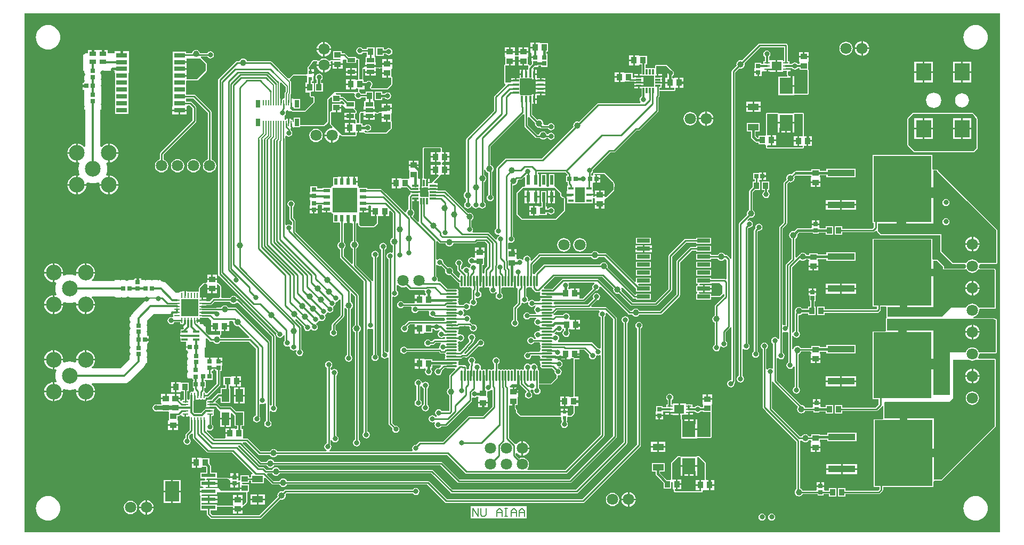
<source format=gtl>
%FSTAX24Y24*%
%MOIN*%
%SFA1B1*%

%IPPOS*%
%ADD10R,0.037400X0.041340*%
%ADD11R,0.047240X0.078740*%
%ADD12R,0.039370X0.013780*%
%ADD13R,0.029920X0.028350*%
%ADD14R,0.035430X0.041340*%
%ADD15R,0.041340X0.037400*%
%ADD16O,0.009840X0.037400*%
%ADD17O,0.037400X0.009840*%
%ADD18R,0.025200X0.028350*%
%ADD19R,0.028350X0.025200*%
%ADD20R,0.028350X0.029920*%
%ADD21C,0.039370*%
%ADD22R,0.040950X0.030710*%
%ADD23R,0.088580X0.125980*%
%ADD24R,0.088580X0.023620*%
%ADD25R,0.023620X0.062990*%
%ADD26R,0.106300X0.106300*%
%ADD27R,0.035430X0.009840*%
%ADD28R,0.009840X0.035430*%
%ADD29R,0.064960X0.053150*%
%ADD30R,0.049210X0.025590*%
%ADD31O,0.070870X0.011810*%
%ADD32O,0.011810X0.070870*%
%ADD33R,0.025590X0.025590*%
%ADD34R,0.041340X0.035430*%
%ADD35R,0.068900X0.043310*%
%ADD36R,0.039370X0.011810*%
%ADD37R,0.011810X0.039370*%
%ADD38R,0.059060X0.094490*%
%ADD39R,0.033470X0.017720*%
%ADD40R,0.157480X0.157480*%
%ADD41R,0.019690X0.041340*%
%ADD42R,0.041340X0.019690*%
%ADD43R,0.070870X0.031500*%
%ADD44R,0.080710X0.025590*%
%ADD45R,0.011810X0.035430*%
%ADD46R,0.035430X0.011810*%
%ADD47R,0.025590X0.025590*%
%ADD48R,0.024410X0.022440*%
%ADD49R,0.082680X0.104330*%
%ADD50R,0.362210X0.413390*%
%ADD51R,0.171260X0.041340*%
%ADD52R,0.027560X0.047240*%
%ADD53R,0.009060X0.036220*%
%ADD54R,0.094490X0.110240*%
%ADD55C,0.010000*%
%ADD56C,0.009000*%
%ADD57C,0.015000*%
%ADD58C,0.008000*%
%ADD59C,0.012000*%
%ADD60C,0.013680*%
%ADD61C,0.013000*%
%ADD62C,0.014340*%
%ADD63R,0.025000X0.010000*%
%ADD64R,0.110000X0.030000*%
%ADD65R,0.045000X0.020000*%
%ADD66R,0.060000X0.015000*%
%ADD67R,0.060000X0.085000*%
%ADD68R,0.115000X0.065000*%
%ADD69R,0.070000X0.050000*%
%ADD70R,0.050000X0.065000*%
%ADD71R,0.055000X0.085000*%
%ADD72R,0.070000X0.065000*%
%ADD73R,0.070000X0.055000*%
%ADD74R,0.035000X0.120000*%
%ADD75C,0.098430*%
%ADD76C,0.070870*%
%ADD77C,0.030000*%
%ADD78C,0.032000*%
%LNkarmandb-1*%
%LPD*%
G36*
X061018Y000012D02*
D01*
X000018*
Y032512*
X061018*
Y000012*
G37*
%LNkarmandb-2*%
%LPC*%
G36*
X00525Y0217D02*
X004709D01*
X004716Y021633*
X00475Y021522*
X004805Y021419*
X004879Y021329*
X004969Y021255*
X005072Y0212*
X005183Y021166*
X00525Y021159*
Y0217*
G37*
G36*
X0495Y008324D02*
X049322D01*
Y008146*
X0495*
Y008324*
G37*
G36*
X00589Y0217D02*
X00535D01*
Y021159*
X005416Y021166*
X005527Y0212*
X00563Y021255*
X00572Y021329*
X005794Y021419*
X005849Y021522*
X005883Y021633*
X00589Y0217*
G37*
G36*
X049778Y008324D02*
X0496D01*
Y008146*
X049778*
Y008324*
G37*
G36*
X0018Y00875D02*
X001259D01*
X001266Y008683*
X0013Y008572*
X001355Y008469*
X001429Y008379*
X001519Y008305*
X001622Y00825*
X001733Y008216*
X0018Y008209*
Y00875*
G37*
G36*
X00389Y0217D02*
X00335D01*
Y021159*
X003416Y021166*
X003527Y0212*
X00363Y021255*
X00372Y021329*
X003794Y021419*
X003849Y021522*
X003883Y021633*
X00389Y0217*
G37*
G36*
X00325D02*
X002709D01*
X002716Y021633*
X00275Y021522*
X002805Y021419*
X002879Y021329*
X002969Y021255*
X003072Y0212*
X003183Y021166*
X00325Y021159*
Y0217*
G37*
G36*
X013785Y008515D02*
X013499D01*
Y008072*
X013785*
Y008515*
G37*
G36*
X00325Y02234D02*
X003183Y022333D01*
X003072Y022299*
X002969Y022244*
X002879Y02217*
X002805Y02208*
X00275Y021977*
X002716Y021866*
X002709Y0218*
X00325*
Y02234*
G37*
G36*
X00535D02*
Y0218D01*
X00589*
X005883Y021866*
X005849Y021977*
X005794Y02208*
X00572Y02217*
X00563Y022244*
X005527Y022299*
X005416Y022333*
X00535Y02234*
G37*
G36*
X029006Y008064D02*
X02875D01*
Y007827*
X029006*
Y008064*
G37*
G36*
X049806Y021864D02*
X04955D01*
Y021637*
X049806*
Y021864*
G37*
G36*
X013399Y008515D02*
X013113D01*
Y008072*
X013399*
Y008515*
G37*
G36*
X023214Y0218D02*
X022977D01*
Y021543*
X023214*
Y0218*
G37*
G36*
X04945Y021864D02*
X049193D01*
Y021637*
X04945*
Y021864*
G37*
G36*
X013399Y009059D02*
X013113D01*
Y008615*
X013399*
Y009059*
G37*
G36*
X013785D02*
X013499D01*
Y008615*
X013785*
Y009059*
G37*
G36*
X052035Y020806D02*
X051128D01*
Y02055*
X052035*
Y020806*
G37*
G36*
X051028D02*
X050122D01*
Y02055*
X051028*
Y020806*
G37*
G36*
X052035Y02045D02*
X051128D01*
Y020193*
X052035*
Y02045*
G37*
G36*
X051028D02*
X050122D01*
Y020193*
X051028*
Y02045*
G37*
G36*
X0363Y020502D02*
X036043D01*
Y020265*
X0363*
Y020502*
G37*
G36*
X035943D02*
X035687D01*
Y020265*
X035943*
Y020502*
G37*
G36*
X00444Y00875D02*
X0039D01*
Y008209*
X003966Y008216*
X004077Y00825*
X00418Y008305*
X00427Y008379*
X004344Y008469*
X004399Y008572*
X004433Y008683*
X00444Y00875*
G37*
G36*
X046597Y021966D02*
X046123D01*
Y021433*
X046277*
Y021332*
X046241Y021308*
X046192Y021235*
X046175Y02115*
X046192Y021064*
X046241Y020991*
X046314Y020942*
X0464Y020925*
X046485Y020942*
X046558Y020991*
X046607Y021064*
X046624Y02115*
X046607Y021235*
X046558Y021308*
X046522Y021332*
Y021433*
X046597*
Y021966*
G37*
G36*
X00244Y00875D02*
X0019D01*
Y008209*
X001966Y008216*
X002077Y00825*
X00218Y008305*
X00227Y008379*
X002344Y008469*
X002399Y008572*
X002433Y008683*
X00244Y00875*
G37*
G36*
X0038D02*
X003259D01*
X003266Y008683*
X0033Y008572*
X003355Y008469*
X003429Y008379*
X003519Y008305*
X003622Y00825*
X003733Y008216*
X0038Y008209*
Y00875*
G37*
G36*
X008816Y008659D02*
X008559D01*
Y008422*
X008816*
Y008659*
G37*
G36*
X009773D02*
X009516D01*
Y008422*
X009773*
Y008659*
G37*
G36*
X042675Y008622D02*
X042418D01*
Y008385*
X042675*
Y008622*
G37*
G36*
X043031D02*
X042775D01*
Y008385*
X043031*
Y008622*
G37*
G36*
X00325Y02434D02*
X003183Y024333D01*
X003072Y024299*
X002969Y024244*
X002879Y02417*
X002805Y02408*
X00275Y023977*
X002716Y023866*
X002709Y0238*
X00325*
Y02434*
G37*
G36*
X00535D02*
Y0238D01*
X00589*
X005883Y023866*
X005849Y023977*
X005794Y02408*
X00572Y02417*
X00563Y024244*
X005527Y024299*
X005416Y024333*
X00535Y02434*
G37*
G36*
X040336Y007453D02*
X040109D01*
Y007353*
X040336*
Y007453*
G37*
G36*
X026587Y023806D02*
X02635D01*
Y02355*
X026587*
Y023789*
Y023806*
G37*
G36*
X00325Y0237D02*
X002709D01*
X002716Y023633*
X00275Y023522*
X002805Y023419*
X002879Y023329*
X002969Y023255*
X003072Y0232*
X003183Y023166*
X00325Y023159*
Y0237*
G37*
G36*
X00589D02*
X00535D01*
Y023159*
X005416Y023166*
X005527Y0232*
X00563Y023255*
X00572Y023329*
X005794Y023419*
X005849Y023522*
X005883Y023633*
X00589Y0237*
G37*
G36*
X026587Y02345D02*
X02635D01*
Y023193*
X026587*
Y02345*
G37*
G36*
X025995Y024114D02*
X025012D01*
X025001Y02411*
X025*
X024988*
X024979Y024106*
X024978*
X024969Y024097*
X024967Y024095*
X024965Y024093*
X024963Y024091*
X024956Y024084*
X024954Y024083*
X024952Y02408*
X024943Y024071*
X02494Y024061*
Y024059*
Y024049*
Y024049*
X024935Y024037*
Y0222*
X02487Y022148*
X02486*
Y021851*
Y021554*
X024969*
Y021594*
X025261*
Y021546*
X025855*
Y021643*
X025558*
Y021743*
X025855*
Y021852*
X025657*
X025624Y021932*
X025974Y022282*
X025974Y022283*
X025979Y022287*
X02598Y02229*
X025983Y022291*
X025989Y022312*
X025998Y022333*
X025998*
X026013Y022353*
X02604Y022377*
X026063Y022392*
X026064Y022393*
X02625*
Y0227*
Y023006*
X026182*
X026182Y023007*
X026115Y023052*
Y023147*
X02618Y023192*
X026182Y023193*
X02625*
Y0235*
Y023806*
X026182*
X026182Y023807*
X026115Y023852*
Y024037*
X02611Y024047*
X026111Y024057*
X026106Y024063*
X026105Y024071*
X026098Y024075*
X026095Y024083*
X026086Y024087*
X026079Y024095*
X026071Y024095*
X026064Y0241*
X02601Y024113*
X026002Y024112*
X025995Y024114*
G37*
G36*
X039675Y007257D02*
X039483D01*
Y007057*
X039675*
Y007257*
G37*
G36*
X049272Y024806D02*
X049035D01*
Y02455*
X049272*
Y024806*
G37*
G36*
X009623Y006652D02*
X009366D01*
Y006415*
X009623*
Y006652*
G37*
G36*
X01825Y025267D02*
X018141Y025253D01*
X018041Y025211*
X017954Y025145*
X017888Y025058*
X017846Y024958*
X017832Y02485*
X017846Y024741*
X017888Y024641*
X017954Y024554*
X018041Y024488*
X018141Y024446*
X01825Y024432*
X018358Y024446*
X018459Y024488*
X018545Y024554*
X018611Y024641*
X018653Y024741*
X018667Y02485*
X018653Y024958*
X018611Y025058*
X018545Y025145*
X018459Y025211*
X018358Y025253*
X01825Y025267*
G37*
G36*
X049272Y02445D02*
X049035D01*
Y024193*
X049272*
Y02445*
G37*
G36*
X039966Y007257D02*
X039775D01*
Y007057*
X039966*
Y007257*
G37*
G36*
X0192Y0248D02*
X018798D01*
X018807Y024731*
X018853Y02462*
X018926Y024526*
X01902Y024453*
X019131Y024407*
X0192Y024398*
Y0248*
G37*
G36*
X024656Y023272D02*
X0244D01*
Y023035*
X024656*
Y023272*
G37*
G36*
Y022935D02*
X024043D01*
Y022725*
Y022706*
Y022698*
X024083Y022635*
Y022618*
Y022223*
Y022199*
Y022196*
Y022195*
Y022195*
Y022195*
Y022195*
Y022193*
Y022192*
Y022192*
X024083Y022187*
X024083Y022177*
X024083Y022167*
X024073Y022158*
X024059Y022146*
X024046Y022136*
X024037Y022127*
X024035Y022126*
X024024Y022117*
X024005Y022116*
X024002*
X023631*
X023615*
X023551Y022156*
X023543*
X023525*
X023314*
Y02185*
Y021543*
X023551*
X023595Y021583*
X023943*
X024109Y021417*
X024135Y0214*
X024145Y021393*
X024159Y02139*
Y02135*
X024753*
Y021459*
X024713*
Y021554*
X02476*
Y021851*
Y022148*
X024688*
X024645Y022159*
X024616Y022213*
Y022618*
Y022635*
X024656Y022698*
Y022706*
Y022725*
Y022935*
G37*
G36*
X043031Y008285D02*
X042418D01*
Y008048*
X042426*
X042458Y008011*
Y007822*
X042308*
X042283Y007858*
X042211Y007907*
X042125Y007924*
X042039Y007907*
X041966Y007858*
X041942Y007822*
X041801*
Y008006*
X041616*
X04161Y008009*
X041563Y008019*
X041517Y008009*
X041511Y008006*
X0414*
Y008065*
X041025*
Y0077*
Y007334*
X041029*
X04103Y007333*
X041075Y007324*
Y007099*
Y007086*
X04108Y007074*
Y007061*
X041085Y007048*
X041094Y007039*
X041099Y007027*
X041101Y007026*
Y005869*
X042048*
X042077Y005889*
X042088Y005885*
X042868*
X042899*
X042907Y005888*
X042913Y005887*
X042916Y005887*
X042945Y005904*
X042948Y005912*
X042955Y005917*
X042981Y005962*
X042983Y005979*
X04299Y005994*
Y007517*
X042991*
Y007968*
Y007985*
X043031Y008048*
Y008056*
Y008075*
Y008285*
G37*
G36*
X0464Y022528D02*
X046222D01*
Y02235*
X0464*
Y022528*
G37*
G36*
Y02225D02*
X046222D01*
Y022072*
X0464*
Y02225*
G37*
G36*
X023214Y022156D02*
X022977D01*
Y0221*
Y0219*
X023214*
Y022156*
G37*
G36*
X02865Y008064D02*
X028393D01*
Y007827*
X02865*
Y008064*
G37*
G36*
X020856Y022257D02*
X020708D01*
Y022*
X020856*
Y022257*
G37*
G36*
X040375Y008674D02*
X040289Y008657D01*
X040216Y008608*
X040168Y008535*
X04015Y00845*
X040168Y008364*
X040216Y008291*
X040252Y008267*
Y008006*
X040149*
Y007822*
X039926*
Y007902*
X039523*
Y007556*
X039483*
Y007357*
X039966*
Y007531*
Y007556*
X040008Y007577*
X040109*
Y007553*
X040386*
Y007503*
X040436*
Y007353*
X04055*
Y007334*
X040925*
Y0077*
Y008065*
X04055*
Y008006*
X040497*
Y008123*
Y008267*
X040533Y008291*
X040582Y008364*
X040599Y00845*
X040582Y008535*
X040533Y008608*
X040461Y008657*
X040375Y008674*
G37*
G36*
X02465Y009574D02*
X024564Y009557D01*
X024491Y009508*
X024442Y009435*
X024425Y00935*
X024442Y009264*
X024491Y009191*
X024537Y00916*
Y008289*
X024491Y008258*
X024442Y008185*
X024425Y0081*
X024442Y008014*
X024491Y007941*
X024564Y007892*
X02465Y007875*
X024735Y007892*
X024808Y007941*
X024857Y008014*
X024874Y0081*
X024857Y008185*
X024808Y008258*
X024762Y008289*
Y009118*
X024807Y009154*
X02489Y009124*
X024892Y009114*
X024941Y009041*
X024987Y00901*
Y007989*
X024941Y007958*
X024892Y007885*
X024875Y0078*
X024892Y007714*
X024941Y007641*
X025014Y007592*
X0251Y007575*
X025185Y007592*
X025258Y007641*
X025307Y007714*
X025324Y0078*
X025307Y007885*
X025258Y007958*
X025212Y007989*
Y00901*
X025258Y009041*
X025307Y009114*
X025324Y0092*
X025307Y009285*
X025258Y009358*
X025185Y009407*
X0251Y009424*
X025014Y009407*
X024952Y009366*
X0249Y009375*
X024866Y00939*
X024857Y009435*
X024808Y009508*
X024735Y009557*
X02465Y009574*
G37*
G36*
X026587Y023006D02*
X02635D01*
Y02275*
X026587*
Y023006*
G37*
G36*
X0243Y023272D02*
X024043D01*
Y023035*
X0243*
Y023272*
G37*
G36*
X051995Y022766D02*
X050162D01*
Y022637*
X049766*
Y022722*
X049233*
Y022623*
X048264*
X048211Y022612*
X048167Y022582*
X048153Y022561*
X048009Y022418*
X047992Y022425*
X047925Y022434*
X047858Y022425*
X047795Y022399*
X047741Y022358*
X0477Y022304*
X047674Y022242*
X047665Y022175*
X047674Y022107*
X047682Y02209*
X04752Y021929*
X047496Y021892*
X047487Y02185*
Y019396*
X04725Y019159*
X047226Y019122*
X047217Y01908*
Y012139*
X047137Y012114*
X047108Y012158*
X047035Y012207*
X04695Y012224*
X046864Y012207*
X046791Y012158*
X046742Y012085*
X046725Y012*
X046742Y011914*
X046791Y011841*
X046837Y01181*
Y010285*
X046757Y010242*
X046735Y010257*
X04665Y010274*
X046564Y010257*
X046491Y010208*
X046482Y010194*
X046402Y010219*
Y011453*
X046458Y011491*
X046507Y011564*
X046524Y01165*
X046507Y011735*
X046458Y011808*
X046385Y011857*
X0463Y011874*
X046214Y011857*
X046141Y011808*
X046092Y011735*
X046075Y01165*
X046092Y011564*
X046141Y011491*
X046177Y011467*
Y007833*
X046186Y00779*
X04621Y007754*
X046404Y00756*
X046404*
X048287Y005677*
Y002704*
X048263Y002686*
X048222Y002632*
X048196Y00257*
X048187Y002503*
X048196Y002436*
X048222Y002373*
X048263Y00232*
X048317Y002278*
X048379Y002252*
X048446Y002244*
X048513Y002252*
X048576Y002278*
X04863Y00232*
X048671Y002373*
X048678Y002391*
X049612*
Y002315*
X049988*
Y002391*
X050327*
Y002233*
X050801*
Y0027*
Y002766*
X050327*
Y0027*
Y002615*
X050085*
X050028Y002668*
Y0027*
Y002846*
X049572*
Y0027*
Y002668*
X049514Y002615*
X048678*
X048671Y002632*
X04863Y002686*
X048576Y002727*
X048513Y002753*
X048512Y002753*
Y005723*
X048544Y005746*
X048625Y005755*
X048666Y005702*
X04872Y005661*
X048783Y005635*
X04885Y005626*
X048917Y005635*
X048979Y005661*
X049033Y005702*
X049074Y005755*
X049081Y005773*
X049176*
X049233Y005716*
Y005671*
Y005655*
X049193Y005591*
Y005591*
Y005584*
Y00555*
Y005364*
X049806*
Y005584*
Y005589*
Y005591*
X049766Y005655*
Y005671*
Y005812*
X050212*
Y005683*
X052045*
Y006216*
X050212*
Y006087*
X049766*
Y006122*
X049233*
Y005997*
X049081*
X049074Y006015*
X049033Y006068*
X048979Y006109*
X048917Y006135*
X04885Y006144*
X048783Y006135*
X04872Y006109*
X048666Y006068*
X048625Y006015*
X048618Y005997*
X048511*
X046762Y007746*
Y00942*
X046842Y009428*
X046846Y009407*
X04687Y00937*
X04839Y007851*
X048375Y007832*
X048349Y00777*
X04834Y007703*
X048349Y007636*
X048375Y007573*
X048416Y00752*
X04847Y007478*
X048533Y007452*
X0486Y007444*
X048667Y007452*
X048729Y007478*
X048783Y00752*
X048824Y007573*
X048831Y007591*
X049362*
Y007515*
X049738*
Y007565*
X050127*
Y007433*
X050601*
Y0079*
Y007966*
X050127*
Y0079*
Y00784*
X049846*
X049778Y007868*
Y0079*
Y008046*
X049322*
Y007948*
Y007868*
X049264Y007815*
X048831*
X048824Y007832*
X048783Y007886*
X048729Y007927*
X048667Y007953*
X0486Y007962*
X048596Y007961*
X047062Y009496*
Y01091*
X047142Y010935*
X047171Y010891*
X047244Y010842*
X04733Y010825*
X047415Y010842*
X047488Y010891*
X047537Y010964*
X047554Y01105*
X047537Y011135*
X047488Y011208*
X047442Y011239*
Y012506*
X0475Y012537*
X047522Y012541*
X0476Y012525*
X047685Y012542*
X047707Y012557*
X047787Y012514*
Y010639*
X047741Y010608*
X047692Y010535*
X047675Y01045*
X047692Y010364*
X047741Y010291*
X047814Y010242*
X0479Y010225*
X047985Y010242*
X048058Y010291*
X048107Y010364*
X048107Y010367*
X048187Y010359*
Y009089*
X048141Y009058*
X048092Y008985*
X048075Y0089*
X048092Y008814*
X048141Y008741*
X048214Y008692*
X0483Y008675*
X048385Y008692*
X048458Y008741*
X048507Y008814*
X048524Y0089*
X048507Y008985*
X048458Y009058*
X048412Y009089*
Y011149*
X048417Y011149*
X048479Y011175*
X048533Y011216*
X048574Y01127*
X048596Y011323*
X049176*
X049233Y011266*
Y011221*
Y011205*
X049193Y011141*
Y011141*
Y011134*
Y011046*
Y010914*
X049806*
Y011141*
X049766Y011205*
Y011221*
Y011312*
X050162*
Y011183*
X051995*
Y011716*
X050162*
Y011587*
X049766*
Y011672*
X049233*
Y011547*
X04856*
X048533Y011583*
X048479Y011624*
X048417Y01165*
X04835Y011659*
X048283Y01165*
X04822Y011624*
X048166Y011583*
X048125Y011529*
X048106Y011482*
X048055Y011462*
X048018Y011459*
X048012Y011465*
Y012309*
X048092Y012317*
X048092Y012314*
X048141Y012241*
X048214Y012192*
X0483Y012175*
X048385Y012192*
X048458Y012241*
X048507Y012314*
X048524Y0124*
X048507Y012485*
X048458Y012558*
X048412Y012589*
Y013557*
X04845Y01359*
X048517Y013599*
X048579Y013625*
X048633Y013666*
X048668Y013712*
X049027*
Y013583*
X049501*
Y014116*
X049437*
Y014465*
X049488*
Y01465*
Y014818*
X049528*
Y014996*
X049072*
Y014818*
X049112*
Y014465*
X049162*
Y014116*
X049027*
Y013987*
X048668*
X048633Y014033*
X048579Y014074*
X048517Y0141*
X04845Y014109*
X048383Y0141*
X04832Y014074*
X048266Y014033*
X048225Y013979*
X048199Y013917*
X04819Y01385*
X048199Y013782*
X048208Y013761*
X048196Y013742*
X048187Y0137*
Y012589*
X048141Y012558*
X048092Y012485*
X048092Y012482*
X048012Y01249*
Y016603*
X048478Y017069*
X048516Y017066*
X04857Y017025*
X048633Y016999*
X0487Y01699*
X048767Y016999*
X048829Y017025*
X048883Y017066*
X048907Y017097*
X049026*
X04908Y017044*
X049083Y017017*
Y017005*
X049043Y016941*
Y016941*
Y016934*
Y016883*
Y016714*
X049656*
Y0169*
Y016934*
Y016941*
Y016941*
X049616Y017005*
Y017021*
Y017112*
X050162*
Y016983*
X051995*
Y017516*
X050162*
Y017387*
X049616*
Y017472*
X049083*
Y017373*
X048927*
X048924Y017379*
X048883Y017433*
X048829Y017474*
X048767Y0175*
X0487Y017509*
X048633Y0175*
X04857Y017474*
X048516Y017433*
X048475Y017379*
X048465Y017355*
X048457Y017353*
X04842Y017329*
X048286Y017194*
X048212Y017225*
Y018368*
X048229Y018375*
X048283Y018416*
X048324Y01847*
X04835Y018532*
X048359Y0186*
X048351Y018656*
X04846Y018765*
X049312*
Y018715*
X049688*
Y018765*
X050127*
Y018633*
X050601*
Y0191*
Y019166*
X050127*
Y0191*
Y01904*
X049796*
X049728Y019068*
Y0191*
Y019246*
X049272*
Y0191*
Y019068*
X049203Y01904*
X048403*
X04835Y01903*
X048305Y019*
X048156Y018851*
X0481Y018859*
X048033Y01885*
X04797Y018824*
X047916Y018783*
X047875Y018729*
X047849Y018667*
X04784Y0186*
X047849Y018532*
X047875Y01847*
X047916Y018416*
X04797Y018375*
X047987Y018368*
Y017122*
X04766Y016795*
X047636Y016759*
X047627Y016716*
Y012997*
X0476Y012974*
X047522Y012958*
X0475Y012963*
X047442Y012994*
Y019033*
X047679Y01927*
X047703Y019307*
X047712Y01935*
Y021803*
X04784Y021932*
X047858Y021924*
X047925Y021915*
X047992Y021924*
X048054Y02195*
X048108Y021991*
X048149Y022045*
X048175Y022107*
X048184Y022175*
X048175Y022242*
X048168Y022259*
X048257Y022349*
X048264Y022347*
X049176*
X04923Y022294*
X049233Y022267*
Y022255*
X049193Y022191*
Y022191*
Y022184*
Y022128*
Y021964*
X049806*
Y022184*
Y022189*
Y022191*
X049766Y022255*
Y022271*
Y022362*
X050162*
Y022233*
X051995*
Y022766*
G37*
G36*
X026587Y02265D02*
X02635D01*
Y022393*
X026587*
Y02265*
G37*
G36*
X0096Y023367D02*
X009491Y023353D01*
X009391Y023311*
X009304Y023245*
X009238Y023159*
X009196Y023058*
X009182Y02295*
X009196Y022841*
X009238Y022741*
X009304Y022654*
X009391Y022588*
X009491Y022546*
X0096Y022532*
X009708Y022546*
X009809Y022588*
X009895Y022654*
X009961Y022741*
X010003Y022841*
X010017Y02295*
X010003Y023058*
X009961Y023159*
X009895Y023245*
X009809Y023311*
X009708Y023353*
X0096Y023367*
G37*
G36*
X0106D02*
X010491Y023353D01*
X010391Y023311*
X010304Y023245*
X010238Y023159*
X010196Y023058*
X010182Y02295*
X010196Y022841*
X010238Y022741*
X010304Y022654*
X010391Y022588*
X010491Y022546*
X0106Y022532*
X010708Y022546*
X010809Y022588*
X010895Y022654*
X010961Y022741*
X011003Y022841*
X011017Y02295*
X011003Y023058*
X010961Y023159*
X010895Y023245*
X010809Y023311*
X010708Y023353*
X0106Y023367*
G37*
G36*
X039203Y016438D02*
X038276D01*
Y016062*
X039203*
Y016438*
G37*
G36*
X042963D02*
X042036D01*
Y016062*
X042963*
Y016438*
G37*
G36*
X0018Y01684D02*
X001733Y016833D01*
X001622Y016799*
X001519Y016744*
X001429Y01667*
X001355Y01658*
X0013Y016477*
X001266Y016366*
X001259Y0163*
X0018*
Y01684*
G37*
G36*
X012056Y016122D02*
X0118D01*
Y015885*
X012056*
Y016122*
G37*
G36*
X0018Y01139D02*
X001733Y011383D01*
X001622Y011349*
X001519Y011294*
X001429Y01122*
X001355Y01113*
X0013Y011027*
X001266Y010916*
X001259Y01085*
X0018*
Y01139*
G37*
G36*
Y0162D02*
X001259D01*
X001266Y016133*
X0013Y016022*
X001355Y015919*
X001429Y015829*
X001519Y015755*
X001622Y0157*
X001733Y015666*
X0018Y015659*
Y0162*
G37*
G36*
X0117Y016122D02*
X011443D01*
Y015885*
X0117*
Y016122*
G37*
G36*
X0019Y01684D02*
Y0163D01*
X00244*
X002433Y016366*
X002399Y016477*
X002344Y01658*
X00227Y01667*
X00218Y016744*
X002077Y016799*
X001966Y016833*
X0019Y01684*
G37*
G36*
X039203Y016938D02*
X038276D01*
Y016562*
X039203*
Y016938*
G37*
G36*
X042963D02*
X042036D01*
Y016562*
X042963*
Y016938*
G37*
G36*
X012391Y010942D02*
X0122D01*
Y010742*
X012391*
Y010942*
G37*
G36*
X049656Y016614D02*
X0494D01*
Y016387*
X049656*
Y016614*
G37*
G36*
X0038Y01684D02*
X003733Y016833D01*
X003622Y016799*
X003519Y016744*
X003429Y01667*
X003355Y01658*
X0033Y016477*
X003266Y016366*
X003259Y0163*
X0038*
Y01684*
G37*
G36*
X0039D02*
Y0163D01*
X00444*
X004433Y016366*
X004399Y016477*
X004344Y01658*
X00427Y01667*
X00418Y016744*
X004077Y016799*
X003966Y016833*
X0039Y01684*
G37*
G36*
X0493Y016614D02*
X049043D01*
Y016387*
X0493*
Y016614*
G37*
G36*
X0019Y01139D02*
Y01085D01*
X00244*
X002433Y010916*
X002399Y011027*
X002344Y01113*
X00227Y01122*
X00218Y011294*
X002077Y011349*
X001966Y011383*
X0019Y01139*
G37*
G36*
X00244Y0142D02*
X0019D01*
Y013659*
X001966Y013666*
X002077Y0137*
X00218Y013755*
X00227Y013829*
X002344Y013919*
X002399Y014022*
X002433Y014133*
X00244Y0142*
G37*
G36*
X0018D02*
X001259D01*
X001266Y014133*
X0013Y014022*
X001355Y013919*
X001429Y013829*
X001519Y013755*
X001622Y0137*
X001733Y013666*
X0018Y013659*
Y0142*
G37*
G36*
X051028Y0152D02*
X050122D01*
Y014943*
X051028*
Y0152*
G37*
G36*
X0038Y0142D02*
X003259D01*
X003266Y014133*
X0033Y014022*
X003355Y013919*
X003429Y013829*
X003519Y013755*
X003622Y0137*
X003733Y013666*
X0038Y013659*
Y0142*
G37*
G36*
X0018Y01484D02*
X001733Y014833D01*
X001622Y014799*
X001519Y014744*
X001429Y01467*
X001355Y01458*
X0013Y014477*
X001266Y014366*
X001259Y0143*
X0018*
Y01484*
G37*
G36*
X024664Y014856D02*
X024427D01*
Y0146*
X024664*
Y014856*
G37*
G36*
X00444Y0142D02*
X0039D01*
Y013659*
X003966Y013666*
X004077Y0137*
X00418Y013755*
X00427Y013829*
X004344Y013919*
X004399Y014022*
X004433Y014133*
X00444Y0142*
G37*
G36*
X052035Y0152D02*
X051128D01*
Y014943*
X052035*
Y0152*
G37*
G36*
X051028Y015556D02*
X050122D01*
Y0153*
X051028*
Y015556*
G37*
G36*
X052035D02*
X051128D01*
Y0153*
X052035*
Y015556*
G37*
G36*
X0038Y01139D02*
X003733Y011383D01*
X003622Y011349*
X003519Y011294*
X003429Y01122*
X003355Y01113*
X0033Y011027*
X003266Y010916*
X003259Y01085*
X0038*
Y01139*
G37*
G36*
X0039D02*
Y01085D01*
X00444*
X004433Y010916*
X004399Y011027*
X004344Y01113*
X00427Y01122*
X00418Y011294*
X004077Y011349*
X003966Y011383*
X0039Y01139*
G37*
G36*
X024664Y0127D02*
X024427D01*
Y012443*
X024664*
Y0127*
G37*
G36*
X04925Y015274D02*
X049072D01*
Y015096*
X04925*
Y015274*
G37*
G36*
X049528D02*
X04935D01*
Y015096*
X049528*
Y015274*
G37*
G36*
X013335Y009756D02*
Y0095D01*
X013572*
Y009756*
X013335*
G37*
G36*
X052035Y0094D02*
X051128D01*
Y009143*
X052035*
Y0094*
G37*
G36*
X051028D02*
X050122D01*
Y009143*
X051028*
Y0094*
G37*
G36*
X049728Y019524D02*
X04955D01*
Y019346*
X049728*
Y019524*
G37*
G36*
X052035Y009756D02*
X051128D01*
Y0095*
X052035*
Y009756*
G37*
G36*
X051028D02*
X050122D01*
Y0095*
X051028*
Y009756*
G37*
G36*
X04945Y019524D02*
X049272D01*
Y019346*
X04945*
Y019524*
G37*
G36*
X046122Y022528D02*
X045944D01*
Y022488*
X04559*
Y022112*
X045677*
Y021966*
X045552*
Y021621*
X04537Y021439*
X045346Y021403*
X045337Y02136*
Y020181*
X04532Y020174*
X045266Y020133*
X045225Y020079*
X045199Y020017*
X04519Y01995*
X045199Y019882*
X045207Y019865*
X04472Y019379*
X044696Y019342*
X044687Y0193*
Y009789*
X044641Y009758*
X044592Y009685*
X044575Y0096*
X044592Y009514*
X044641Y009441*
X044714Y009392*
X0448Y009375*
X044885Y009392*
X044958Y009441*
X045007Y009514*
X045024Y0096*
X045007Y009685*
X044958Y009758*
X044912Y009789*
Y011466*
X044991Y011491*
X045064Y011442*
X04515Y011425*
X045235Y011442*
X045308Y011491*
X045357Y011564*
X045374Y01165*
X045357Y011735*
X045308Y011808*
X045262Y011839*
Y019019*
X045331Y019079*
X04535Y019075*
X045435Y019092*
X045508Y019141*
X045557Y019214*
X045574Y0193*
X045557Y019385*
X045508Y019458*
X045435Y019507*
X04535Y019524*
X045282Y01951*
X045235Y019577*
X045365Y019707*
X045383Y019699*
X04545Y01969*
X045517Y019699*
X045579Y019725*
X045633Y019766*
X045674Y01982*
X0457Y019882*
X045709Y01995*
X0457Y020017*
X045674Y020079*
X045633Y020133*
X045579Y020174*
X045562Y020181*
Y021313*
X045681Y021433*
X046026*
Y021966*
X045969*
X045956Y021992*
X046004Y022072*
X046122*
Y0223*
Y022528*
G37*
G36*
X018876Y020168D02*
X018619D01*
Y020019*
X018876*
Y020168*
G37*
G36*
X0018Y00939D02*
X001733Y009383D01*
X001622Y009349*
X001519Y009294*
X001429Y00922*
X001355Y00913*
X0013Y009027*
X001266Y008916*
X001259Y00885*
X0018*
Y00939*
G37*
G36*
X009431Y009037D02*
X009203D01*
Y00878*
X009431*
Y009037*
G37*
G36*
X018352Y020165D02*
X01816D01*
Y019966*
X018352*
Y020165*
G37*
G36*
X013572Y0094D02*
X013335D01*
Y009143*
X013572*
Y0094*
G37*
G36*
X009431Y009394D02*
X009203D01*
Y009137*
X009431*
Y009394*
G37*
G36*
X01806Y020165D02*
X017868D01*
Y019966*
X01806*
Y020165*
G37*
G36*
X056808Y023626D02*
X053066D01*
Y019373*
X053137*
Y019096*
X053053Y019012*
X051172*
Y0191*
Y019166*
X050698*
Y0191*
Y018633*
X051172*
Y018787*
X0531*
X053142Y018796*
X053179Y01882*
X053255Y018896*
X053318Y018879*
X053335Y018865*
X053336Y018864*
X053336Y018857*
X05334Y018848*
X053341Y018846*
Y018846*
Y018834*
X053344Y018827*
X053346Y018822*
X053349Y018816*
X053358Y018806*
X053363Y018795*
X053454Y018704*
X053545Y018613*
X053556Y018608*
X053566Y018599*
X053576Y018595*
X053582Y018592*
X053588Y01859*
X053601*
X053612Y018585*
X057211*
X057285*
Y017625*
Y017612*
X05729Y017601*
Y017588*
X057299Y017566*
X057308Y017556*
X057313Y017545*
X057679Y017179*
X058044Y016813*
X058056Y016808*
X058066Y016799*
X05807Y016797*
X058088Y01679*
X058101*
X058112Y016785*
X058125*
X058816*
X058887Y016705*
X058882Y016667*
X058891Y016594*
X058836Y016514*
X057514*
Y016637*
X05751Y016647*
X057511Y016657*
X057505Y016664*
X057504Y016673*
X057477Y016712*
X057472Y016716*
X057469Y016722*
X057445Y016745*
X057155Y017036*
X057143Y017041*
X057134Y01705*
X057111Y01706*
X057099*
X057087Y017065*
X056848*
X056808Y017091*
Y018376*
X053066*
Y014123*
X053337*
Y013996*
X053303Y013962*
X050072*
Y014116*
X049598*
Y013583*
X050072*
Y013737*
X05335*
X053392Y013746*
X053429Y01377*
X053529Y01387*
X053553Y013907*
X053562Y01395*
Y014123*
X053908*
X053935Y014083*
Y013512*
X05394Y013501*
Y013488*
Y013488*
X053937Y013456*
X053935Y013442*
X053928Y01342*
X053915Y013396*
X053914Y013395*
X053913Y013394*
X053913Y013394*
X05391Y013387*
X053906Y013384*
X053904Y013383*
X053902Y01338*
X053893Y013371*
X05389Y013361*
Y01336*
Y013349*
X053885Y013337*
Y012616*
X053858Y012576*
X053066*
Y008323*
X053437*
Y007996*
X053253Y007812*
X051172*
Y0079*
Y007966*
X050698*
Y0079*
Y007433*
X051172*
Y007587*
X0533*
X053342Y007596*
X053379Y00762*
X053629Y00787*
X053653Y007907*
X053655Y007914*
X053735Y007906*
Y007116*
X053708Y007076*
X053116*
Y002823*
X053487*
Y002696*
X053403Y002612*
X051372*
Y0027*
Y002766*
X050898*
Y0027*
Y002233*
X051372*
Y002387*
X05345*
X053492Y002396*
X053529Y00242*
X053679Y00257*
X053703Y002607*
X053712Y00265*
Y002823*
X056858*
Y003171*
X056927Y003235*
X057333*
X057336*
X057337*
X057349Y00324*
X057359*
X057362*
X057382Y003248*
X057384Y003249*
X057385Y00325*
X057403Y003262*
X057405Y003263*
X05907Y004929*
X060736Y006594*
X060741Y006606*
X06075Y006616*
X06076Y006638*
Y006651*
X060765Y006662*
Y010787*
X06076Y010799*
Y010799*
Y010811*
X060756Y010821*
X060747Y01083*
X060745Y010833*
X060743Y010834*
X060741Y010836*
X060734Y010843*
X060733Y010845*
X06073Y010847*
X060721Y010856*
X060712Y01086*
X060709*
X060699*
X060699*
X060687Y010865*
X059689*
X059654Y010936*
X059661Y010947*
X059703Y011047*
X059717Y011155*
X059743Y011185*
X060737*
X060749Y01119*
X060749*
X060761*
X060771Y011193*
X06078Y011202*
X060783Y011204*
X060784Y011206*
X060786Y011208*
X060793Y011215*
X060795Y011217*
X060797Y011219*
X060806Y011228*
X06081Y011238*
Y01124*
Y01125*
Y011251*
X060814Y011262*
Y013287*
Y0133*
X060815*
X060814Y0133*
X06081Y013311*
Y013324*
X0608Y013334*
X060795Y013345*
X060793Y013346*
X060789Y013348*
X060787Y013349*
X060784Y01335*
X060774Y01336*
X060772Y01336*
X060772Y013361*
X060771Y013361*
X060666Y013405*
X060665Y013405*
X060654Y01341*
X060641*
X060629Y013415*
X059367*
X05936Y013421*
X059363Y013457*
X059387Y013505*
X059408Y013508*
X059509Y013549*
X059595Y013616*
X059661Y013702*
X059703Y013803*
X059717Y013911*
X059716Y013924*
X059768Y013985*
X060687*
X060699Y01399*
X060699*
X060712*
X060721Y013993*
X06073Y014002*
X060733Y014004*
X060734Y014006*
X060736Y014008*
X060743Y014015*
X060745Y014017*
X060747Y014019*
X060756Y014028*
X06076Y014038*
Y01404*
Y01405*
Y014051*
X060765Y014062*
Y016401*
X06076Y016413*
Y016426*
X06075Y016448*
X060741Y016457*
X060736Y016469*
X060719Y016486*
X060707Y016491*
X060698Y0165*
X060676Y01651*
X060663*
X060651Y016514*
X059763*
X059708Y016594*
X059717Y016667*
X059713Y016705*
X059783Y016785*
X060743*
X060774*
X060782Y016788*
X060788Y016787*
X06079Y016787*
X06082Y016804*
X060823Y016812*
X06083Y016817*
X060856Y016862*
X060858Y016879*
X060864Y016894*
Y017875*
Y018887*
X06086Y018899*
Y018911*
X06085Y018934*
X060841Y018943*
X060836Y018955*
X060827Y018964*
X059Y020791*
X057165Y022626*
X057163Y022628*
Y022636*
X05716Y022644*
Y022649*
X057158Y022652*
X057157Y022653*
X057155Y022667*
X057148Y022673*
X057144Y022682*
X057131Y022687*
X05713Y022689*
X057128Y022691*
X057124Y022692*
X057116Y022698*
X057108Y0227*
X057105Y022703*
X057073Y022712*
X057064Y022711*
X057055Y022715*
X056848*
X056808Y022741*
Y023626*
G37*
G36*
X03375Y018417D02*
X033641Y018403D01*
X033541Y018361*
X033454Y018295*
X033388Y018208*
X033346Y018108*
X033332Y018*
X033346Y017891*
X033388Y017791*
X033454Y017704*
X033541Y017638*
X033641Y017596*
X03375Y017582*
X033858Y017596*
X033959Y017638*
X034045Y017704*
X034111Y017791*
X034153Y017891*
X034167Y018*
X034153Y018108*
X034111Y018208*
X034045Y018295*
X033959Y018361*
X033858Y018403*
X03375Y018417*
G37*
G36*
X03475D02*
X034641Y018403D01*
X034541Y018361*
X034454Y018295*
X034388Y018208*
X034346Y018108*
X034332Y018*
X034346Y017891*
X034388Y017791*
X034454Y017704*
X034541Y017638*
X034641Y017596*
X03475Y017582*
X034858Y017596*
X034959Y017638*
X035045Y017704*
X035111Y017791*
X035153Y017891*
X035167Y018*
X035153Y018108*
X035111Y018208*
X035045Y018295*
X034959Y018361*
X034858Y018403*
X03475Y018417*
G37*
G36*
X024664Y010856D02*
X024427D01*
Y0106*
X024664*
Y010856*
G37*
G36*
X039243Y0177D02*
X03879D01*
Y017522*
X039243*
Y0177*
G37*
G36*
X039203Y017438D02*
X038276D01*
Y017062*
X039203*
Y017438*
G37*
G36*
X030806Y017722D02*
X03055D01*
Y017485*
X030806*
Y017722*
G37*
G36*
X03869Y0177D02*
X038236D01*
Y017522*
X03869*
Y0177*
G37*
G36*
X049806Y010814D02*
X04955D01*
Y010587*
X049806*
Y010814*
G37*
G36*
X024664Y0105D02*
X024427D01*
Y010243*
X024664*
Y0105*
G37*
G36*
X0018Y01075D02*
X001259D01*
X001266Y010683*
X0013Y010572*
X001355Y010469*
X001429Y010379*
X001519Y010305*
X001622Y01025*
X001733Y010216*
X0018Y010209*
Y01075*
G37*
G36*
X04595Y019324D02*
X045864Y019307D01*
X045791Y019258*
X045742Y019185*
X045725Y0191*
X045736Y019045*
X04567Y018979*
X045646Y018942*
X045637Y0189*
Y011339*
X045591Y011308*
X045542Y011235*
X045525Y01115*
X045542Y011064*
X045591Y010991*
X045664Y010942*
X04575Y010925*
X045835Y010942*
X045908Y010991*
X045957Y011064*
X045974Y01115*
X045957Y011235*
X045908Y011308*
X045862Y011339*
Y018819*
X045931Y018879*
X04595Y018875*
X046035Y018892*
X046108Y018941*
X046157Y019014*
X046174Y0191*
X046157Y019185*
X046108Y019258*
X046035Y019307*
X04595Y019324*
G37*
G36*
X039203Y018438D02*
X038276D01*
Y01825*
Y018062*
X039203*
Y018438*
G37*
G36*
X04945Y010814D02*
X049193D01*
Y010587*
X04945*
Y010814*
G37*
G36*
X03869Y017978D02*
X038236D01*
Y0178*
X03869*
Y017978*
G37*
G36*
X039243D02*
X03879D01*
Y0178*
X039243*
Y017978*
G37*
G36*
X0133Y001414D02*
X013043D01*
Y001177*
X0133*
Y001414*
G37*
G36*
X056198Y029472D02*
X055676D01*
Y028871*
X056198*
Y029472*
G37*
G36*
X05682D02*
X056298D01*
Y028871*
X05682*
Y029472*
G37*
G36*
X013656Y001414D02*
X0134D01*
Y001177*
X013656*
Y001414*
G37*
G36*
X032063Y028974D02*
X031954D01*
Y028727*
X032063*
Y028974*
G37*
G36*
X038251Y002D02*
X03785D01*
Y001598*
X037918Y001607*
X038029Y001653*
X038124Y001726*
X038196Y00182*
X038242Y001931*
X038251Y002*
G37*
G36*
X03775D02*
X037348D01*
X037357Y001931*
X037403Y00182*
X037476Y001726*
X03757Y001653*
X037681Y001607*
X03775Y001598*
Y002*
G37*
G36*
X0586Y029472D02*
X058077D01*
Y028871*
X0586*
Y029472*
G37*
G36*
X031438Y001639D02*
X02791D01*
Y00086*
X031438*
Y001639*
G37*
G36*
X0595Y002266D02*
X05935Y002251D01*
X059206Y002207*
X059074Y002137*
X058958Y002041*
X058862Y001925*
X058792Y001793*
X058748Y001649*
X058733Y0015*
X058748Y00135*
X058792Y001206*
X058862Y001074*
X058958Y000958*
X059074Y000862*
X059206Y000792*
X05935Y000748*
X0595Y000733*
X059649Y000748*
X059793Y000792*
X059925Y000862*
X060041Y000958*
X060137Y001074*
X060207Y001206*
X060251Y00135*
X060266Y0015*
X060251Y001649*
X060207Y001793*
X060137Y001925*
X060041Y002041*
X059925Y002137*
X059793Y002207*
X059649Y002251*
X0595Y002266*
G37*
G36*
X0015D02*
X00135Y002251D01*
X001206Y002207*
X001074Y002137*
X000958Y002041*
X000862Y001925*
X000792Y001793*
X000748Y001649*
X000733Y0015*
X000748Y00135*
X000792Y001206*
X000862Y001074*
X000958Y000958*
X001074Y000862*
X001206Y000792*
X00135Y000748*
X0015Y000733*
X001649Y000748*
X001793Y000792*
X001925Y000862*
X002041Y000958*
X002137Y001074*
X002207Y001206*
X002251Y00135*
X002266Y0015*
X002251Y001649*
X002207Y001793*
X002137Y001925*
X002041Y002041*
X001925Y002137*
X001793Y002207*
X001649Y002251*
X0015Y002266*
G37*
G36*
X0076Y0015D02*
X007198D01*
X007207Y001431*
X007253Y00132*
X007326Y001226*
X00742Y001153*
X007531Y001107*
X0076Y001098*
Y0015*
G37*
G36*
X059222Y029472D02*
X0587D01*
Y028871*
X059222*
Y029472*
G37*
G36*
X00665Y001967D02*
X006541Y001953D01*
X006441Y001911*
X006354Y001845*
X006288Y001759*
X006246Y001658*
X006232Y00155*
X006246Y001441*
X006288Y001341*
X006354Y001254*
X006441Y001188*
X006541Y001146*
X00665Y001132*
X006758Y001146*
X006859Y001188*
X006945Y001254*
X007011Y001341*
X007053Y001441*
X007067Y00155*
X007053Y001658*
X007011Y001759*
X006945Y001845*
X006859Y001911*
X006758Y001953*
X00665Y001967*
G37*
G36*
X008101Y0015D02*
X0077D01*
Y001098*
X007768Y001107*
X007879Y001153*
X007974Y001226*
X008046Y00132*
X008092Y001431*
X008101Y0015*
G37*
G36*
X0076Y002001D02*
X007531Y001992D01*
X00742Y001946*
X007326Y001874*
X007253Y001779*
X007207Y001668*
X007198Y0016*
X0076*
Y002001*
G37*
G36*
X032595Y028442D02*
X032348D01*
Y028333*
X032595*
Y028442*
G37*
G36*
X03775Y002501D02*
X037681Y002492D01*
X03757Y002446*
X037476Y002374*
X037403Y002279*
X037357Y002168*
X037348Y0021*
X03775*
Y002501*
G37*
G36*
X009801Y0025D02*
X009308D01*
Y00182*
X009801*
Y00185*
Y0025*
G37*
G36*
X032063Y028627D02*
X031954D01*
Y02838*
X032001*
Y028333*
X032248*
Y028442*
X032063*
Y028627*
G37*
G36*
X041237Y028456D02*
X041D01*
Y0282*
X041237*
Y028456*
G37*
G36*
X037516Y028806D02*
D01*
X037513*
X037509*
X037279*
Y0285*
Y028193*
X037509*
X037513*
X037514*
X037516*
X037559Y028233*
X037576*
X038047*
Y028236*
X038161*
Y028201*
X038715*
Y02831*
Y028386*
Y028495*
X038161*
Y02846*
X038047*
Y028766*
X037576*
X037559*
X037516Y028806*
G37*
G36*
X03785Y002501D02*
Y0021D01*
X038251*
X038242Y002168*
X038196Y002279*
X038124Y002374*
X038029Y002446*
X037918Y002492*
X03785Y002501*
G37*
G36*
X037179Y028806D02*
X036942D01*
Y028746*
Y02855*
X037179*
Y028806*
G37*
G36*
X01455Y00201D02*
X014155D01*
Y001743*
X01455*
Y00201*
G37*
G36*
X0368Y002467D02*
X036691Y002453D01*
X036591Y002411*
X036504Y002345*
X036438Y002259*
X036396Y002158*
X036382Y00205*
X036396Y001941*
X036438Y001841*
X036504Y001754*
X036591Y001688*
X036691Y001646*
X0368Y001632*
X036908Y001646*
X037009Y001688*
X037095Y001754*
X037161Y001841*
X037203Y001941*
X037217Y00205*
X037203Y002158*
X037161Y002259*
X037095Y002345*
X037009Y002411*
X036908Y002453*
X0368Y002467*
G37*
G36*
X0077Y002001D02*
Y0016D01*
X008101*
X008092Y001668*
X008046Y001779*
X007974Y001874*
X007879Y001946*
X007768Y001992*
X0077Y002001*
G37*
G36*
X015044Y00201D02*
X01465D01*
Y001743*
X015044*
Y00201*
G37*
G36*
X04585Y028757D02*
X045658D01*
Y028557*
X04585*
Y028757*
G37*
G36*
X038388Y028704D02*
X038161D01*
Y028595*
X038388*
Y028704*
G37*
G36*
X009208Y0025D02*
X008715D01*
Y00182*
X009208*
Y0025*
G37*
G36*
X04675Y001174D02*
X046664Y001157D01*
X046591Y001108*
X046542Y001035*
X046525Y00095*
X046542Y000864*
X046591Y000791*
X046664Y000742*
X04675Y000725*
X046835Y000742*
X046908Y000791*
X046957Y000864*
X046974Y00095*
X046957Y001035*
X046908Y001108*
X046835Y001157*
X04675Y001174*
G37*
G36*
X030677Y030372D02*
X03042D01*
Y030135*
X030677*
Y030372*
G37*
G36*
X03117D02*
X030914D01*
Y030135*
X03117*
Y030372*
G37*
G36*
X031527D02*
X03127D01*
Y030135*
X031527*
Y030372*
G37*
G36*
X03032D02*
X030064D01*
Y030135*
X03032*
Y030372*
G37*
G36*
X022481Y030367D02*
X022007D01*
Y029833*
X022481*
Y029962*
X022636*
X02265Y029941*
X022723Y029893*
X022809Y029876*
X022894Y029893*
X022967Y029941*
X023016Y030014*
X023033Y0301*
X023016Y030186*
X022967Y030258*
X022894Y030307*
X022809Y030324*
X022723Y030307*
X02265Y030258*
X022636Y030238*
X022481*
Y030367*
G37*
G36*
X0514Y030717D02*
X051291Y030703D01*
X051191Y030661*
X051104Y030595*
X051038Y030508*
X050996Y030408*
X050982Y0303*
X050996Y030191*
X051038Y030091*
X051104Y030004*
X051191Y029938*
X051291Y029896*
X0514Y029882*
X051508Y029896*
X051609Y029938*
X051695Y030004*
X051761Y030091*
X051803Y030191*
X051817Y0303*
X051803Y030408*
X051761Y030508*
X051695Y030595*
X051609Y030661*
X051508Y030703*
X0514Y030717*
G37*
G36*
X01075Y030209D02*
X010683Y0302D01*
X01062Y030174*
X010566Y030133*
X010525Y030079*
X010499Y030017*
X010499Y030012*
X010136*
Y030099*
X009307*
Y029664*
Y029231*
Y028798*
Y028365*
Y027932*
Y027499*
Y027066*
Y026675*
X009267*
Y02665*
Y026467*
X010176*
Y02665*
Y026675*
X010216Y026738*
X010352*
X010537Y026553*
Y025796*
X00852Y023779*
X008496Y023742*
X008487Y0237*
Y023352*
X008391Y023311*
X008304Y023245*
X008238Y023159*
X008196Y023058*
X008182Y02295*
X008196Y022841*
X008238Y022741*
X008304Y022654*
X008391Y022588*
X008491Y022546*
X0086Y022532*
X008708Y022546*
X008809Y022588*
X008895Y022654*
X008961Y022741*
X009003Y022841*
X009017Y02295*
X009003Y023058*
X008961Y023159*
X008895Y023245*
X008809Y023311*
X008712Y023352*
Y023653*
X010729Y02567*
X010753Y025707*
X010762Y02575*
Y0266*
X010753Y026642*
X010729Y026679*
X010478Y02693*
X010442Y026954*
X010399Y026963*
X010136*
Y027066*
Y027171*
X010587*
X011487Y026271*
Y023352*
X011391Y023311*
X011304Y023245*
X011238Y023159*
X011196Y023058*
X011182Y02295*
X011196Y022841*
X011238Y022741*
X011304Y022654*
X011391Y022588*
X011491Y022546*
X0116Y022532*
X011708Y022546*
X011809Y022588*
X011895Y022654*
X011961Y022741*
X012003Y022841*
X012017Y02295*
X012003Y023058*
X011961Y023159*
X011895Y023245*
X011809Y023311*
X011712Y023352*
Y026317*
X011703Y02636*
X011679Y026397*
X010713Y027363*
X010676Y027387*
X010633Y027396*
X010136*
Y027499*
Y027932*
Y028258*
X010176Y028285*
X010787*
X010799Y02829*
X010811*
X010832Y028298*
X010834Y028299*
X010843Y028308*
X010855Y028313*
X011386Y028845*
X011391Y028856*
X0114Y028866*
X01141Y028888*
Y028901*
X011414Y028912*
Y029333*
X011415Y029336*
Y029337*
X01141Y029349*
Y029359*
Y029361*
Y029362*
X011401Y029382*
X0114Y029384*
X011399Y029385*
X011387Y029403*
X011386Y029405*
X011105Y029686*
X011093Y029691*
X011084Y0297*
X011061Y02971*
X011066Y029773*
X01107Y029787*
X01146*
X011491Y029741*
X011564Y029692*
X01165Y029675*
X011735Y029692*
X011808Y029741*
X011857Y029814*
X011874Y0299*
X011857Y029985*
X011808Y030058*
X011735Y030107*
X01165Y030124*
X011564Y030107*
X011491Y030058*
X01146Y030012*
X011*
X011Y030017*
X010974Y030079*
X010933Y030133*
X010879Y030174*
X010817Y0302*
X01075Y030209*
G37*
G36*
X004605Y030215D02*
X004604D01*
X004604*
Y030215*
X003995*
Y030003*
X003695*
Y028896*
X003758*
Y028343*
Y028191*
X003656*
Y027708*
X003758*
Y026843*
Y026457*
X003827*
Y024166*
X003747Y024138*
X00372Y02417*
X00363Y024244*
X003527Y024299*
X003416Y024333*
X00335Y02434*
Y02375*
Y023159*
X003416Y023166*
X003421Y023168*
X003476Y023101*
X003471Y023093*
X00342Y022924*
X003403Y02275*
X00342Y022575*
X003471Y022406*
X003476Y022399*
X003421Y022332*
X003416Y022333*
X00335Y02234*
Y0218*
X00389*
X003883Y021866*
X003882Y021871*
X003949Y021926*
X003957Y021921*
X004125Y02187*
X0043Y021853*
X004474Y02187*
X004643Y021921*
X004651Y021926*
X004718Y021871*
X004716Y021866*
X004709Y0218*
X00525*
Y02234*
X005183Y022333*
X005178Y022332*
X005123Y022399*
X005128Y022406*
X005179Y022575*
X005196Y02275*
X005179Y022924*
X005128Y023093*
X005123Y023101*
X005178Y023168*
X005183Y023166*
X00525Y023159*
Y02375*
Y02434*
X005183Y024333*
X005072Y024299*
X004969Y024244*
X004879Y02417*
X004852Y024138*
X004772Y024166*
Y026457*
X004841*
Y026843*
Y027942*
Y027957*
Y028343*
Y028896*
X005345*
Y028891*
X005645*
Y028758*
X005685*
Y028365*
Y027932*
Y027499*
Y027066*
Y026633*
Y0262*
X006514*
Y026633*
Y027066*
Y027499*
Y027932*
Y028365*
Y028758*
X006554*
Y028891*
X006854*
Y030006*
X006554*
Y030139*
X005645*
Y030006*
X005345*
Y030003*
X005215*
Y030215*
X004654*
X004605*
Y030215*
G37*
G36*
X05235Y030751D02*
X052281Y030742D01*
X05217Y030696*
X052076Y030624*
X052003Y030529*
X051957Y030418*
X051948Y03035*
X05235*
Y030751*
G37*
G36*
X05245D02*
Y03035D01*
X052851*
X052842Y030418*
X052796Y030529*
X052724Y030624*
X052629Y030696*
X052518Y030742*
X05245Y030751*
G37*
G36*
X0319Y030656D02*
X031672D01*
Y0304*
X0319*
Y030656*
G37*
G36*
X0188Y030701D02*
Y0303D01*
X019201*
X019192Y030368*
X019146Y030479*
X019074Y030574*
X018979Y030646*
X018868Y030692*
X0188Y030701*
G37*
G36*
X0015Y031766D02*
X00135Y031751D01*
X001206Y031707*
X001074Y031637*
X000958Y031541*
X000862Y031425*
X000792Y031293*
X000748Y031149*
X000733Y031*
X000748Y03085*
X000792Y030706*
X000862Y030574*
X000958Y030458*
X001074Y030362*
X001206Y030292*
X00135Y030248*
X0015Y030233*
X001649Y030248*
X001793Y030292*
X001925Y030362*
X002041Y030458*
X002137Y030574*
X002207Y030706*
X002251Y03085*
X002266Y031*
X002251Y031149*
X002207Y031293*
X002137Y031425*
X002041Y031541*
X001925Y031637*
X001793Y031707*
X001649Y031751*
X0015Y031766*
G37*
G36*
X0595D02*
X05935Y031751D01*
X059206Y031707*
X059074Y031637*
X058958Y031541*
X058862Y031425*
X058792Y031293*
X058748Y031149*
X058733Y031*
X058748Y03085*
X058792Y030706*
X058862Y030574*
X058958Y030458*
X059074Y030362*
X059206Y030292*
X05935Y030248*
X0595Y030233*
X059649Y030248*
X059793Y030292*
X059925Y030362*
X060041Y030458*
X060137Y030574*
X060207Y030706*
X060251Y03085*
X060266Y031*
X060251Y031149*
X060207Y031293*
X060137Y031425*
X060041Y031541*
X059925Y031637*
X059793Y031707*
X059649Y031751*
X0595Y031766*
G37*
G36*
X0187Y030701D02*
X018631Y030692D01*
X01852Y030646*
X018426Y030574*
X018353Y030479*
X018307Y030368*
X018298Y0303*
X0187*
Y030701*
G37*
G36*
X052851Y03025D02*
X05245D01*
Y029848*
X052518Y029857*
X052629Y029903*
X052724Y029976*
X052796Y03007*
X052842Y030181*
X052851Y03025*
G37*
G36*
X04645Y030174D02*
X046364Y030157D01*
X046291Y030108*
X046242Y030035*
X046225Y02995*
X046242Y029864*
X046291Y029791*
X046334Y029762*
Y029506*
X046224*
Y029322*
X046101*
Y029402*
X045698*
Y029056*
X045658*
Y028857*
X0459*
Y028807*
X04595*
Y028557*
X046141*
Y028791*
Y028835*
X046184Y028853*
X046411*
Y029003*
X046511*
Y028853*
X046625*
Y028834*
X047*
Y0292*
Y029565*
X046625*
X046588Y029598*
Y02963*
Y029778*
X046608Y029791*
X046657Y029864*
X046674Y02995*
X046657Y030035*
X046608Y030108*
X046535Y030157*
X04645Y030174*
G37*
G36*
X022659Y029622D02*
X022402D01*
Y029385*
X022659*
Y029622*
G37*
G36*
X023015D02*
X022759D01*
Y029385*
X023015*
Y029622*
G37*
G36*
X021Y03038D02*
X020914Y030363D01*
X020841Y030314*
X020792Y030242*
X020775Y030156*
X020792Y03007*
X020841Y029997*
X020914Y029949*
X021Y029932*
X021085Y029949*
X021158Y029997*
X021189Y030044*
X021436*
Y029833*
X021415Y029762*
X021353*
Y029428*
X021313*
Y02925*
X022005*
Y029428*
X021965*
Y029762*
X021931*
X02191Y029833*
Y030367*
X021436*
Y030268*
X021189*
X021158Y030314*
X021085Y030363*
X021Y03038*
G37*
G36*
X04615Y001174D02*
X046064Y001157D01*
X045991Y001108*
X045942Y001035*
X045925Y00095*
X045942Y000864*
X045991Y000791*
X046064Y000742*
X04615Y000725*
X046235Y000742*
X046308Y000791*
X046357Y000864*
X046374Y00095*
X046357Y001035*
X046308Y001108*
X046235Y001157*
X04615Y001174*
G37*
G36*
X032227Y030656D02*
X032226D01*
X03222*
X032*
Y03035*
X03195*
Y0303*
X031672*
Y030043*
X031706*
X031729Y029992*
Y029963*
Y029792*
X03197*
Y029692*
X031729*
Y029493*
X031769*
Y029328*
X031672Y029231*
X03166Y02923*
X031645Y029232*
X031592Y029245*
X031581Y029254*
X031581Y029254*
X031575Y029258*
X03157Y02927*
X031566Y029272*
X031564Y029276*
X031551Y029279*
X031546Y029284*
X031539Y029287*
X031494Y029341*
X031487Y029355*
Y029735*
X03152Y029787*
X031527Y029798*
Y0298*
Y029877*
Y030035*
X030914*
Y029865*
X030677*
Y030035*
X030064*
Y029798*
X030104Y029761*
Y029347*
X030064Y029283*
X030055Y029274*
X030052Y029273*
X030051Y02927*
X030049Y029268*
X030042Y029261*
X030039Y02926*
X030038Y029257*
X030029Y029248*
X030025Y029239*
Y029226*
X03002Y029214*
Y028184*
Y028162*
X030025Y028151*
Y02814*
Y028138*
X030025*
X030028Y028131*
X030029Y028128*
X030042Y028109*
X030044Y028109*
X030045Y028107*
X030055Y028102*
X030064Y028093*
X030083Y028056*
X030097Y028024*
X030097Y028005*
X02942Y027329*
X029396Y027292*
X029387Y02725*
Y026396*
X02767Y024679*
X027646Y024642*
X027637Y0246*
Y021331*
X02762Y021324*
X027566Y021283*
X027525Y021229*
X027499Y021167*
X02749Y0211*
X027499Y021033*
X027525Y02097*
X027566Y020916*
X02762Y020875*
X027637Y020868*
Y020689*
X027591Y020658*
X027542Y020585*
X027525Y0205*
X027542Y020414*
X027591Y020341*
X027664Y020292*
X02775Y020275*
X027835Y020292*
X027908Y020341*
X027957Y020414*
X027959Y020424*
X02804*
X028042Y020414*
X028091Y020341*
X028164Y020292*
X02825Y020275*
X028335Y020292*
X028408Y020341*
X02841Y020343*
X02849*
X028491Y020341*
X028564Y020292*
X02865Y020275*
X028735Y020292*
X028808Y020341*
X028857Y020414*
X028874Y0205*
X028857Y020585*
X028808Y020658*
X028762Y020689*
Y021918*
X028779Y021925*
X028833Y021966*
X028874Y02202*
X0289Y022083*
X028909Y02215*
X0289Y022217*
X028874Y022279*
X028833Y022333*
X028779Y022374*
X028762Y022381*
Y022684*
X028768Y02269*
X028805Y022687*
X028856Y022668*
X028875Y02262*
X028916Y022566*
X02897Y022525*
X029033Y022499*
X029037Y022499*
Y021139*
X028991Y021108*
X028942Y021035*
X028925Y02095*
X028942Y020864*
X028991Y020791*
X029064Y020742*
X02915Y020725*
X029235Y020742*
X029308Y020791*
X029357Y020864*
X029374Y02095*
X029357Y021035*
X029308Y021108*
X029262Y021139*
Y02255*
X029283Y022566*
X029324Y02262*
X02935Y022683*
X029359Y02275*
X02935Y022817*
X029324Y022879*
X029283Y022933*
X029229Y022974*
X029167Y023*
X029162Y023*
Y024153*
X0312Y026192*
X03128Y026159*
Y025457*
X031289Y025414*
X031313Y025377*
X03197Y02472*
X032007Y024696*
X03205Y024687*
X03225*
X032266Y024666*
X03232Y024625*
X032383Y024599*
X03245Y02459*
X032517Y024599*
X032579Y024625*
X032633Y024666*
X032649Y024687*
X03276*
X032791Y024641*
X032864Y024592*
X03295Y024575*
X033035Y024592*
X033108Y024641*
X033157Y024714*
X033174Y0248*
X033157Y024885*
X033108Y024958*
X033035Y025007*
X03295Y025024*
X032864Y025007*
X032791Y024958*
X032775Y024934*
X032769Y024933*
X03269Y02494*
X032674Y024979*
X032633Y025033*
X032579Y025074*
X032517Y0251*
X03245Y025109*
X032383Y0251*
X03232Y025074*
X032266Y025033*
X032225Y024979*
X032199Y024917*
X032199Y024912*
X032096*
X031505Y025503*
Y025976*
X031524Y025989*
X031585Y026006*
X031946Y025644*
X03194Y0256*
X031949Y025532*
X031975Y02547*
X032016Y025416*
X03207Y025375*
X032132Y025349*
X0322Y02534*
X032244Y025346*
X03227Y02532*
X032307Y025296*
X03235Y025287*
X03276*
X032791Y025241*
X032864Y025192*
X03295Y025175*
X033035Y025192*
X033108Y025241*
X033157Y025314*
X033174Y0254*
X033157Y025485*
X033108Y025558*
X033035Y025607*
X03295Y025624*
X032864Y025607*
X032791Y025558*
X03276Y025512*
X032523*
X032458Y025592*
X032459Y0256*
X03245Y025667*
X032424Y025729*
X032383Y025783*
X032329Y025824*
X032267Y02585*
X0322Y025859*
X032132Y02585*
X03208Y025828*
X031761Y026147*
Y026825*
X031854*
Y027122*
Y027419*
X031745*
X031705Y027379*
X031592*
X031529*
X03152*
X031512*
X031449*
X031336*
X031273*
X031265*
X031256*
X031193*
X031072*
X031014Y027393*
X031Y027451*
Y027635*
Y027653*
Y027828*
Y027891*
Y0279*
Y027908*
Y027971*
Y028147*
Y028164*
Y028227*
Y02839*
X031017Y028397*
X031019Y028399*
X03102Y0284*
Y0284*
X03102*
X031021Y028401*
X031023Y028403*
X03103Y02842*
X031256*
X031273*
X031512*
X031529*
X031592*
X031745*
Y02838*
X031854*
Y028677*
Y029021*
X031841Y029054*
X031934Y029147*
X032172*
Y029219*
X032319*
Y029147*
X032722*
Y029533*
Y029952*
X032658*
Y030083*
X032758*
Y030616*
X032307*
X03229*
X032227Y030656*
G37*
G36*
X038079Y0295D02*
X037842D01*
Y029243*
X038079*
Y0295*
G37*
G36*
X047638Y0306D02*
X045988D01*
X045945Y030592*
X045909Y030567*
X044884Y029543*
X044867Y02955*
X0448Y029559*
X044733Y02955*
X04467Y029524*
X044616Y029483*
X044575Y029429*
X044549Y029367*
X04454Y0293*
X044549Y029233*
X044557Y029215*
X04427Y028929*
X044246Y028892*
X044237Y02885*
Y017129*
X044157Y017121*
X044153Y017142*
X044129Y017179*
X043979Y017329*
X043942Y017353*
X0439Y017362*
X043831*
X043824Y017379*
X043783Y017433*
X043729Y017474*
X043667Y0175*
X0436Y017509*
X043533Y0175*
X04347Y017474*
X043416Y017433*
X043375Y017379*
X043368Y017362*
X042963*
Y017438*
X042036*
Y017062*
X042963*
Y017137*
X043368*
X043375Y01712*
X043416Y017066*
X04347Y017025*
X043533Y016999*
X0436Y01699*
X043667Y016999*
X043729Y017025*
X043783Y017066*
X043796Y017083*
X043874Y017094*
X043937Y017039*
Y015874*
X043857Y015843*
X043842Y015853*
X0438Y015862*
X042963*
Y015938*
X042036*
Y015562*
X042096*
X042111Y015554*
X042118Y015545*
X042118Y015512*
X042044Y015438*
X042036*
Y015062*
X042063*
X042077Y015049*
X042079Y015009*
X042036Y014938*
Y014562*
X042963*
Y014735*
X043487*
X043499Y01474*
X043511*
X043534Y014749*
X043543Y014758*
X043555Y014763*
X043595Y014804*
X043686Y014895*
X043691Y014906*
X043697Y014913*
X043713Y014912*
X043777Y014892*
Y014786*
X04322Y014229*
X043196Y014192*
X043187Y01415*
Y013581*
X04317Y013574*
X043116Y013533*
X043075Y013479*
X043049Y013417*
X04304Y01335*
X043049Y013282*
X043075Y01322*
X043116Y013166*
X04317Y013125*
X043187Y013118*
Y011739*
X043141Y011708*
X043092Y011635*
X043075Y01155*
X043092Y011464*
X043141Y011391*
X043214Y011342*
X0433Y011325*
X043385Y011342*
X043458Y011391*
X043507Y011464*
X043524Y01155*
X04351Y011618*
X043586Y011649*
X043591Y011641*
X043664Y011592*
X04375Y011575*
X043835Y011592*
X043908Y011641*
X043957Y011714*
X043974Y0118*
X043957Y011885*
X043908Y011958*
X043862Y011989*
Y01252*
X044129Y012787*
X044153Y012823*
X044157Y012844*
X044237Y012837*
Y009555*
X0442Y009524*
X044114Y009507*
X044041Y009458*
X043992Y009385*
X043975Y0093*
X043992Y009214*
X044041Y009141*
X044114Y009092*
X0442Y009075*
X044285Y009092*
X044358Y009141*
X044407Y009214*
X044424Y0093*
X044413Y009354*
X044429Y00937*
X044453Y009407*
X044462Y00945*
Y028803*
X044715Y029057*
X044733Y029049*
X0448Y02904*
X044867Y029049*
X044929Y029075*
X044983Y029116*
X045024Y02917*
X04505Y029233*
X045059Y0293*
X04505Y029367*
X045043Y029384*
X046035Y030376*
X047526*
Y03025*
Y029506*
X047474*
Y029565*
X0471*
Y0292*
Y028834*
X047474*
Y028893*
X047657*
X047659Y028893*
X04767*
X047673Y028892*
X047674Y028893*
X047682Y028888*
X047702Y028859*
X047709Y028843*
Y028826*
Y028649*
X04771Y028648*
Y028648*
X04771Y028647*
X04771Y028636*
X047714Y028626*
Y028625*
X047714Y028625*
X047714Y028624*
X047714Y028624*
Y028624*
X047714Y028624*
X047714Y028624*
X047715Y028623*
Y028623*
X047715Y028623*
Y02861*
X047717Y028606*
X047719Y028599*
Y028599*
X047721Y028595*
X047722Y028593*
X047723Y028589*
X047726Y028583*
X047726Y028574*
X04772Y02856*
X047707Y028543*
X047694Y028533*
X047176*
Y027369*
X048123*
X048197Y027385*
X048197Y027385*
X048203Y027386*
X048205Y027385*
X048208Y027385*
X04821Y027386*
X048213Y027385*
X048224*
X048579*
X048974*
X048982Y027388*
X04899Y027387*
X048996Y027391*
X049003Y027391*
X04901Y0274*
X04902Y027404*
X049023Y027412*
X04903Y027417*
X049056Y027462*
X049058Y027479*
X049065Y027494*
Y02756*
Y028919*
X04906Y028931*
Y028944*
X04905Y028966*
X049041Y028975*
X049036Y028987*
X049016Y029007*
Y029418*
Y029435*
X049056Y029498*
Y029506*
Y029525*
Y029735*
X048443*
Y029498*
X048451*
X048483Y029461*
Y029327*
X048379*
X048358Y029358*
X048285Y029407*
X0482Y029424*
X048114Y029407*
X048041Y029358*
X04802Y029327*
X047875*
Y029506*
X04775*
Y030214*
Y030488*
X047742Y030531*
X047717Y030567*
X047681Y030592*
X047638Y0306*
G37*
G36*
X0487Y030072D02*
X048443D01*
Y029835*
X0487*
Y030072*
G37*
G36*
X049056D02*
X0488D01*
Y029835*
X049056*
Y030072*
G37*
G36*
X05235Y03025D02*
X051948D01*
X051957Y030181*
X052003Y03007*
X052076Y029976*
X05217Y029903*
X052281Y029857*
X05235Y029848*
Y03025*
G37*
G36*
X019201Y0302D02*
X0188D01*
Y029798*
X018868Y029807*
X018979Y029853*
X019074Y029926*
X019146Y03002*
X019192Y030131*
X019201Y0302*
G37*
G36*
X019875Y030122D02*
X019342D01*
Y029648*
X019743*
X019789Y029568*
X019779Y029552*
X019387*
X019313Y02956*
Y02956*
X019295Y029563*
X019295Y029564*
X019286Y029564*
X019283Y029564*
X019209*
X0192*
X019193Y029562*
X019192Y029563*
X019192*
X019191Y029562*
X019186Y029563*
X019186*
X019185Y029563*
X019178Y029561*
X019173Y029558*
X019167*
X019162Y029553*
X019161Y029552*
X019157Y029548*
X019146Y029543*
X01913Y029535*
X019124Y029534*
X019046Y029544*
X019045Y029545*
X018959Y029611*
X018858Y029653*
X01875Y029667*
X018641Y029653*
X018541Y029611*
X018454Y029545*
X018453Y029544*
X018375Y029534*
X018369Y029536*
X018353Y029543*
X018342Y029548*
X018338Y029552*
X018337Y029553*
X018337*
X018336Y029553*
X018336*
X018336Y029553*
X018336*
X01833Y029555*
X018321Y029561*
X018315Y029562*
X018314Y029563*
X018314Y029563*
X018313Y029563*
X018313*
X018308Y029562*
X018307Y029563*
X018306Y029562*
X0183Y029564*
X018109*
X018102Y029561*
X018101Y029562*
X018101*
X018101Y029562*
X0181Y029561*
X018098Y029562*
X018098Y029562*
X018098Y029562*
X018097Y029562*
X018097Y029562*
X018097*
X018093Y029561*
X018086Y029557*
X018078*
X018077Y029557*
X018076*
X018073Y029553*
X018071Y029553*
X01807Y029552*
X01807*
Y029551*
X018069Y02955*
X018067Y029548*
X018055Y029543*
Y029543*
X018052Y029539*
Y029539*
X018051Y029539*
X018049Y029532*
X018038Y029526*
X018035Y029522*
X017855Y029282*
X017755Y029149*
X017753Y029141*
X017751Y029138*
X017749Y029132*
X017744Y029126*
X017743Y029122*
X017741Y029119*
X017741Y029115*
X01774Y029111*
Y029103*
X017738Y029099*
Y029094*
X017735Y029087*
Y029079*
Y028997*
X017738Y028988*
X017718Y028957*
Y02872*
X017705Y028702*
X017686Y028685*
X017638Y028664*
X016884*
X016862*
X016851Y02866*
X016838*
X016816Y02865*
X016806Y028641*
X016794Y028636*
X016602Y028444*
X016489*
X015973Y028959*
X015973Y028962*
X015949Y028999*
X015468Y029479*
X015432Y029503*
X015389Y029512*
X013931*
X013924Y029529*
X013883Y029583*
X013829Y029624*
X013767Y02965*
X0137Y029659*
X013632Y02965*
X01357Y029624*
X013516Y029583*
X013475Y029529*
X013468Y029512*
X01331*
X013267Y029503*
X013231Y029479*
X012165Y028413*
X012141Y028377*
X012132Y028334*
Y016155*
X012141Y016112*
X012165Y016075*
X015786Y012454*
X015775Y0124*
X015792Y012314*
X015841Y012241*
X015914Y012192*
X016Y012175*
X016085Y012192*
X016158Y012241*
X016207Y012314*
X016212Y012342*
X016292Y012335*
Y012009*
X016291Y012008*
X016242Y011935*
X016225Y01185*
X016242Y011764*
X016291Y011691*
X016364Y011642*
X01645Y011625*
X016535Y011642*
X016555Y011655*
X016627Y011607*
X016625Y0116*
X016642Y011514*
X016691Y011441*
X016764Y011392*
X01685Y011375*
X016935Y011392*
X016987Y011427*
X017045Y011369*
X017022Y011335*
X017005Y01125*
X017022Y011164*
X017071Y011091*
X017144Y011042*
X01723Y011025*
X017315Y011042*
X017388Y011091*
X017437Y011164*
X017454Y01125*
X017437Y011335*
X017388Y011408*
X017342Y011439*
Y012846*
X017333Y012889*
X017309Y012925*
X016971Y013263*
X016997Y013351*
X017021Y013356*
X017504Y012872*
X017493Y012818*
X01751Y012732*
X017559Y012659*
X017632Y01261*
X017718Y012593*
X017803Y01261*
X017876Y012659*
X017896Y012689*
X017991Y012691*
X018064Y012642*
X01815Y012625*
X018235Y012642*
X018308Y012691*
X018357Y012764*
X018374Y01285*
X018357Y012935*
X018308Y013008*
X018275Y01303*
X018292Y013115*
X018313Y01312*
X018385Y013168*
X018434Y013241*
X018519Y013259*
X018535Y013249*
X018621Y013232*
X018707Y013249*
X01878Y013297*
X018828Y01337*
X018845Y013456*
X018828Y013542*
X018824Y013548*
X018822Y013629*
X018847Y013646*
X018894Y013677*
X018932Y013734*
X018943Y01375*
X019027Y01376*
X01903Y013758*
X019116Y013741*
X019202Y013758*
X019274Y013806*
X019323Y013879*
X01934Y013965*
X019323Y014051*
X019321Y014054*
X019331Y014138*
X019347Y014148*
X019404Y014186*
X019452Y014259*
X019469Y014345*
X019468Y01435*
X019477Y014372*
X019528Y014431*
X01955Y014435*
X019585Y014442*
X019599Y014451*
X019658Y014491*
X019707Y014564*
X019707Y014567*
X019787Y014559*
Y013596*
X01927Y013079*
X019246Y013042*
X019237Y013*
Y012689*
X019191Y012658*
X019142Y012585*
X019125Y0125*
X019142Y012414*
X019191Y012341*
X019264Y012292*
X01935Y012275*
X019435Y012292*
X019508Y012341*
X019557Y012414*
X019574Y0125*
X019557Y012585*
X019508Y012658*
X019462Y012689*
Y012953*
X019979Y01347*
X020003Y013507*
X020012Y01355*
Y014021*
X020092Y014048*
X020116Y014016*
X02017Y013975*
X020187Y013968*
Y011089*
X020141Y011058*
X020092Y010985*
X020075Y0109*
X020092Y010814*
X020141Y010741*
X020214Y010692*
X0203Y010675*
X020385Y010692*
X020458Y010741*
X020507Y010814*
X020524Y0109*
X020507Y010985*
X020458Y011058*
X020412Y011089*
Y013968*
X020429Y013975*
X020483Y014016*
X020524Y01407*
X02055Y014133*
X020559Y0142*
X02055Y014267*
X020524Y014329*
X020483Y014383*
X020429Y014424*
X020412Y014431*
Y014951*
X020486Y014981*
X020687Y014779*
Y012981*
X02067Y012974*
X020616Y012933*
X020575Y012879*
X020549Y012817*
X02054Y01275*
X020549Y012683*
X020575Y01262*
X020616Y012566*
X02067Y012525*
X020687Y012518*
Y005789*
X020641Y005758*
X020592Y005685*
X020575Y0056*
X020592Y005514*
X020641Y005441*
X020714Y005392*
X0208Y005375*
X020885Y005392*
X020958Y005441*
X021007Y005514*
X021024Y0056*
X021007Y005685*
X020958Y005758*
X020912Y005789*
Y012518*
X020929Y012525*
X020983Y012566*
X021024Y01262*
X02105Y012683*
X021059Y01275*
X02105Y012817*
X021024Y012879*
X020983Y012933*
X020929Y012974*
X020912Y012981*
Y014826*
X020903Y014869*
X020879Y014905*
X016968Y018816*
Y019493*
X016959Y019536*
X016935Y019573*
X016812Y019696*
Y02036*
X016858Y020391*
X016907Y020464*
X016924Y02055*
X016907Y020635*
X016858Y020708*
X016785Y020757*
X0167Y020774*
X016614Y020757*
X016541Y020708*
X016492Y020635*
X016475Y02055*
X016492Y020464*
X016541Y020391*
X016587Y02036*
Y01965*
X016596Y019607*
X01662Y01957*
X016744Y019447*
Y019281*
X016664Y019238*
X016635Y019257*
X01655Y019274*
X016464Y019257*
X016414Y019224*
X01634Y019254*
X016334Y019259*
Y024672*
X016326Y024715*
X016324Y024718*
Y024797*
X016355Y024817*
X016404Y024832*
X016464Y024792*
X01655Y024775*
X016635Y024792*
X016708Y024841*
X016757Y024914*
X016774Y025*
X016757Y025085*
X016708Y025158*
X016662Y025189*
Y025216*
X016656Y025247*
X01667Y025282*
X016704Y025327*
X016842*
X016853Y025367*
X017249*
Y025435*
X018737*
X018749Y02544*
X018761*
X018771Y025444*
X018784Y025449*
X018793Y025458*
X018805Y025463*
X018845Y025504*
X018979Y025638*
X018986Y025644*
X018991Y025656*
X019Y025666*
X019002Y02567*
X01901Y025688*
Y025701*
X019014Y025712*
Y025725*
Y027073*
X019095Y027154*
X019189Y027247*
X019263Y027217*
Y026922*
X019797*
Y026985*
X019877Y027019*
X020038Y026857*
X020032Y026826*
X019993Y026806*
X019964Y026796*
X019946Y026797*
X019945Y026798*
X019919Y026813*
X019913Y026814*
X019908Y026818*
X019889Y026817*
X019874Y026819*
X01987Y02682*
X019797Y026826*
X019263*
Y02643*
X0192Y026372*
X019169Y026361*
X019168Y02636*
X019158Y026356*
X019149Y026348*
X019148Y026347*
X019147Y026346*
X019147Y026346*
X019134Y026341*
X01913Y02633*
X019121Y026322*
X019121Y026309*
X01912Y026308*
X01912Y026307*
Y026306*
X019115Y026295*
Y026283*
X019115Y026282*
Y02559*
Y025587*
Y025587*
X01912Y025575*
Y025565*
Y025562*
X019128Y025541*
X019129Y02554*
X01913Y025539*
X019142Y02552*
X019143Y025519*
X019277Y025385*
X019257Y025329*
X019242Y025307*
X019131Y025292*
X01902Y025246*
X018926Y025174*
X018853Y025079*
X018807Y024968*
X018798Y0249*
X01925*
Y02485*
X0193*
Y024398*
X019368Y024407*
X019479Y024453*
X019574Y024526*
X019646Y02462*
X019692Y024731*
X019707Y024842*
X019729Y024857*
X019785Y024877*
X019825Y024837*
X019837Y024832*
X019846Y024823*
X019868Y024814*
X019881*
X019893Y024809*
X020717*
X020729Y024814*
X02073*
X020742*
X020751Y024818*
X02076Y024827*
X020763Y024828*
X020764Y024831*
X020766Y024833*
X020773Y02484*
X020776Y024841*
X020777Y024844*
X020786Y024853*
X02079Y024862*
Y024865*
Y024874*
Y024875*
X020795Y024887*
Y025017*
X020865*
Y025324*
X020965*
Y025017*
X021122*
X021202*
X021248Y025024*
X021293Y025005*
X021322Y02499*
X021325Y024987*
X021337Y024982*
X021346Y024973*
X021358Y024968*
X021368Y024964*
X021381*
X021383Y024963*
X021383Y024963*
X021393Y024959*
X02203*
X022617*
X022629Y024964*
X022642*
X022664Y024973*
X022673Y024982*
X022685Y024987*
X022894Y025196*
X022967Y025269*
X022972Y025281*
X022981Y02529*
X022983Y025295*
X02299Y025312*
Y025325*
X022995Y025337*
Y02535*
Y025689*
X02299Y0257*
Y025713*
X022984Y02572*
X022982Y025724*
X022979Y025727*
X022976Y025734*
X022973Y025736*
X022971Y025738*
X022968Y025745*
X022966Y025747*
X022954Y025752*
X022947Y025759*
Y026209*
X02298Y026262*
X022987Y026272*
Y026351*
Y026509*
X022373*
Y026339*
X022244*
X022238Y026336*
X022232Y026338*
X022216Y026327*
X022198Y02632*
X022196Y026315*
X02214Y026278*
X02208Y026266*
X022059Y02627*
X021989Y026295*
X021933Y026351*
X021927Y026363*
X021926Y026366*
Y026374*
X021234*
Y026339*
X021078*
X021066Y026334*
X021053*
X021031Y026325*
X021018Y026311*
X021002Y026301*
X020983Y026272*
X02098Y026259*
X020973Y026248*
X020966Y026214*
X020967Y026208*
X020965Y026201*
Y026072*
Y025711*
Y025631*
X020801*
X020795Y025641*
Y025774*
X020792Y025781*
X020793Y025789*
X020782Y025834*
X020779Y025839*
Y025844*
X020765Y025858*
X020759Y025866*
X020759Y025868*
X020758Y025868*
X020753Y025875*
X020748Y025875*
X020744Y025879*
X020737Y025882*
X020725*
X020713Y025887*
X020686*
Y026213*
X020713*
X020721Y026216*
X020722*
X020726Y026218*
X020737*
X020746Y026221*
X020753Y026228*
X020764Y026232*
X020765Y026234*
X020768Y026235*
X020773Y026246*
X02078Y026252*
X020784Y026261*
X020785Y026272*
X020787Y026276*
X020787Y026277*
X020791Y026285*
X020795Y02632*
X020794Y026323*
X020795Y026326*
Y026361*
X02079Y026373*
Y026386*
X020781Y026408*
X020772Y026417*
X020767Y026429*
X020726Y02647*
X020666Y02653*
X020667Y026537*
X020686Y02661*
Y026986*
X020226*
X019974Y027239*
X019937Y027263*
X019894Y027271*
X019797*
Y027397*
X01953*
X019487Y027476*
X019493Y027485*
X020059*
X020632*
X020685Y027405*
X020675Y027356*
X020692Y02727*
X020741Y027197*
X020814Y027149*
X0209Y027132*
X020985Y027149*
X021058Y027197*
X021089Y027244*
X021357*
Y027057*
X021336Y026986*
X021274*
Y026652*
X021234*
Y026474*
X021926*
Y026652*
X021886*
Y026986*
X021852*
X021832Y027057*
Y027591*
X021357*
Y027468*
X021089*
X021058Y027514*
X020985Y027563*
X020972Y027566*
X020964Y02758*
Y027743*
X021281*
Y028*
X020994*
Y0281*
X021281*
Y028123*
X021386*
X021392Y028125*
X021399Y028124*
X021414Y028134*
X021432Y028142*
X021434Y028148*
X02144Y028151*
X021447Y028162*
X021498Y028196*
X021559Y028208*
X021619Y028196*
X02167Y028162*
X021705Y02811*
X021717Y02805*
X021705Y027989*
X02167Y027938*
X021653Y027926*
X021652Y027925*
X02165Y027924*
X021638Y027904*
X021625Y027885*
X021625Y027883*
X021624Y027882*
X021622Y027869*
X021624Y027862*
X021623Y027856*
X021625Y02785*
X021624Y027843*
X021625Y027837*
X021626Y027831*
X021628Y027825*
X021629Y027818*
X021632Y027813*
Y027812*
X021631Y027812*
X021632Y027812*
X021632Y027806*
X021637Y027796*
X021643Y027791*
X021646Y027783*
X021655Y027772*
X021663Y027768*
X021668Y02776*
X021677Y027753*
X021684Y027752*
X021689Y027749*
X021695Y027747*
X021701Y027744*
X021707Y027742*
X021713Y02774*
X021719*
X021725Y027737*
X021732*
X021738Y027735*
X022696*
X022706Y027739*
X022708Y02774*
X022721*
X022731Y027744*
X022743Y027749*
X022752Y027758*
X022764Y027763*
X022773Y027772*
X02288Y027879*
X022995Y027995*
X023Y028007*
X023009Y028016*
X023011Y028021*
X023019Y028038*
Y028051*
X023024Y028063*
Y028076*
Y028465*
X023019Y028476*
Y028489*
X023012Y028496*
X02301Y0285*
X023007Y028503*
X023005Y02851*
X023002Y028512*
X022999Y028514*
X022996Y028521*
X022994Y028523*
X022982Y028528*
X022975Y028535*
Y028985*
X023009Y029038*
X023015Y029048*
Y029127*
Y029285*
X022402*
Y029115*
X022259*
X022253Y029112*
X022247Y029114*
X022226Y02911*
X022206Y029114*
X022199Y029112*
X022193Y029115*
X022005*
Y02915*
X021298*
X021298Y02915*
X021238Y029102*
X021234Y029101*
X021226Y029101*
X021225Y029101*
X021225*
X021216Y029092*
X021204Y029087*
X021194Y029078*
X021176Y029059*
X021172Y029055*
X021167Y029043*
X021158Y029034*
X021153Y029022*
X021149Y029012*
Y028999*
X021144Y028987*
Y028974*
Y028357*
X020964*
Y028367*
Y029539*
Y029587*
X020958Y029602*
X020956Y029618*
X020949Y029624*
X020945Y029633*
X02093Y029639*
X020918Y029649*
X020873Y029662*
X020864Y029661*
X020855Y029665*
X0208*
X020764Y029737*
Y029762*
X020305*
X020102Y029965*
X020066Y029989*
X020023Y029997*
X019875*
Y030122*
G37*
G36*
X038079Y029856D02*
X037842D01*
Y0297*
Y0296*
X038079*
Y029856*
G37*
G36*
X0187Y0302D02*
X018298D01*
X018307Y030131*
X018353Y03002*
X018426Y029926*
X01852Y029853*
X018631Y029807*
X0187Y029798*
Y0302*
G37*
G36*
X0426Y026351D02*
X042531Y026342D01*
X04242Y026296*
X042326Y026224*
X042253Y026129*
X042207Y026018*
X042198Y02595*
X0426*
Y026351*
G37*
G36*
X0427D02*
Y02595D01*
X043101*
X043092Y026018*
X043046Y026129*
X042974Y026224*
X042879Y026296*
X042768Y026342*
X0427Y026351*
G37*
G36*
X043147Y003256D02*
X04291D01*
Y003*
X043147*
Y003256*
G37*
G36*
X0131Y003692D02*
X012908D01*
Y003492*
X0131*
Y003692*
G37*
G36*
X052085Y0039D02*
X051178D01*
Y003643*
X052085*
Y0039*
G37*
G36*
X051078D02*
X050172D01*
Y003643*
X051078*
Y0039*
G37*
G36*
X013391Y003692D02*
X0132D01*
Y003492*
X013391*
Y003692*
G37*
G36*
X009672Y026367D02*
X009267D01*
Y02616*
X009672*
Y026367*
G37*
G36*
X04975Y003124D02*
X049572D01*
Y002946*
X04975*
Y003124*
G37*
G36*
X04555Y026589D02*
X045155D01*
Y026323*
X04555*
Y026589*
G37*
G36*
X046044D02*
X04565D01*
Y026323*
X046044*
Y026559*
Y026589*
G37*
G36*
X055612Y026264D02*
X055601Y02626D01*
X05559*
X055588*
X055588*
X055567Y026251*
X055566Y02625*
X055564Y026249*
X055546Y026237*
X055544Y026236*
X055263Y025955*
X055258Y025943*
X055249Y025934*
X05524Y025911*
Y025899*
X055235Y025887*
Y024262*
X05524Y024251*
Y024238*
X055248Y024217*
X055249Y024216*
X055258Y024206*
X055263Y024194*
X055644Y023813*
X055656Y023808*
X055666Y023799*
X055688Y02379*
X055701*
X055712Y023785*
X059333*
X059336*
X059337*
X059349Y02379*
X059359*
X059361*
X059382Y023798*
X059384Y023799*
X059385Y0238*
X059403Y023812*
X059405Y023813*
X059614Y024022*
X059623Y024045*
X059633Y024067*
X059634Y024129*
X059633Y024131*
X059633Y024131*
X059628Y024144*
X059627Y024159*
X059626Y02416*
X059618Y024167*
X059615Y024175*
X059614Y024176*
Y024176*
Y025887*
X059611Y025895*
Y025898*
X05961Y025902*
Y025911*
X059606Y025919*
X059604Y025928*
X059598Y025935*
X059597Y025939*
X059595Y025942*
X059592Y02595*
X059367Y026232*
X059359Y026236*
Y026236*
X059359*
Y026237*
Y026237*
Y026237*
X059359Y026237*
Y026237*
X059359Y026237*
X059357Y026238*
X059357Y026238*
X059357Y026239*
X059357Y026239*
X059357Y026239*
Y026239*
X059357Y02624*
X059354Y026242*
X059347Y026245*
X059341Y026252*
X059336Y026254*
X059331Y026256*
X059322Y026257*
X059315Y026261*
X059311Y026261*
X059311Y026261*
X059311*
X059311Y026261*
X05931Y026261*
X05931*
X059309Y026261*
X059308Y026261*
X059308Y026261*
X059308*
Y026261*
X059308*
X059308*
X059308Y026261*
X059308*
X059307*
X059299Y026264*
X055616*
X055613*
X055612*
G37*
G36*
X010176Y026367D02*
X009772D01*
Y02616*
X010176*
Y026367*
G37*
G36*
X050028Y003124D02*
X04985D01*
Y002946*
X050028*
Y003124*
G37*
G36*
X048687Y026264D02*
X048176D01*
X048164Y02626*
X048151*
X048138Y026254*
X048129Y026245*
X048117Y02624*
X048113Y02623*
X047186*
X047182Y02624*
X04717Y026245*
X047161Y026254*
X047148Y02626*
X047135*
X047123Y026264*
X046462*
X046451Y02626*
X04645*
X046438*
X046429Y026256*
X046428*
X046419Y026247*
X046417Y026245*
X046415Y026243*
X046413Y026241*
X046406Y026234*
X046404Y026233*
X046402Y02623*
X046393Y026221*
X04639Y026212*
Y026209*
Y026199*
Y026199*
X046385Y026187*
Y024975*
Y024903*
X046386Y024897*
X046387Y024896*
X046346Y024833*
X046343Y024828*
X046327Y024816*
X045927*
Y02471*
X045847Y024697*
X045737Y024807*
Y025083*
X046004*
Y025636*
X045195*
Y025083*
X045462*
Y02475*
X045472Y024697*
X045502Y024652*
X045702Y024452*
X045747Y024422*
X0458Y024412*
X045927*
Y024283*
X046337*
X046339Y024281*
X046379Y024226*
X046387Y024203*
X046385Y024196*
Y024148*
X04639Y024136*
Y024123*
X046399Y024101*
X046408Y024092*
X046413Y02408*
X04643Y024063*
X046442Y024058*
X046451Y024049*
X046473Y02404*
X046486*
X046498Y024035*
X04785*
X04867*
X048684*
X048687*
X048687*
X048694Y024038*
X048699Y02404*
X048699*
X048699*
X048699*
X048707*
X048709*
X048711*
X048711*
X048712*
X048719Y024042*
Y024043*
X048721Y024043*
X048737Y024056*
X04874Y024057*
X04874Y024058*
X048743Y024059*
X048747Y024069*
X048756Y024078*
Y024079*
X048757Y024081*
X04876Y024088*
Y024088*
Y024088*
Y02409*
Y024092*
Y024092*
Y0241*
Y0241*
Y0241*
Y024101*
X048762Y024105*
X048764Y024112*
Y024193*
X048935*
Y0245*
Y024806*
X048788*
X048764Y024842*
Y026187*
X04876Y026199*
Y026199*
Y026211*
Y026212*
X048756Y026221*
X048747Y02623*
X048745Y026233*
X048743Y026234*
X048741Y026236*
X048734Y026243*
X048733Y026245*
X04873Y026247*
X048721Y026256*
X048712Y02626*
X048711*
X048709*
X048699*
X048699*
X048687Y026264*
G37*
G36*
X04945Y005264D02*
X049193D01*
Y005037*
X04945*
Y005264*
G37*
G36*
X040094Y005289D02*
X0397D01*
Y005023*
X040094*
Y00505*
Y005289*
G37*
G36*
X0396D02*
X039205D01*
Y005023*
X0396*
Y005289*
G37*
G36*
X049806Y005264D02*
X04955D01*
Y005037*
X049806*
Y005264*
G37*
G36*
X009266Y006652D02*
X009009D01*
Y006415*
X009266*
Y006652*
G37*
G36*
X040094Y005656D02*
X0397D01*
Y005389*
X040094*
Y005656*
G37*
G36*
X0396D02*
X039205D01*
Y005389*
X0396*
Y005656*
G37*
G36*
X042187Y004764D02*
X042101D01*
X042089Y00476*
X042076*
X042063Y004754*
X042054Y004745*
X042042Y00474*
X042038Y00473*
X041101*
X041068Y004747*
X041038Y00476*
X041025*
X041013Y004764*
X040912*
X040901Y00476*
X040888*
X040866Y00475*
X040856Y004741*
X040845Y004736*
X040666Y004558*
X040488Y00438*
X040483Y004368*
X040474Y004359*
X040465Y004337*
Y004324*
X04046Y004312*
Y003425*
Y003353*
X04046Y003353*
X04046Y003352*
Y003352*
X040462Y003347*
X040462Y003346*
X040422Y003283*
X040419Y003279*
X040404Y003266*
X040203*
X039766Y003703*
X03977Y003783*
X040054*
Y004336*
X039245*
Y003783*
X039487*
Y00365*
X039498Y003597*
X039527Y003552*
X040002Y003077*
Y002733*
X040476*
Y003124*
X040556Y003173*
X040573Y003165*
Y002733*
X040617Y002653*
X040615Y002622*
X040616Y002621*
X040615Y002619*
X040624Y002597*
X040632Y002575*
X040634Y002575*
X040634Y002573*
X040695Y002513*
X040706Y002508*
X040716Y002499*
X040738Y00249*
X040751*
X040762Y002485*
X042337*
X042349Y00249*
X042361*
X042384Y002499*
X042393Y002508*
X042405Y002513*
X042414Y002522*
X042423Y002544*
X042433Y002565*
X042435Y002601*
X04248Y002663*
X042501Y002662*
X042573Y002643*
X042652*
X04281*
Y00295*
Y003256*
X042712*
X042701Y003262*
X04264Y003336*
Y004298*
Y004309*
Y004311*
X042635Y004323*
Y004333*
Y004336*
Y004336*
X04263Y004347*
X042626Y004358*
X042617Y004367*
X042616Y004368*
X042612Y004379*
X042255Y004736*
X042243Y004741*
X042234Y00475*
X042212Y00476*
X042199*
X042187Y004764*
G37*
G36*
X043101Y02585D02*
X0427D01*
Y025448*
X042768Y025457*
X042879Y025503*
X042974Y025576*
X043046Y02567*
X043092Y025781*
X043101Y02585*
G37*
G36*
X04165Y026317D02*
X041541Y026303D01*
X041441Y026261*
X041354Y026195*
X041288Y026108*
X041246Y026008*
X041232Y0259*
X041246Y025791*
X041288Y025691*
X041354Y025604*
X041441Y025538*
X041541Y025496*
X04165Y025482*
X041758Y025496*
X041859Y025538*
X041945Y025604*
X042011Y025691*
X042053Y025791*
X042067Y0259*
X042053Y026008*
X042011Y026108*
X041945Y026195*
X041859Y026261*
X041758Y026303*
X04165Y026317*
G37*
G36*
X051078Y004256D02*
X050172D01*
Y004*
X051078*
Y004256*
G37*
G36*
X0426Y02585D02*
X042198D01*
X042207Y025781*
X042253Y02567*
X042326Y025576*
X04242Y025503*
X042531Y025457*
X0426Y025448*
Y02585*
G37*
G36*
X010714Y004656D02*
X010477D01*
Y00465*
Y0044*
X010714*
Y004656*
G37*
G36*
Y0043D02*
X010477D01*
Y004043*
X010714*
Y0043*
G37*
G36*
X052085Y004256D02*
X051178D01*
Y004*
X052085*
Y004256*
G37*
G36*
X043147Y0029D02*
X04291D01*
Y002643*
X043147*
Y0029*
G37*
G36*
X05682Y028771D02*
X056298D01*
Y02817*
X05682*
Y028771*
G37*
G36*
X038388Y027904D02*
X038161D01*
Y027795*
X038388*
Y027904*
G37*
G36*
X056198Y028771D02*
X055676D01*
Y02817*
X056198*
Y028771*
G37*
G36*
X009208Y003279D02*
X008715D01*
Y0026*
X009208*
Y003279*
G37*
G36*
X032595Y027722D02*
X032001D01*
Y027613*
Y027566*
X032595*
Y027613*
Y027722*
G37*
G36*
X009801Y003279D02*
X009308D01*
Y0026*
X009801*
Y003279*
G37*
G36*
X0586Y028771D02*
X058077D01*
Y02817*
X0586*
Y028771*
G37*
G36*
X032595Y028233D02*
X032001D01*
Y028124*
Y028078*
X032595*
Y028124*
Y028233*
G37*
G36*
X038416Y029856D02*
X038408D01*
X038389*
X038179*
Y02955*
Y029243*
X038416*
X038479Y029283*
X038496*
X038611*
Y02884*
X038614Y028824*
Y028704*
X038488*
Y028595*
X038715*
Y028603*
X039382*
Y028426*
Y028229*
Y028032*
Y027896*
X038715*
Y027904*
X038488*
Y027795*
X038614*
Y027676*
X038611Y027659*
Y027295*
X038556Y027258*
X038507Y027185*
X03849Y0271*
X038507Y027014*
X038543Y026959*
X038521Y026896*
X038508Y026879*
X035899*
X035856Y026871*
X03582Y026846*
X034684Y02571*
X034667Y025718*
X0346Y025726*
X034533Y025718*
X03447Y025692*
X034416Y02565*
X034375Y025597*
X034349Y025534*
X03434Y025467*
X034349Y0254*
X034357Y025383*
X032385Y023412*
X03015*
X030107Y023403*
X03007Y023379*
X02957Y022879*
X029546Y022842*
X029537Y0228*
Y019039*
X029491Y019008*
X029442Y018935*
X029425Y01885*
X029442Y018764*
X029491Y018691*
X029564Y018642*
X02965Y018625*
X029657Y018627*
X029697Y018635*
X029698Y018634*
X029698Y018633*
X029699Y018626*
Y018626*
X0297Y018623*
X029712Y018566*
X029713Y018559*
X029685Y018537*
X029682Y018536*
X029641Y018508*
X029592Y018435*
X029575Y01835*
X029576Y018345*
X029502Y018305*
X029079Y018729*
X029042Y018753*
X029Y018762*
X028085*
X028042Y018842*
X028057Y018864*
X028074Y01895*
X028057Y019035*
X028008Y019108*
X027962Y019139*
Y019518*
X027979Y019525*
X028033Y019566*
X028074Y01962*
X0281Y019682*
X028109Y01975*
X0281Y019817*
X028074Y019879*
X028033Y019933*
X027979Y019974*
X027917Y02*
X02785Y020009*
X027783Y02*
X027765Y019993*
X026379Y021379*
X026342Y021403*
X0263Y021412*
X025855*
Y021446*
X025261*
Y021337*
X025301*
Y02118*
Y021005*
X024802*
X024753Y021065*
Y02114*
Y02125*
X024159*
Y021176*
X02415Y02117*
X024129Y02115*
X02407Y02109*
X024045Y021053*
X024037Y02101*
Y020231*
X02402Y020224*
X023966Y020183*
X023925Y020129*
X023899Y020067*
X023897Y02005*
X023813Y020021*
X022684Y02115*
X0226Y021234*
X022356Y021478*
X02232Y021502*
X022277Y021511*
X021476*
Y021557*
X020942*
X020915Y021626*
Y021656*
X020856*
Y021708*
Y0219*
X020658*
Y02195*
X020608*
Y022257*
X020314*
Y02195*
X020214*
Y022257*
X01992*
Y02195*
X01982*
Y022257*
X01971*
X019699*
X01968*
X019672*
X019609Y022217*
X019592*
X019318*
Y021736*
Y021683*
X01925Y021656*
X01922*
Y021626*
X019192Y021557*
X01914*
X018659*
Y02152*
X018312*
Y021661*
X017908*
Y021315*
X017868*
Y021115*
X01811*
Y021015*
X017868*
Y020874*
Y02085*
Y020816*
X017908Y020752*
Y020736*
Y020465*
X017868*
Y020358*
Y020265*
X018352*
Y020358*
Y020465*
X018419Y020496*
X018619*
X018619Y020416*
Y020408*
Y02039*
Y020358*
Y020268*
X018926*
Y020218*
X018976*
Y020019*
X01922*
Y019961*
X01926*
Y019957*
X019318Y019933*
Y019881*
Y0194*
X019632*
X019635*
X019674*
X019712*
X019758Y019338*
Y01819*
X01972Y018174*
X019666Y018133*
X019625Y018079*
X019599Y018017*
X01959Y01795*
X019599Y017883*
X019625Y01782*
X019666Y017766*
X01972Y017725*
X019758Y017709*
Y017252*
X019767Y017209*
X019791Y017173*
X021237Y015727*
Y006253*
X021192Y006185*
X021175Y0061*
X021192Y006014*
X021241Y005941*
X021314Y005892*
X0214Y005875*
X021485Y005892*
X021558Y005941*
X021607Y006014*
X021624Y0061*
X021607Y006185*
X021558Y006258*
X021485Y006307*
X021462Y006312*
Y012714*
X021542Y012757*
X021564Y012742*
X02165Y012725*
X021735Y012742*
X021757Y012757*
X021837Y012714*
Y011139*
X021791Y011108*
X021742Y011035*
X021725Y01095*
X021742Y010864*
X021791Y010791*
X021864Y010742*
X02195Y010725*
X022035Y010742*
X022108Y010791*
X022157Y010864*
X022174Y01095*
X022157Y011035*
X022108Y011108*
X022062Y011139*
Y01721*
X022108Y017241*
X022157Y017314*
X022174Y0174*
X022157Y017485*
X022108Y017558*
X022035Y017607*
X02195Y017624*
X021864Y017607*
X021791Y017558*
X021742Y017485*
X021725Y0174*
X021742Y017314*
X021791Y017241*
X021837Y01721*
Y015729*
X021757Y015721*
X021753Y015742*
X021729Y015779*
X02077Y016738*
Y017768*
X020787Y017775*
X020841Y017816*
X020882Y01787*
X020908Y017933*
X020917Y018*
X020908Y018067*
X020882Y018129*
X020841Y018183*
X020787Y018224*
X02077Y018231*
Y019338*
X020772Y019342*
X020815Y019373*
X020895Y019332*
Y019271*
X0209Y019259*
Y019246*
X020908Y019226*
X020909Y019224*
X020918Y019215*
X020923Y019203*
X021005Y019121*
X021017Y019116*
X021026Y019107*
X021048Y019098*
X021061*
X021073Y019093*
X021847*
X021859Y019098*
X021872*
X021894Y019107*
X021903Y019116*
X021915Y019121*
X022006Y019212*
X022097Y019303*
X022102Y019315*
X022111Y019324*
X02212Y019346*
Y019359*
X022125Y019371*
Y019802*
X022195Y019841*
X022195Y019842*
X02224Y019813*
X022258Y019802*
X022337*
X022495*
Y020108*
X022595*
Y019802*
X022832*
Y020104*
X022906Y020134*
X023057Y019983*
Y018435*
X02303Y018424*
X022976Y018383*
X022935Y018329*
X022909Y018267*
X0229Y0182*
X022909Y018133*
X022935Y01807*
X022976Y018016*
X02303Y017975*
X023057Y017964*
Y017544*
X023Y017513*
X022977Y017508*
X0229Y017524*
X022814Y017507*
X022741Y017458*
X022692Y017385*
X022675Y0173*
X022692Y017214*
X022741Y017141*
X022787Y01711*
Y011284*
X022708Y011258*
X022635Y011307*
X022562Y011321*
Y01771*
X022608Y017741*
X022657Y017814*
X022674Y0179*
X022657Y017985*
X022608Y018058*
X022535Y018107*
X02245Y018124*
X022364Y018107*
X022291Y018058*
X022242Y017985*
X022225Y0179*
X022242Y017814*
X022291Y017741*
X022337Y01771*
Y0112*
X022341Y01118*
X022325Y0111*
X022342Y011014*
X022391Y010941*
X022464Y010892*
X02255Y010875*
X022635Y010892*
X022708Y010941*
X022787Y010916*
Y0068*
X022796Y006757*
X02282Y00672*
X023036Y006504*
X023025Y00645*
X023042Y006364*
X023091Y006291*
X023164Y006242*
X02325Y006225*
X023335Y006242*
X023408Y006291*
X023457Y006364*
X023474Y00645*
X023457Y006535*
X023408Y006608*
X023335Y006657*
X02325Y006674*
X023195Y006663*
X023012Y006846*
Y014726*
X02307Y014756*
X023092Y014761*
X02317Y014745*
X023255Y014762*
X023328Y014811*
X023377Y014884*
X023394Y01497*
X023377Y015055*
X023328Y015128*
X023282Y015159*
Y015482*
X023362Y015509*
X023404Y015454*
X023491Y015388*
X023591Y015346*
X0237Y015332*
X023808Y015346*
X023905Y015386*
X024085Y015206*
X024121Y015182*
X024164Y015173*
X025029*
X025084Y015093*
X025075Y01505*
X025092Y014964*
X025137Y014896*
X025128Y014854*
X025042Y01483*
X025012Y014849*
X025001Y014856*
X024922*
X024764*
Y01455*
X024714*
Y0145*
X024427*
Y014345*
X02375*
X023708Y014408*
X023635Y014457*
X02355Y014474*
X023464Y014457*
X023391Y014408*
X023342Y014335*
X023325Y01425*
X023342Y014164*
X023391Y014091*
X023464Y014042*
X02355Y014025*
X023635Y014042*
X023708Y014091*
X023728Y014121*
X024203*
X024246Y014041*
X024242Y014035*
X024225Y01395*
X024242Y013864*
X024291Y013791*
X024364Y013742*
X02445Y013725*
X024535Y013742*
X024608Y013791*
X024653Y013857*
X025306*
X025337Y0138*
X025341Y013777*
X025325Y0137*
X025342Y013614*
X025391Y013541*
X025464Y013492*
X02555Y013475*
X025604Y013486*
X025618Y013472*
X025655Y013448*
X025698Y013439*
X026271*
X026326Y013359*
X026325Y013355*
X026331Y013322*
X026304Y01327*
X026282Y013242*
X02408*
X024037Y013234*
X024001Y013209*
X023757Y012965*
X023714Y012957*
X023641Y012908*
X023592Y012835*
X023575Y01275*
X023592Y012664*
X023641Y012591*
X023714Y012542*
X0238Y012525*
X023885Y012542*
X023958Y012591*
X024007Y012664*
X024024Y01275*
X024007Y012835*
X023982Y012873*
X024126Y013018*
X024427*
Y0128*
X024714*
Y01275*
X024764*
Y012443*
X025001*
X025038Y012483*
X025532*
Y012727*
X025617*
X025641Y012691*
X025714Y012642*
X0258Y012625*
X025885Y012642*
X025958Y012691*
X02598Y012692*
X02599Y012679*
X025991Y012676*
X025969Y012577*
X025941Y012558*
X025892Y012485*
X025875Y0124*
X025892Y012314*
X025941Y012241*
X026014Y012192*
X0261Y012175*
X026185Y012192*
X026258Y012241*
X026317Y012191*
X026326Y012178*
X026325Y012174*
X026326Y012169*
X026271Y012089*
X025677*
X025634Y01208*
X025597Y012056*
X025513Y011971*
X025429Y011977*
X025408Y012008*
X025335Y012057*
X02525Y012074*
X025164Y012057*
X025091Y012008*
X025042Y011935*
X025025Y01185*
X025042Y011764*
X025091Y011691*
X025164Y011642*
X02525Y011625*
X025335Y011642*
X025408Y011691*
X025439Y011737*
X02555*
X025592Y011746*
X025629Y01177*
X025723Y011865*
X026036*
X026047Y01185*
X026029Y011742*
X026029Y011742*
X02598Y011669*
X025963Y011583*
X025965Y011574*
X025914Y011512*
X023939*
X023908Y011558*
X023835Y011607*
X02375Y011624*
X023664Y011607*
X023591Y011558*
X023542Y011485*
X023525Y0114*
X023542Y011314*
X023591Y011241*
X023664Y011192*
X02375Y011175*
X023835Y011192*
X023908Y011241*
X023939Y011287*
X025943*
X025996Y011234*
X026033Y011209*
X026076Y011201*
X026247*
X026304Y011192*
X026334Y011143*
X026347Y011112*
X026335Y011043*
X026334Y011039*
X026325Y010992*
X026331Y010964*
X026318Y01089*
X026297Y010858*
X026294Y010846*
X027234*
X027261Y01088*
X027311*
X027354Y010889*
X02739Y010913*
X027434Y010957*
X027576*
X027578Y010956*
X027621Y010947*
X02766*
X027702Y010956*
X027739Y01098*
X028426Y011667*
X028464Y011642*
X02855Y011625*
X028635Y011642*
X028708Y011691*
X028757Y011764*
X028774Y01185*
X028757Y011935*
X028708Y012008*
X028635Y012057*
X02855Y012074*
X028464Y012057*
X028391Y012008*
X028342Y011935*
X028334Y011892*
X027621Y01118*
X027611Y011182*
X027545*
X027514Y011256*
X027729Y01147*
X027753Y011507*
X027762Y01155*
Y011553*
X028079Y01187*
X028103Y011907*
X028112Y01195*
Y01201*
X028158Y012041*
X028207Y012114*
X028224Y0122*
X028207Y012285*
X028158Y012358*
X028085Y012407*
X028Y012424*
X027914Y012407*
X027841Y012358*
X027792Y012285*
X027775Y0122*
X027792Y012114*
X027841Y012041*
X027838Y011947*
X02757Y011679*
X027546Y011642*
X027537Y0116*
Y011596*
X02728Y011339*
X027204Y011335*
X027176Y011354*
X027171Y011362*
X027149Y011433*
X02714Y011485*
X027148Y011533*
X027149Y011537*
X027158Y011583*
X027153Y011611*
Y011611*
X027149Y011629*
X027136Y011649*
X027123Y011679*
Y011694*
X027149Y011733*
X027158Y01178*
X027149Y011826*
X027123Y011866*
Y011891*
X02714Y011917*
X027169Y011937*
X027237Y011961*
X027296Y011949*
X027382Y011966*
X027455Y012015*
X027503Y012088*
X02752Y012174*
X027503Y012259*
X027455Y012332*
X027382Y012381*
X027296Y012398*
X027237Y012386*
X027172Y012409*
X02714Y012467*
X027148Y012517*
X027149Y012521*
X027158Y012567*
X027153Y012595*
X027165Y01267*
X027174Y012682*
X027187Y012702*
X027189Y012714*
X026742*
Y012814*
X02719*
X027188Y012829*
X027221Y012892*
X027229Y012907*
X027833*
X027885Y012849*
X027875Y0128*
X027892Y012714*
X027941Y012641*
X028014Y012592*
X0281Y012575*
X028185Y012592*
X028258Y012641*
X028307Y012714*
X028324Y0128*
X028307Y012885*
X028258Y012958*
X028185Y013007*
X0281Y013024*
X028045Y013013*
X027959Y013099*
X027922Y013123*
X02788Y013132*
X027879Y013132*
X027855Y013212*
X027858Y013214*
X027907Y013286*
X027924Y013372*
X027907Y013458*
X027858Y013531*
X027785Y013579*
X0277Y013596*
X027614Y013579*
X027541Y013531*
X027533Y013518*
X027495Y013521*
X027478Y013551*
X027464Y013603*
X027503Y013663*
X02752Y013748*
X027503Y013834*
X027464Y013892*
X027478Y01395*
X027493Y013977*
X027505Y013979*
X027511Y013971*
X027584Y013922*
X02767Y013905*
X027755Y013922*
X027828Y013971*
X027877Y014044*
X027894Y01413*
X027882Y014192*
X027902Y014208*
X027955Y014232*
X028014Y014192*
X0281Y014175*
X028185Y014192*
X028258Y014241*
X028307Y014314*
X028324Y0144*
X028307Y014485*
X028258Y014558*
X02823Y014577*
X028232Y014635*
X028303Y014682*
X02837Y014669*
X028455Y014686*
X028528Y014735*
X028577Y014807*
X028594Y014893*
X028577Y014979*
X028528Y015052*
X028455Y0151*
X028448Y015102*
Y015266*
X028528Y015321*
X028533Y01532*
X028579Y015329*
X028603Y015345*
X028615Y015327*
X028668Y015291*
X02868Y015289*
Y015737*
X02878*
Y015289*
X028792Y015291*
X028845Y015327*
X028857Y015345*
X02888Y015329*
X028927Y01532*
X028973Y015329*
X029013Y015355*
X029038*
X029064Y015338*
X029084Y015309*
X029108Y015241*
X029096Y015182*
X029113Y015096*
X029162Y015024*
X029235Y014975*
X02932Y014958*
X029406Y014975*
X029479Y015024*
X029479Y015024*
X02957Y015039*
X029568Y014963*
X029556Y014955*
X029507Y014882*
X02949Y014796*
X029507Y01471*
X029556Y014638*
X029628Y014589*
X029714Y014572*
X0298Y014589*
X029873Y014638*
X029921Y01471*
X029938Y014796*
X029921Y014882*
X029873Y014955*
X029826Y014986*
Y015266*
X029906Y015321*
X029911Y01532*
X029957Y015329*
X029997Y015355*
X030022*
X030061Y015329*
X030108Y01532*
X030154Y015329*
X030194Y015355*
X030219*
X030258Y015329*
X030305Y01532*
X030351Y015329*
X030391Y015355*
X030416*
X030455Y015329*
X030502Y01532*
X030548Y015329*
X030572Y015345*
X030584Y015327*
X030636Y015291*
X030648Y015289*
Y015737*
X030748*
Y015289*
X03076Y015291*
X030781Y015305*
X030832Y015302*
X030837Y0153*
X030871Y015222*
X030862Y015179*
Y014365*
X03062Y014124*
X030596Y014087*
X030587Y014044*
Y013289*
X030541Y013258*
X030492Y013185*
X030475Y0131*
X030492Y013014*
X030541Y012941*
X030614Y012892*
X0307Y012875*
X030785Y012892*
X030858Y012941*
X030907Y013014*
X030924Y0131*
X030907Y013185*
X030858Y013258*
X030812Y013289*
Y013998*
X031053Y014239*
X031078Y014276*
X031086Y014319*
Y014346*
X031166Y014389*
X031203Y014365*
X031289Y014348*
X031375Y014365*
X031448Y014413*
X031458Y014429*
X031534Y014398*
X031522Y014339*
X031539Y014253*
X031588Y01418*
X03166Y014132*
X031746Y014115*
X031832Y014132*
X031905Y01418*
X031913Y014193*
X031989Y014195*
X031974Y014104*
X031974Y014104*
X031925Y014031*
X031908Y013945*
X031925Y013859*
X031974Y013787*
X032041Y013742*
X032042Y013736*
X031994Y013662*
X031639*
X031608Y013708*
X031535Y013757*
X03145Y013774*
X031364Y013757*
X031291Y013708*
X031242Y013635*
X031225Y01355*
X031242Y013464*
X031291Y013391*
X031364Y013342*
X03145Y013325*
X031535Y013342*
X031608Y013391*
X031639Y013437*
X032022*
X032033Y013405*
X032035Y013357*
X031974Y013316*
X031925Y013244*
X031908Y013158*
X031925Y013072*
X031974Y012999*
X032046Y012951*
X032132Y012934*
X032191Y012945*
X032224Y012934*
X032226Y012932*
X032256Y012847*
X032241Y012826*
X032239Y012814*
X032687*
Y012714*
X032239*
X032241Y012702*
X032256Y012681*
X032226Y012596*
X032224Y012595*
X032191Y012583*
X032132Y012595*
X032046Y012578*
X031974Y012529*
X031925Y012456*
X031908Y01237*
X031925Y012285*
X031974Y012212*
X032004Y012192*
X031979Y012112*
X031889*
X031858Y012158*
X031785Y012207*
X0317Y012224*
X031614Y012207*
X031541Y012158*
X031492Y012085*
X031475Y012*
X031492Y011914*
X031541Y011841*
X031614Y011792*
X0317Y011775*
X031785Y011792*
X031858Y011841*
X031889Y011887*
X032224*
X032243Y011867*
X032275Y011807*
X03227Y01178*
X032279Y011733*
X032305Y011694*
Y011679*
X032292Y011649*
X032279Y011629*
X032276Y011611*
Y011611*
X03227Y011583*
X032279Y011537*
X03228Y011533*
X032288Y011485*
X032279Y011433*
X032257Y011362*
X032216Y011301*
X031639*
X031596Y011293*
X03156Y011269*
X031554Y011263*
X0315Y011274*
X031414Y011257*
X031341Y011208*
X031292Y011135*
X031275Y01105*
X031292Y010964*
X031341Y010891*
X031414Y010842*
X0315Y010825*
X031585Y010842*
X031658Y010891*
X031707Y010964*
X031724Y01105*
X031747Y011077*
X032216*
X032271Y010997*
X03227Y010992*
X032279Y010946*
X032295Y010922*
X032277Y01091*
X032241Y010858*
X032239Y010846*
X032687*
Y010746*
X032239*
X032241Y010734*
X032263Y010702*
X032276Y010627*
X03227Y010599*
X032279Y010552*
X032301Y010481*
X032279Y010448*
X03227Y010402*
X032279Y010355*
X032305Y010316*
X032345Y01029*
X032391Y010281*
X032982*
X033001Y010284*
X033185Y0101*
X033175Y01005*
X033192Y009964*
X033241Y009891*
X033245Y009888*
X033304Y009842*
X033295Y009821*
X033285Y009802*
X033286Y009799*
X033285Y009796*
Y009676*
X032923Y009314*
X032188*
Y00945*
X032198Y009496*
Y010087*
X032188Y010133*
X032162Y010173*
X032136Y01019*
X032116Y010219*
X032092Y010287*
X032104Y010346*
X032087Y010432*
X032038Y010505*
X031965Y010553*
X031879Y01057*
X031794Y010553*
X031721Y010505*
X031701*
X031631Y010514*
X031572Y010553*
X031486Y01057*
X0314Y010553*
X031327Y010505*
X031279Y010432*
X031261Y010346*
X031273Y010287*
X031249Y010219*
X031229Y01019*
X031203Y010173*
X031178*
X031139Y010199*
X031092Y010208*
X031046Y010199*
X031006Y010173*
X030981*
X030942Y010199*
X030895Y010208*
X030849Y010199*
X030825Y010183*
X030813Y010202*
X03076Y010237*
X030748Y010239*
Y009792*
X030648*
Y010239*
X030636Y010237*
X030584Y010202*
X030572Y010183*
X030548Y010199*
X030502Y010208*
X030455Y010199*
X030416Y010173*
X030391*
X030351Y010199*
X030305Y010208*
X030258Y010199*
X030219Y010173*
X030194*
X030154Y010199*
X030108Y010208*
X030061Y010199*
X030022Y010173*
X029997*
X029957Y010199*
X029911Y010208*
X029865Y010199*
X029825Y010173*
X0298*
X029761Y010199*
X029714Y010208*
X029709Y010207*
X029629Y010262*
Y010542*
X029676Y010573*
X029725Y010646*
X029742Y010732*
X029725Y010818*
X029676Y010891*
X029603Y010939*
X029517Y010956*
X029431Y010939*
X029359Y010891*
X02931Y010818*
X029293Y010732*
X02931Y010646*
X029359Y010573*
X029405Y010542*
Y010262*
X029325Y010207*
X02932Y010208*
X029274Y010199*
X029235Y010173*
X029209*
X02917Y010199*
X029124Y010208*
X029077Y010199*
X029054Y010183*
X029041Y010202*
X028989Y010237*
X028977Y010239*
Y009792*
X028877*
Y010239*
X028865Y010237*
X028812Y010202*
X0288Y010183*
X028776Y010199*
X02873Y010208*
X028683Y010199*
X028644Y010173*
X028619*
X028593Y01019*
X028573Y010219*
X028549Y010287*
X02856Y010346*
X028543Y010432*
X028495Y010505*
X028422Y010553*
X028336Y01057*
X028256Y010554*
X028248Y010554*
X028169Y010595*
X028168Y010605*
X028207Y010664*
X028224Y01075*
X028207Y010835*
X028158Y010908*
X028085Y010957*
X028Y010974*
X027914Y010957*
X027841Y010908*
X027792Y010835*
X027775Y01075*
X027792Y010664*
X027841Y010591*
X027873Y01057*
X027878Y010486*
X02787Y010479*
X027846Y010442*
X027837Y0104*
X027837*
Y010265*
X027828Y010252*
X027757Y010206*
X027746Y010208*
X027741Y010207*
X027661Y010262*
Y010346*
X027652Y010389*
X027628Y010425*
X027592Y01045*
X027549Y010458*
X027417*
X0274Y010462*
X02725*
X027207Y010453*
X027156Y010474*
X027149Y010552*
X027158Y010599*
X027153Y010627*
X027165Y010702*
X027187Y010734*
X027189Y010746*
X026243*
X026234Y010734*
X025532*
Y010816*
X025081*
X025065*
X025001Y010856*
X024993*
X024975*
X024764*
Y01055*
Y010243*
X024975*
X024993*
X025001*
X025042Y010269*
X025085Y010257*
X025115Y010169*
X025092Y010135*
X025075Y01005*
X025092Y009964*
X025141Y009891*
X025214Y009842*
X0253Y009825*
X025385Y009842*
X025458Y009891*
X025507Y009964*
X025524Y01005*
X025507Y010135*
X025462Y010203*
X025468Y010231*
X02549Y010283*
X025532*
Y010458*
X026045*
X026076Y010384*
X025954Y010263*
X0259Y010274*
X025814Y010257*
X025741Y010208*
X025692Y010135*
X025675Y01005*
X025692Y009964*
X025741Y009891*
X025814Y009842*
X0259Y009825*
X025985Y009842*
X026058Y009891*
X026107Y009964*
X026124Y01005*
X026113Y010104*
X026298Y01029*
X0264*
X026446Y010281*
X026917*
X026948Y010207*
X02662Y009879*
X026596Y009842*
X026587Y0098*
Y009031*
X02657Y009024*
X026516Y008983*
X026475Y008929*
X026449Y008867*
X02644Y0088*
X026449Y008733*
X026475Y00867*
X026516Y008616*
X02657Y008575*
X026587Y008568*
Y007596*
X026583Y007592*
X026119*
X026088Y007638*
X026015Y007687*
X02593Y007704*
X025844Y007687*
X025771Y007638*
X025722Y007565*
X025705Y00748*
X025722Y007394*
X025771Y007321*
X025815Y007292*
X025793Y00722*
X025716Y007217*
X025688Y007258*
X025615Y007307*
X025529Y007324*
X025444Y007307*
X025371Y007258*
X025322Y007185*
X025305Y0071*
X025322Y007014*
X025371Y006941*
X025444Y006892*
X025529Y006875*
X025615Y006892*
X025643Y006911*
X025701Y006853*
X025682Y006825*
X025665Y00674*
X025682Y006654*
X025731Y006581*
X025804Y006532*
X02589Y006515*
X025975Y006532*
X026048Y006581*
X026079Y006627*
X026366*
X026409Y006636*
X026445Y00666*
X027959Y008174*
X027983Y00821*
X027992Y008253*
Y008406*
X02805Y008436*
X028072Y008441*
X02815Y008425*
X028235Y008442*
X028302Y008487*
X028328*
X02839Y008475*
X028412Y008432*
X028393Y008401*
Y008393*
Y008375*
Y008164*
X029006*
Y008375*
Y008393*
Y008401*
X028966Y008465*
Y008481*
Y008785*
X029028Y008836*
X02903Y008835*
X029115Y008853*
X029188Y008901*
X029207Y00893*
X029287Y008906*
Y007864*
X028685Y007262*
X027825*
X027782Y007253*
X027745Y007229*
X026178Y005662*
X02475*
X024707Y005653*
X02467Y005629*
X024513Y005471*
X0245Y005474*
X024414Y005457*
X024341Y005408*
X024292Y005335*
X024275Y00525*
X024292Y005164*
X024307Y005142*
X024264Y005062*
X01909*
X019082Y005142*
X019085Y005142*
X019158Y005191*
X019207Y005264*
X019224Y00535*
X019207Y005435*
X019162Y005503*
Y005759*
X019242Y005767*
X019242Y005764*
X019291Y005691*
X019364Y005642*
X01945Y005625*
X019535Y005642*
X019608Y005691*
X019657Y005764*
X019674Y00585*
X019657Y005935*
X019608Y006008*
X019535Y006057*
X019512Y006061*
Y00981*
X019558Y009841*
X019607Y009914*
X019624Y01*
X019607Y010085*
X019558Y010158*
X019485Y010207*
X0194Y010224*
X019314Y010207*
X019241Y010158*
X019162Y010184*
Y01031*
X019208Y010341*
X019257Y010414*
X019274Y0105*
X019257Y010585*
X019208Y010658*
X019135Y010707*
X01905Y010724*
X018964Y010707*
X018891Y010658*
X018842Y010585*
X018825Y0105*
X018842Y010414*
X018891Y010341*
X018937Y01031*
Y005562*
X018914Y005557*
X018841Y005508*
X018792Y005435*
X018775Y00535*
X018792Y005264*
X018841Y005191*
X018914Y005142*
X018917Y005142*
X018909Y005062*
X015831*
X015824Y005079*
X015783Y005133*
X015729Y005174*
X015667Y0052*
X0156Y005209*
X015533Y0052*
X01547Y005174*
X015416Y005133*
X015375Y005079*
X015368Y005062*
X014783*
X014016Y005829*
X01398Y005853*
X013937Y005862*
X013703*
X013682Y005933*
Y006466*
X01358*
Y006655*
X013745*
Y007562*
X013272*
X012992Y007842*
X01295Y007871*
X0129Y00788*
X012304*
X012108Y008076*
X012065Y008105*
X012015Y008115*
X012004*
X011974Y008189*
X012207Y008422*
X012287Y008404*
Y008112*
X012879*
Y009019*
X012845*
Y009126*
X012895Y009176*
X012925Y009183*
X012935*
X012998Y009143*
X013006*
X013025*
X013235*
Y00945*
Y009756*
X013025*
X013006*
X012998*
X012935Y009716*
X012918*
X012467*
Y009183*
X012583*
Y009019*
X012287*
Y008696*
X012165*
X012115Y008686*
X012073Y008658*
X011726Y008312*
X011627*
X011577Y008302*
X011562Y008292*
X011489*
X011446Y008284*
X011431Y008273*
X01141Y008259*
Y008259*
X011386Y008223*
X011385Y008218*
X011378Y008181*
X011386Y008138*
X011401Y008116*
X011407Y008082*
X011401Y008048*
X011386Y008026*
X011378Y007984*
X011386Y007941*
X01139Y007936*
X011381Y007895*
X011348Y007845*
X011347Y007837*
X011627*
Y007737*
X011335*
X011322Y007703*
X011283Y007677*
X011065Y007459*
X010667*
X010588Y007538*
Y007787*
X010588Y007791*
Y008198*
Y008232*
X010612Y00825*
Y008555*
X010712*
Y008275*
X01072Y008276*
X010731Y008284*
X01077Y008309*
X010811Y008318*
X010816Y008314*
X010859Y008306*
X010902Y008314*
X010923Y008329*
X010957Y008335*
X010991Y008329*
X011013Y008314*
X011056Y008306*
X011098Y008314*
X01112Y008329*
X011154Y008335*
X011188Y008329*
X01121Y008314*
X011253Y008306*
X01129Y008313*
X011295Y008314*
X011331Y008338*
X011345Y008359*
X011356Y008374*
X011364Y008417*
Y008437*
X01145*
X011492Y008446*
X011529Y00847*
X012229Y00917*
X012253Y009207*
X012262Y00925*
Y010097*
X012351*
Y010443*
X012391*
Y010642*
X01215*
Y010692*
X0121*
Y010942*
X011908*
X01185*
X011658*
Y010692*
X011558*
Y010942*
X011366*
X011291Y010954*
Y011058*
X011299*
Y011581*
X011346*
Y012092*
Y012123*
X01142Y012153*
X011603Y01197*
X01164Y011946*
X011683Y011937*
X011818*
X011825Y01192*
X011866Y011866*
X01192Y011825*
X011982Y011799*
X01205Y01179*
X012117Y011799*
X012179Y011825*
X012233Y011866*
X012274Y01192*
X012281Y011937*
X014071*
X014497Y011511*
Y007313*
X014464Y007307*
X014391Y007258*
X014342Y007185*
X014325Y0071*
X014342Y007014*
X014391Y006941*
X014464Y006892*
X01455Y006875*
X014635Y006892*
X014708Y006941*
X014757Y007014*
X014774Y0071*
X014757Y007185*
X014722Y007238*
Y008008*
X014802Y00805*
X014814Y008042*
X0149Y008025*
X014985Y008042*
X015058Y008091*
X015137Y008066*
Y006989*
X015091Y006958*
X015042Y006885*
X015025Y0068*
X015042Y006714*
X015091Y006641*
X015164Y006592*
X01525Y006575*
X015335Y006592*
X015408Y006641*
X015457Y006714*
X015474Y0068*
X015457Y006885*
X015408Y006958*
X015362Y006989*
Y007566*
X015441Y007591*
X015514Y007542*
X0156Y007525*
X015685Y007542*
X015758Y007591*
X015807Y007664*
X015824Y00775*
X015807Y007835*
X015758Y007908*
X015712Y007939*
Y0123*
X015703Y012342*
X015679Y012379*
X013429Y014629*
X013392Y014653*
X01335Y014662*
X013331*
X013324Y014679*
X013283Y014733*
X013229Y014774*
X013167Y0148*
X0131Y014809*
X013033Y0148*
X01297Y014774*
X012916Y014733*
X012875Y014679*
X012868Y014662*
X012358*
X012344Y014675*
X01231Y014738*
Y014751*
X012314Y014762*
Y015387*
X01231Y015399*
Y015411*
X012309Y015413*
X0123Y015434*
X012291Y015443*
X012286Y015455*
X012157Y015584*
X012148Y015588*
X012147Y015589*
X012147Y015591*
X012139Y015593*
X01213Y015601*
X012125Y015602*
X012122Y015603*
X012079Y015636*
X012056Y015672*
Y015785*
X011443*
Y015686*
X011407Y015614*
X011262*
X011251Y01561*
X011238*
X011216Y0156*
X011206Y015591*
X011194Y015586*
X010963Y015355*
X010958Y015343*
X010949Y015334*
X01094Y015311*
Y015299*
X010935Y015287*
Y015064*
X010203*
Y015104*
X009905*
Y015064*
X009748*
Y015059*
X009735Y015044*
X009668Y015001*
X009572Y015014*
X009453*
X008884Y015584*
X008786Y015659*
X008752Y015673*
X008672Y015706*
X008564Y01572*
X008542Y015791*
X007341*
Y015893*
X006858*
Y015791*
X005657*
Y015722*
X004266*
X004238Y015802*
X00427Y015829*
X004344Y015919*
X004399Y016022*
X004433Y016133*
X00444Y0162*
X003259*
X003266Y016133*
X003268Y016128*
X003201Y016073*
X003193Y016078*
X003024Y016129*
X00285Y016146*
X002675Y016129*
X002506Y016078*
X002499Y016073*
X002432Y016128*
X002433Y016133*
X00244Y0162*
X0019*
Y015659*
X001966Y015666*
X001971Y015668*
X002026Y015601*
X002021Y015593*
X00197Y015424*
X001953Y01525*
X00197Y015075*
X002021Y014906*
X002026Y014899*
X001971Y014832*
X001966Y014833*
X0019Y01484*
Y0143*
X00244*
X002433Y014366*
X002432Y014371*
X002499Y014426*
X002506Y014421*
X002675Y01437*
X00285Y014353*
X003024Y01437*
X003193Y014421*
X003201Y014426*
X003268Y014371*
X003266Y014366*
X003259Y0143*
X00444*
X004433Y014366*
X004399Y014477*
X004344Y01458*
X00427Y01467*
X004238Y014697*
X004266Y014777*
X005657*
Y014708*
X008353*
X008357Y014702*
X008314Y014622*
X0079*
X007777Y014606*
X00773Y014586*
X007663Y014559*
X007565Y014484*
X006815Y013734*
X00674Y013636*
X006693Y013522*
X006689Y013492*
X006608*
Y012393*
Y012007*
Y010993*
Y010826*
X006054Y010272*
X004266*
X004238Y010352*
X00427Y010379*
X004344Y010469*
X004399Y010572*
X004433Y010683*
X00444Y01075*
X003259*
X003266Y010683*
X003268Y010678*
X003201Y010623*
X003193Y010628*
X003024Y010679*
X00285Y010696*
X002675Y010679*
X002506Y010628*
X002499Y010623*
X002432Y010678*
X002433Y010683*
X00244Y01075*
X0019*
Y010209*
X001966Y010216*
X001971Y010218*
X002026Y010151*
X002021Y010143*
X00197Y009974*
X001953Y0098*
X00197Y009625*
X002021Y009456*
X002026Y009449*
X001971Y009382*
X001966Y009383*
X0019Y00939*
Y00885*
X00244*
X002433Y008916*
X002432Y008921*
X002499Y008976*
X002506Y008971*
X002675Y00892*
X00285Y008903*
X003024Y00892*
X003193Y008971*
X003201Y008976*
X003268Y008921*
X003266Y008916*
X003259Y00885*
X00444*
X004433Y008916*
X004399Y009027*
X004344Y00913*
X00427Y00922*
X004238Y009247*
X004266Y009327*
X00625*
X006372Y009343*
X006452Y009377*
X006486Y00939*
X006584Y009465*
X007484Y010365*
X007559Y010463*
X007586Y01053*
X007606Y010577*
X00761Y010607*
X007691*
Y010993*
Y011808*
X007793*
Y012291*
X007691*
Y012393*
Y013273*
X008095Y013677*
X009295*
Y013605*
X009335*
Y01352*
X009324Y013506*
X009255Y013463*
X0092Y013474*
X009114Y013457*
X009041Y013408*
X008992Y013335*
X008975Y01325*
X008992Y013164*
X009041Y013091*
X009114Y013042*
X0092Y013025*
X009285Y013042*
X009358Y013091*
X009404Y01316*
X009748*
Y013035*
X009905*
Y012995*
X009976*
Y012863*
X009987Y012773*
X009948Y012733*
X00992Y012691*
X00992Y01269*
X009784*
Y012474*
X009744*
Y012355*
X010041*
Y012255*
X009744*
Y012137*
X009784*
Y011921*
X010113*
X010114Y011841*
Y011358*
X0102*
Y011058*
X010208*
Y010684*
X010199*
Y009632*
X010539*
Y009555*
X010607*
Y009451*
X010555*
Y009048*
X010629*
Y008958*
X010636Y008921*
X010636Y008913*
X010605Y008835*
X010601Y008831*
X010555Y0088*
X010513Y008792*
X010508Y008795*
X010465Y008804*
X010423Y008795*
X010387Y008771*
X010362Y008735*
X010354Y008692*
Y008604*
X010352Y008601*
X010343Y008555*
Y00834*
X01028Y008292*
X010273Y008293*
X010203Y008333*
Y00882*
X010289*
Y009354*
X009838*
X009821*
X009758Y009394*
X009757*
X009751*
X009531*
Y009087*
Y00878*
X009531*
X009751*
X009757*
X009758*
X009821Y00882*
X009838*
X009979*
Y008292*
X009953*
X009911Y008284*
X009875Y008259*
X009853Y008227*
X009847Y008225*
X009773Y008247*
Y008322*
X009466*
Y008372*
X009416*
Y008659*
X008916*
Y008372*
X008866*
Y008322*
X008559*
Y008085*
X008563*
X008596Y008047*
X008589Y008002*
X008313*
X008266Y008011*
X00818Y007994*
X008107Y007946*
X008059Y007873*
X008042Y007787*
X008059Y007701*
X008107Y007628*
X00818Y00758*
X008266Y007563*
X008313Y007572*
X008599*
Y007555*
X009014*
X009049Y007519*
Y007039*
Y007025*
X009018Y006989*
X009009*
Y006752*
X009623*
Y006989*
X009615*
X009583Y007025*
Y007039*
Y007069*
Y007275*
X009666*
X009709Y007283*
X009743Y007306*
X009745Y007308*
X009767Y007329*
X009825Y007317*
X009846Y007286*
X009895Y007253*
X009953Y007241*
X010041*
Y007393*
X010141*
Y007241*
X010229*
X010287Y007253*
X010313Y00727*
X01032Y007264*
X010355Y007247*
X010359Y007224*
X010371Y007212*
X010362Y0072*
X010354Y007157*
Y007023*
X010353Y007019*
Y006404*
X01012Y006171*
X010096Y006135*
X010087Y006092*
Y005889*
X010041Y005858*
X009992Y005785*
X009975Y0057*
X009992Y005614*
X010041Y005541*
X010114Y005492*
X0102Y005475*
X010285Y005492*
X010358Y005541*
X010407Y005614*
X010424Y0057*
X010407Y005785*
X010358Y005858*
X010312Y005889*
Y006046*
X01047Y006204*
X01055Y006171*
Y005937*
X010559Y005894*
X010583Y005858*
X01142Y00502*
X011457Y004996*
X0115Y004987*
X013003*
X014301Y00369*
X01427Y003616*
X014195*
Y003447*
X014066*
Y003572*
X013533*
Y003303*
X013463Y003241*
X013422Y003245*
X013404Y003269*
X013391Y003293*
Y003392*
X012899*
X012828Y003363*
X012805Y003386*
X012793Y003391*
X012784Y0034*
X012762Y00341*
X012749*
X012737Y003414*
X012044*
Y003728*
X011679*
Y004143*
X011668Y004196*
X011639Y004241*
X011582Y004297*
Y004616*
X011131*
X011115*
X011051Y004656*
X011043*
X011025*
X010814*
Y00435*
Y004043*
X01105*
X011051*
X011115Y004083*
X011131*
X011404*
Y003728*
X011038*
Y003371*
X011261*
X011267Y003369*
X011288Y003352*
X011321Y003299*
X011311Y003279*
X011268Y003232*
X011259Y003228*
X011038*
Y002871*
X01117*
X01123Y002795*
X011229Y002792*
X011207Y002768*
X010998*
Y0026*
X011541*
Y0025*
X010998*
Y002331*
X011*
Y002329*
X011015Y002302*
X011038Y002228*
Y001897*
X011035Y001819*
Y001739*
Y001728*
X011038Y001719*
Y001371*
X011429*
Y001141*
X011438Y001098*
X011462Y001062*
X011654Y00087*
X01169Y000846*
X011733Y000837*
X01475*
X014792Y000846*
X014829Y00087*
X016015Y002057*
X016032Y002049*
X0161Y00204*
X016167Y002049*
X016229Y002075*
X016283Y002116*
X016324Y00217*
X01635Y002233*
X016359Y0023*
X01635Y002367*
X016343Y002384*
X016396Y002437*
X02431*
X024341Y002391*
X024414Y002342*
X0245Y002325*
X024585Y002342*
X024658Y002391*
X024707Y002464*
X024724Y00255*
X024707Y002635*
X024658Y002708*
X024585Y002757*
X0245Y002774*
X024414Y002757*
X024341Y002708*
X02431Y002662*
X01635*
X016307Y002653*
X01627Y002629*
X016184Y002543*
X016167Y00255*
X0161Y002559*
X016032Y00255*
X01597Y002524*
X015916Y002483*
X015875Y002429*
X015849Y002367*
X01584Y0023*
X015849Y002233*
X015857Y002215*
X014703Y001062*
X011779*
X011653Y001188*
Y001371*
X012044*
Y001585*
X013043*
Y001514*
X013656*
Y001567*
X013702Y001636*
X013706Y001641*
X013728Y00165*
X013751Y001659*
X013751Y00166*
X013752Y00166*
X013936Y001844*
X013941Y001856*
X01395Y001866*
X01396Y001888*
Y001901*
X013964Y001912*
Y0025*
X014038Y002527*
X014066*
Y003001*
X013709*
X013633Y003081*
X013634Y003096*
X013636Y003098*
X014066*
Y003223*
X014195*
Y003063*
X015004*
Y003388*
X015078Y003419*
X015477Y00302*
X015513Y002996*
X015556Y002987*
X015968*
X015975Y00297*
X016016Y002916*
X01607Y002875*
X016132Y002849*
X0162Y00284*
X016267Y002849*
X016329Y002875*
X016383Y002916*
X016424Y00297*
X016431Y002987*
X025203*
X02632Y00187*
X026357Y001846*
X0264Y001837*
Y001837*
X03495*
Y001837*
X034992Y001846*
X035029Y00187*
X038529Y00537*
X038553Y005407*
X038562Y00545*
Y01276*
X038608Y012791*
X038657Y012864*
X038674Y01295*
X038657Y013035*
X038608Y013108*
X038535Y013157*
X03845Y013174*
X038364Y013157*
X038291Y013108*
X038242Y013035*
X038225Y01295*
X038242Y012864*
X038291Y012791*
X038337Y01276*
Y005496*
X034903Y002062*
X026446*
X025329Y003179*
X025292Y003203*
X02525Y003212*
X016431*
X016424Y003229*
X016383Y003283*
X016329Y003324*
X016267Y00335*
X0162Y003359*
X016132Y00335*
X01607Y003324*
X016016Y003283*
X015975Y003229*
X015968Y003212*
X015602*
X015201Y003613*
X015231Y003687*
X015518*
X015525Y00367*
X015566Y003616*
X01562Y003575*
X015683Y003549*
X01575Y00354*
X015817Y003549*
X015879Y003575*
X015933Y003616*
X015974Y00367*
X015981Y003687*
X025453*
X02667Y00247*
X026707Y002446*
X02675Y002437*
X03455*
X034592Y002446*
X034629Y00247*
X037679Y00552*
X037703Y005557*
X037712Y0056*
Y01311*
X037758Y013141*
X037807Y013214*
X037824Y0133*
X037807Y013385*
X037758Y013458*
X037685Y013507*
X0376Y013524*
X037514Y013507*
X037441Y013458*
X037392Y013385*
X037375Y0133*
X037392Y013214*
X037441Y013141*
X037487Y01311*
Y005646*
X034503Y002662*
X026796*
X025579Y003879*
X025542Y003903*
X0255Y003912*
X015981*
X015974Y003929*
X015933Y003983*
X015879Y004024*
X015817Y00405*
X01575Y004059*
X015683Y00405*
X01562Y004024*
X015566Y003983*
X015525Y003929*
X015518Y003912*
X015129*
X015011Y004029*
X014975Y004053*
X014932Y004062*
X01467*
X013378Y005354*
X013403Y005426*
X013478Y005431*
X014689Y00422*
X014726Y004196*
X014769Y004187*
X015168*
X015175Y00417*
X015216Y004116*
X01527Y004075*
X015333Y004049*
X0154Y00404*
X015467Y004049*
X015529Y004075*
X015583Y004116*
X015624Y00417*
X015631Y004187*
X026035*
X027102Y00312*
X027138Y003096*
X027181Y003087*
X03415*
X034192Y003096*
X034229Y00312*
X037029Y00592*
X037053Y005957*
X037062Y006*
X037062*
Y0134*
X037062*
X037053Y013442*
X037029Y013479*
X036429Y014079*
X036392Y014103*
X03635Y014112*
X035501*
X035468Y014192*
X035802Y014526*
X035885Y014542*
X035958Y014591*
X036007Y014664*
X036024Y01475*
X036007Y014835*
X035958Y014908*
X035885Y014957*
X0358Y014974*
X035714Y014957*
X035641Y014908*
X035592Y014835*
X035575Y01475*
X035592Y014664*
X035605Y014645*
X035231Y014272*
X033209*
X033166Y014263*
X033112Y014318*
X033102Y014334*
X033103Y014339*
X033102Y014344*
X033157Y014424*
X034986*
X035029Y014432*
X035065Y014456*
X035736Y015128*
X03575Y015125*
X035835Y015142*
X035908Y015191*
X035957Y015264*
X035974Y01535*
X035973Y015354*
X036047Y015394*
X03777Y01367*
X037807Y013646*
X03785Y013637*
X038018*
X038025Y01362*
X038066Y013566*
X03812Y013525*
X038183Y013499*
X03825Y01349*
X038317Y013499*
X038379Y013525*
X038433Y013566*
X038474Y01362*
X038481Y013637*
X0398*
X039842Y013646*
X039879Y01367*
X040979Y01477*
X041003Y014807*
X041012Y01485*
Y016903*
X041746Y017637*
X042036*
Y017562*
X042963*
Y017938*
X042036*
Y017862*
X0417*
X041657Y017853*
X04162Y017829*
X04082Y017029*
X040796Y016992*
X040787Y01695*
Y014896*
X039753Y013862*
X038481*
X038474Y013879*
X038433Y013933*
X038379Y013974*
X038317Y014*
X03825Y014009*
X038183Y014*
X03812Y013974*
X038066Y013933*
X038025Y013879*
X038018Y013862*
X037896*
X035929Y015829*
X035892Y015853*
X03585Y015862*
X0337*
X033657Y015853*
X03362Y015829*
X03303Y015238*
X033028*
X032982Y015248*
X032511*
X03248Y015322*
X033146Y015987*
X036153*
X036857Y015284*
X036849Y015267*
X03684Y0152*
X036849Y015133*
X036875Y01507*
X036916Y015016*
X03697Y014975*
X037032Y014949*
X0371Y01494*
X037167Y014949*
X037184Y014957*
X03792Y01422*
X037957Y014196*
X038Y014187*
X0395*
X039542Y014196*
X039579Y01422*
X040479Y01512*
X040503Y015157*
X040512Y0152*
Y017253*
X041396Y018137*
X042036*
Y018062*
X042963*
Y018438*
X042036*
Y018362*
X04135*
X041307Y018353*
X04127Y018329*
X04032Y017379*
X040296Y017342*
X040287Y0173*
Y015246*
X039453Y014412*
X038046*
X037343Y015115*
X03735Y015133*
X037359Y0152*
X03735Y015267*
X037342Y015285*
X03741Y015331*
X03807Y01467*
X038107Y014646*
X03815Y014637*
X038276*
Y014562*
X039203*
Y014938*
X038276*
Y014862*
X038196*
X036493Y016565*
X0365Y016583*
X036509Y01665*
X0365Y016717*
X036474Y016779*
X036433Y016833*
X036379Y016874*
X036317Y0169*
X03625Y016909*
X036182Y0169*
X03612Y016874*
X036066Y016833*
X036025Y016779*
X036018Y016762*
X03255*
X032507Y016753*
X03247Y016729*
X031997Y016256*
X031973Y016219*
X031971Y01621*
X031948Y016176*
X031866Y016158*
X031795Y016207*
Y016746*
X032286Y017237*
X035468*
X035475Y01722*
X035516Y017166*
X03557Y017125*
X035632Y017099*
X0357Y01709*
X035767Y017099*
X035829Y017125*
X035883Y017166*
X035924Y01722*
X035931Y017237*
X036303*
X038276Y015264*
Y015062*
X039203*
Y015438*
X038424*
X038382Y015489*
X038413Y015562*
X039203*
Y015938*
X038276*
Y015686*
X038202Y015655*
X036429Y017429*
X036392Y017453*
X03635Y017462*
X035931*
X035924Y017479*
X035883Y017533*
X035829Y017574*
X035767Y0176*
X0357Y017609*
X035632Y0176*
X03557Y017574*
X035516Y017533*
X035475Y017479*
X035468Y017462*
X03224*
X032197Y017453*
X03216Y017429*
X031737Y017005*
X031663Y017045*
X031674Y0171*
X031657Y017185*
X031608Y017258*
X031535Y017307*
X03145Y017324*
X031364Y017307*
X031291Y017258*
X031242Y017185*
X031226Y017101*
X03118Y017072*
X031151Y017063*
X031085Y017107*
X031Y017124*
X030914Y017107*
X030905Y017101*
X030855Y017104*
X030811Y017131*
X030806Y017148*
Y017385*
X0305*
Y017435*
X03045*
Y017722*
X030262*
Y018114*
X030342Y018157*
X030364Y018142*
X03045Y018125*
X030535Y018142*
X030608Y018191*
X030657Y018264*
X030674Y01835*
X030657Y018435*
X030608Y018508*
X030562Y018539*
Y021707*
X0306Y02174*
X030667Y021749*
X030729Y021775*
X030783Y021816*
X030824Y02187*
X03085Y021933*
X030859Y022*
X030858Y022007*
X030923Y022087*
X030924Y022087*
X031043*
X031086Y022096*
X031123Y02212*
X031259Y022257*
X031333Y022226*
Y021726*
Y021688*
X03127Y021646*
X031212*
X031201Y021641*
X031188*
X031166Y021632*
X031156Y021623*
X031145Y021618*
X030979Y021452*
X030822Y021295*
X030821Y021294*
X030813Y021286*
Y021286*
X030809Y021276*
X030808Y021274*
X030799Y021265*
X03079Y021243*
Y02123*
X030785Y021218*
Y021205*
Y020981*
Y019957*
Y019944*
X03079Y019932*
Y019919*
X030799Y019897*
X030808Y019888*
X030813Y019876*
X031085Y019603*
X031094Y019594*
X031106Y019589*
X031116Y01958*
X03112Y019578*
X031138Y019571*
X031151*
X031162Y019566*
X031175*
X033237*
X033249Y019571*
X033262*
X033284Y01958*
X033293Y019589*
X033305Y019594*
X033786Y020076*
X033791Y020088*
X0338Y020097*
X033802Y020102*
X03381Y020119*
Y020132*
X033814Y020144*
Y020157*
Y020861*
X033813Y020865*
X033814Y020868*
X033808Y020926*
X0338Y02094*
X033797Y020955*
X033789Y020961*
X033784Y02097*
X033769Y020974*
X033756Y020983*
X033683Y020997*
X033631Y021031*
X033597Y021083*
X033585Y021143*
X033597Y021203*
X033596Y02121*
X033598Y021216*
X033591Y021233*
X033587Y021252*
X033582Y021256*
X033579Y021262*
X033223Y021618*
X033213Y021622*
X03321Y021626*
X033202Y021638*
X033178Y021675*
X03317Y021698*
X033167Y021709*
X033166Y021718*
Y021724*
Y022438*
X03281*
Y021726*
Y021688*
X032747Y021646*
X032737*
X032674Y021688*
Y021726*
Y022438*
X032318*
Y021726*
Y021688*
X032255Y021646*
X032244*
X032182Y021688*
Y021726*
Y022438*
X032116*
Y022537*
X033847*
X033979Y022405*
X033972Y022325*
X033908*
Y021949*
X033984*
Y021834*
X033993Y021791*
X03401Y021766*
X033998Y021725*
X033973Y021686*
X033966*
Y021395*
X033926Y021332*
Y021256*
Y021193*
X034193*
Y021093*
X033926*
Y020955*
X033966Y020898*
Y020601*
X034421*
Y020611*
X035108*
Y020601*
X035562*
Y020824*
Y020828*
Y020835*
Y020855*
Y020873*
Y020882*
Y020883*
Y020883*
Y020883*
Y020883*
X035562Y020884*
X035563Y020884*
X035564Y020886*
X035564Y020887*
X035565Y020887*
X035565Y020888*
X035566Y02089*
X035567Y020891*
X035568Y020893*
X03557Y020896*
X03557Y020896*
X035571Y020897*
X035572Y020899*
X035573Y020901*
X035575Y020903*
X035577Y020905*
X035579Y020908*
X035581Y02091*
X035582Y020912*
X035585Y020915*
X035587Y020918*
X035591Y020923*
X035604Y020924*
X035613Y020924*
X035682Y020911*
X035683Y020911*
X035707Y020871*
X035687Y020839*
Y020831*
Y020812*
Y020602*
X0363*
Y020812*
Y020831*
Y020839*
X03631Y020882*
X03638Y020919*
X036399Y020927*
X036419Y020932*
X036421Y020936*
X036426Y020938*
X036879Y02138*
X036884Y021391*
X036884Y021391*
X036885Y021392*
X036894Y021401*
X036898Y021412*
X036903Y021422*
X036903Y021435*
X036904Y021436*
Y021436*
X036908Y021447*
X036917Y021799*
X036917Y0218*
X036917Y021812*
X036913Y021824*
Y021824*
X036913Y021825*
Y021825*
X036913Y021825*
X036913Y021838*
X036908Y02185*
Y02185*
X036892Y021891*
X036875Y021932*
X036875Y021933*
X03687Y021944*
X036861Y021953*
X036861Y021954*
X036861Y021954*
X036861Y021954*
X036861Y021954*
X036856Y021966*
X036847Y021975*
X036847Y021975*
X036348Y022474*
X036336Y022479*
X036327Y022488*
X036305Y022497*
X036292*
X03628Y022502*
X035653*
X035636Y022495*
X035618Y022492*
X035617Y022491*
X035614Y022486*
X035609Y022485*
X035608Y022485*
X035608Y022484*
X035608Y022484*
X035607Y022483*
X035607Y022483*
X035604Y022475*
X0356Y022467*
X035588Y022451*
Y022451*
X035589Y022443*
X035587Y022439*
X035586Y022423*
X035586Y022421*
X035586Y022419*
X035587Y022418*
X035587Y022417*
X035589Y022412*
X035589Y022411*
X035561Y022343*
X035553Y022332*
X035545Y022325*
X035455*
Y02246*
X035502Y022491*
X03555Y022564*
X035568Y02265*
X035557Y022704*
X036646Y023794*
X036886*
X036929Y023802*
X036965Y023827*
X038291Y025152*
X038414*
X038457Y02516*
X038493Y025185*
X039629Y02632*
X039653Y026357*
X039662Y0264*
Y027214*
X039699Y027251*
X039723Y027287*
X039731Y02733*
Y027635*
X040651*
X040663Y02764*
X040664*
X040676*
X040685Y027643*
X040694Y027652*
X040697Y027654*
X040698Y027656*
X0407Y027658*
X040707Y027665*
X04071Y027667*
X040711Y027669*
X04072Y027678*
X040724Y027688*
Y02769*
Y0277*
Y027701*
X040729Y027712*
Y027843*
X0409*
Y02815*
Y028456*
X040663*
X040626Y028416*
X040516*
Y028553*
X040573Y028591*
X040621Y028664*
X040638Y02875*
X040621Y028835*
X040573Y028908*
X0405Y028957*
X040498Y028957*
X040219Y029236*
X040207Y029241*
X040198Y02925*
X040176Y02926*
X040163*
X040151Y029265*
X039527*
X039515Y02926*
X039514*
X039502*
X039493Y029256*
X039484Y029247*
X039481Y029245*
X03948Y029243*
X039478Y029241*
X039471Y029234*
X039468Y029233*
X039467Y02923*
X039458Y029221*
X039454Y029212*
Y029211*
Y029209*
Y029199*
Y029199*
X039449Y029187*
Y029155*
X039443Y029077*
X038856*
Y029283*
X038947*
Y029816*
X038496*
X038479*
X038416Y029856*
G37*
G36*
X038715Y028101D02*
X038161D01*
Y028004*
X038715*
Y028101*
G37*
G36*
X041237Y0281D02*
X041D01*
Y027843*
X041237*
Y0281*
G37*
G36*
X032595Y027978D02*
X032001D01*
Y027868*
Y027822*
X032595*
Y027868*
Y027978*
G37*
G36*
X01455Y002376D02*
X014155D01*
Y00211*
X01455*
Y002376*
G37*
G36*
X015044D02*
X01465D01*
Y00211*
X015044*
Y002376*
G37*
G36*
X05865Y027488D02*
X058536Y027473D01*
X05843Y027429*
X058339Y02736*
X05827Y027269*
X058226Y027163*
X058211Y02705*
X058226Y026936*
X05827Y02683*
X058339Y026739*
X05843Y02667*
X058536Y026626*
X05865Y026611*
X058763Y026626*
X058869Y02667*
X05896Y026739*
X059029Y02683*
X059073Y026936*
X059088Y02705*
X059073Y027163*
X059029Y027269*
X05896Y02736*
X058869Y027429*
X058763Y027473*
X05865Y027488*
G37*
G36*
X04555Y026956D02*
X045155D01*
Y026689*
X04555*
Y026956*
G37*
G36*
X046044D02*
X04565D01*
Y026689*
X046044*
Y026956*
G37*
G36*
X022987Y026846D02*
X02273D01*
Y026609*
X022987*
Y026846*
G37*
G36*
X056878Y027528D02*
X056754Y027512D01*
X056639Y027464*
X05654Y027388*
X056464Y027289*
X056416Y027173*
X056399Y02705*
X056416Y026926*
X056464Y02681*
X05654Y026711*
X056639Y026635*
X056754Y026587*
X056878Y026571*
X057002Y026587*
X057117Y026635*
X057216Y026711*
X057292Y02681*
X05734Y026926*
X057356Y02705*
X05734Y027173*
X057292Y027289*
X057216Y027388*
X057117Y027464*
X057002Y027512*
X056878Y027528*
G37*
G36*
X037179Y02845D02*
X036942D01*
Y028193*
X037179*
Y02845*
G37*
G36*
X02263Y026846D02*
X022373D01*
Y026609*
X02263*
Y026846*
G37*
G36*
X032595Y027466D02*
X032348D01*
Y027357*
X032595*
Y027466*
G37*
G36*
X059222Y028771D02*
X0587D01*
Y02817*
X059222*
Y028771*
G37*
G36*
X032248Y027466D02*
X032001D01*
Y027419*
X031954*
Y027172*
X032063*
Y027357*
X032248*
Y027466*
G37*
G36*
X022402Y027591D02*
X021928D01*
Y027057*
X022402*
Y027186*
X022557*
X022571Y027165*
X022644Y027117*
X02273Y0271*
X022816Y027117*
X022888Y027165*
X022937Y027238*
X022954Y027324*
X022937Y02741*
X022888Y027483*
X022816Y027531*
X02273Y027548*
X022644Y027531*
X022571Y027483*
X022557Y027462*
X022402*
Y027591*
G37*
G36*
X032063Y027072D02*
X031954D01*
Y026825*
X032063*
Y027072*
G37*
%LNkarmandb-3*%
%LPD*%
G36*
X035968Y013856D02*
X035982Y013807D01*
X035942Y013748*
X035925Y013662*
X035942Y013576*
X035991Y013503*
X036057Y013459*
Y011544*
X036Y011513*
X035977Y011508*
X0359Y011524*
X035886Y011521*
X035549Y011859*
X035512Y011883*
X035469Y011892*
X033393*
X033381Y011907*
X033399Y012015*
X0334Y012015*
X033448Y012088*
X033465Y012174*
X033448Y012259*
X0334Y012332*
X033327Y012381*
X033241Y012398*
X033237Y012397*
X033169Y012465*
X033169Y012475*
X033188Y012488*
X033291Y012591*
X033291*
X033364Y012542*
X03345Y012525*
X033535Y012542*
X033608Y012591*
X033657Y012664*
X033671Y012733*
X033776*
Y012632*
X033741Y012608*
X033692Y012535*
X033675Y01245*
X033692Y012364*
X033741Y012291*
X033814Y012242*
X0339Y012225*
X033985Y012242*
X034058Y012291*
X034107Y012364*
X034124Y01245*
X034107Y012535*
X034058Y012608*
X034061Y012686*
X034092Y012716*
X034132Y012733*
X034135*
X034198Y012693*
X034206*
X034225*
X034435*
Y013*
Y013306*
X034225*
X034206*
X034198*
X034164Y013285*
X034119Y013296*
X034087Y013384*
X034107Y013414*
X034124Y0135*
X034107Y013585*
X034058Y013658*
X033985Y013707*
X0339Y013724*
X033814Y013707*
X033741Y013658*
X03371Y013612*
X033253*
X03321Y013603*
X03319Y013589*
X03316Y013596*
X033111Y013618*
X033107Y013676*
X033121Y01369*
X033131Y013697*
X033322Y013887*
X035947*
X035968Y013856*
G37*
G36*
X035336Y011104D02*
X035325Y01105D01*
X035342Y010964*
X035391Y010891*
X035464Y010842*
X03555Y010825*
X035635Y010842*
X035708Y010891*
X035757Y010964*
X035769Y011026*
X03579Y011058*
X035848Y011085*
X0359Y011075*
X035977Y011091*
X036Y011087*
X036057Y011056*
Y006116*
X033839Y003897*
X031495*
X031463Y003977*
X031511Y004041*
X031553Y004141*
X031567Y00425*
X031553Y004358*
X031511Y004458*
X031445Y004545*
X031359Y004611*
X031258Y004653*
X03115Y004667*
X031041Y004653*
X030945Y004613*
X030726Y004832*
Y004924*
X030806Y004951*
X030826Y004926*
X03092Y004853*
X031031Y004807*
X0311Y004798*
Y00525*
Y005701*
X031031Y005692*
X03092Y005646*
X030826Y005574*
X030786Y005522*
X030697Y005521*
X030689Y005526*
X030312Y005903*
Y007927*
X03055*
Y008214*
X03065*
Y007893*
X030672Y007871*
Y007792*
Y007788*
Y007781*
X030675Y007775*
X030675Y007774*
X030675Y007774*
X030674Y007773*
X030674Y007773*
X030674*
X030675Y007771*
X030675Y007769*
X030674Y007767*
X030676Y007761*
X030682Y00775*
X030683Y007745*
X030684Y007744*
X030685Y007742*
X030691Y007734*
X030693Y007727*
X030694Y007727*
X030698Y007723*
X030698*
X030701Y007719*
X030702*
X030746Y007658*
X030747Y007654*
X030758Y0076*
X030753Y007578*
X03075Y007559*
X030751Y007552*
X030751Y007552*
X030751Y007552*
X03075Y007551*
X03075Y007551*
Y007551*
X030751Y007549*
X03075Y007547*
X030749Y007546*
X030749Y007545*
X030749Y007545*
Y007538*
X030753Y007528*
Y007521*
X030754Y00752*
X030754Y007519*
X030758Y007513*
X03076Y007502*
X030764Y007497*
X030765Y007496*
X030767Y007494*
X030768Y007492*
X030768*
X030768Y007492*
X030768Y007492*
X030768*
X030768*
X030769Y007492*
X030769Y007492*
X030769*
X030769Y007492*
X030769*
X030772Y007485*
X030801Y007457*
X030837Y00742*
X030985Y007272*
Y007272*
X030986Y007271*
X030994Y007263*
X031001Y00726*
X031004Y007255*
X031011Y007253*
X031016Y007249*
X031026Y007244*
X031032Y007242*
X031038Y00724*
X031051*
X031062Y007235*
X03348*
X033484Y007236*
X033488Y007235*
X033511Y007238*
X033512Y007238*
X033512Y007238*
X033523Y007239*
X033561Y007229*
X033602Y007189*
X033603Y007187*
Y006992*
X033621*
X033633Y006912*
X033626Y006908*
X033578Y006835*
X033561Y00675*
X033578Y006664*
X033626Y006591*
X033699Y006542*
X033785Y006525*
X033871Y006542*
X033944Y006591*
X033992Y006664*
X034009Y00675*
X033992Y006835*
X033944Y006908*
X033937Y006912*
X033949Y006992*
X033967*
Y007187*
X033968Y007189*
X034009Y007229*
X034047Y007239*
X034058Y007238*
X034058Y007238*
X034059Y007238*
X034082Y007235*
X034086Y007236*
X03409Y007235*
X034187*
X034199Y00724*
X034211*
X034234Y007249*
X034243Y007258*
X034255Y007263*
X034264Y007272*
X034268Y007276*
X034386Y007394*
X034391Y007406*
X0344Y007416*
X03441Y007438*
Y007451*
X034414Y007462*
Y007475*
Y007893*
X034657*
Y00815*
X03437*
Y00825*
X034657*
Y008506*
X034421*
X034414Y008516*
Y01045*
Y010843*
X034722*
Y0111*
X034435*
Y0112*
X034722*
Y011427*
X035013*
X035336Y011104*
G37*
G36*
X012875Y01442D02*
X012916Y014366D01*
X01297Y014325*
X013033Y014299*
X0131Y01429*
X013167Y014299*
X013229Y014325*
X013283Y014366*
X013285Y01437*
X013365Y014375*
X015487Y012253*
Y007966*
X015442Y007933*
X015362Y007967*
Y0119*
X015353Y011942*
X015329Y011979*
X013279Y014029*
X013242Y014053*
X0132Y014062*
X012781*
X012774Y014079*
X012733Y014133*
X012679Y014174*
X012617Y0142*
X01255Y014209*
X012482Y0142*
X01242Y014174*
X012366Y014133*
X012325Y014079*
X012319Y014063*
X011404*
Y014098*
X011127*
Y014198*
X011404*
Y014233*
X011645*
X011688Y014241*
X011724Y014266*
X011896Y014437*
X012868*
X012875Y01442*
G37*
G36*
X057109Y01699D02*
X0574Y0167D01*
X057423Y016676*
X05745Y016637*
Y016514*
Y01645*
X058944*
X059004Y016372*
X059091Y016305*
X059191Y016264*
X0593Y016249*
X059408Y016264*
X059509Y016305*
X059595Y016372*
X059655Y01645*
X05973*
X060651*
X060673Y01644*
X06069Y016423*
X0607Y016401*
Y014062*
X060696Y014053*
X060687Y01405*
X059691*
X059661Y01412*
X059595Y014207*
X059509Y014273*
X059408Y014315*
X0593Y014329*
X059191Y014315*
X059091Y014273*
X059004Y014207*
X058938Y01412*
X058908Y01405*
X058853*
X057976*
X05795*
X057931Y014031*
X057667Y013767*
X0574Y0135*
X054005*
X054Y013512*
Y014083*
X054887*
Y01625*
X054937*
Y0163*
X056848*
Y017*
X05705*
X057087*
X057109Y01699*
G37*
G36*
X033914Y010843D02*
X034151D01*
Y010851*
X034188Y010883*
X03435*
Y010843*
Y01045*
Y008516*
X034336Y008488*
X034314Y008466*
X034137*
X034123*
X034087Y008498*
Y008506*
X03385*
Y0082*
Y007893*
X034087*
Y007901*
X034123Y007933*
X034137*
X034325*
X03435Y007893*
Y007475*
Y007462*
X03434Y00744*
X034222Y007322*
X034218Y007318*
X034209Y007309*
X034187Y0073*
X03409*
X034066Y007302*
X034066Y007302*
X034066Y007302*
X034055Y007304*
X034051Y007303*
X034049Y007303*
X034047Y007304*
X034018Y007326*
X034007Y007347*
Y007485*
X033563*
Y007347*
X033552Y007326*
X033523Y007304*
X033521Y007303*
X033519Y007303*
X033515Y007304*
X033504Y007302*
X033504Y007302*
X033504Y007302*
X03348Y0073*
X031062*
X031057Y007302*
X031051Y007304*
X03104Y007309*
X031032Y007317*
X031031Y007318*
X030883Y007466*
X030847Y007502*
X030818Y007531*
X030818Y007533*
X030814Y007538*
Y007545*
X030813Y007546*
X030817Y007566*
X030821Y007587*
X030824Y0076*
X030821Y007612*
X030811Y007667*
X030807Y007685*
X030769Y007742*
X030765Y007747*
X030758Y007758*
X030747Y007765*
X030745Y007767*
X030744Y007769*
X030739Y007773*
X030738Y00778*
X030737Y007781*
Y007927*
Y007967*
X030866*
Y008461*
X030898Y008498*
X030906*
Y008735*
X0306*
Y008785*
X03055*
Y009072*
X030387*
X030368Y009118*
X0305Y00925*
X030998*
X031013Y009228*
X03141Y008831*
X031404Y008767*
X031391Y008758*
X031342Y008685*
X031325Y0086*
X031342Y008514*
X031391Y008441*
X031464Y008392*
X03155Y008375*
X031635Y008392*
X031708Y008441*
X031757Y008514*
X031774Y0086*
X031757Y008685*
X031708Y008758*
X031662Y008789*
Y00885*
X031653Y008892*
X031652Y008895*
X031682Y008939*
X03175Y008925*
X031818Y008939*
X031855Y008911*
X031862Y0089*
X031852Y008851*
X031869Y008765*
X031918Y008693*
X03199Y008644*
X032076Y008627*
X032162Y008644*
X032235Y008693*
X032284Y008765*
X032301Y008851*
X032284Y008937*
X032235Y00901*
X032188Y009041*
Y00925*
X03295*
X03335Y00965*
Y009796*
X033388Y009828*
X0334Y009825*
X033485Y009842*
X033558Y009891*
X033607Y009964*
X033624Y01005*
X033607Y010135*
X033558Y010208*
X033485Y010257*
X033408Y010272*
X033405Y010277*
X033435Y010317*
X033442Y010321*
X03345Y010319*
X033535Y010336*
X033608Y010385*
X033657Y010458*
X033674Y010544*
X033657Y010629*
X033608Y010702*
X033535Y010751*
X03345Y010768*
X0334Y010758*
X03335Y010797*
Y011025*
X033435Y011042*
X033446Y01105*
X033577*
Y010843*
X033814*
Y01115*
X033914*
Y010843*
G37*
G36*
X036837Y013353D02*
Y006046D01*
X034103Y003312*
X027228*
X026161Y004379*
X026124Y004403*
X026081Y004412*
X015631*
X015624Y004429*
X015583Y004483*
X015529Y004524*
X015467Y00455*
X0154Y004559*
X015333Y00455*
X01527Y004524*
X015216Y004483*
X015175Y004429*
X015168Y004412*
X014815*
X01367Y005557*
X013703Y005637*
X013891*
X014658Y00487*
X014694Y004846*
X014737Y004837*
X015368*
X015375Y00482*
X015416Y004766*
X01547Y004725*
X015533Y004699*
X0156Y00469*
X015667Y004699*
X015729Y004725*
X015783Y004766*
X015824Y00482*
X015831Y004837*
X026453*
X027585Y003706*
X027621Y003682*
X027664Y003673*
X033885*
X033928Y003682*
X033965Y003706*
X036249Y00599*
X036273Y006027*
X036282Y00607*
Y013485*
X036308Y013503*
X036357Y013576*
X036374Y013662*
X036363Y013714*
X036437Y013753*
X036837Y013353*
G37*
G36*
X0139Y0025D02*
D01*
Y001912*
X01389Y00189*
X013706Y001706*
X013672Y001706*
X013656Y001724*
X013656Y001748*
Y001985*
X013043*
Y001748*
X013051*
X013083Y001711*
Y0017*
X013079Y00165*
X012044*
Y001728*
X0111*
Y0018*
Y001819*
X011105Y001831*
X011491*
Y00205*
Y002268*
X011105*
X0111Y002281*
Y002331*
X011125Y002371*
X012044*
Y0025*
X0139*
G37*
G36*
X060696Y010796D02*
X0607Y010787D01*
Y006662*
X06069Y00664*
X059025Y004975*
X057359Y003309*
X057357Y003308*
X057337Y0033*
X056898*
Y0049*
X054987*
Y00495*
X054937*
Y007116*
X0538*
Y008137*
X053803Y008146*
X053812Y00815*
X05785*
X057869Y008169*
X057975Y008275*
X0581Y0084*
Y010787*
X058103Y010796*
X058112Y0108*
X059083*
X059091Y010794*
X059191Y010752*
X0593Y010738*
X059408Y010752*
X059509Y010794*
X059516Y0108*
X060687*
X060696Y010796*
G37*
G36*
X012044Y00335D02*
X012737D01*
X012759Y00334*
X012812Y003287*
X01285Y00325*
X012872*
X012908Y003214*
Y003107*
X013391*
Y003123*
X013399Y003131*
X013432Y003157*
X013441Y003158*
X013447Y003152*
X013487Y003112*
X013503Y003072*
X013493Y003041*
Y003024*
Y002814*
X0138*
Y002714*
X013493*
Y0026*
X0123*
X01215Y00275*
X011388*
X011354Y002787*
X011358Y002831*
X011491*
Y00305*
Y003268*
X011409*
X011391Y003279*
X011385Y003303*
X011426Y00335*
X012044*
G37*
G36*
X011948Y010097D02*
X012037D01*
Y009296*
X011441Y0087*
X01144Y0087*
X011357Y008729*
X011356Y008735*
X011331Y008771*
X011299Y008793*
X011295Y008795*
X011258Y00888*
X011262Y0089*
Y009048*
X011344*
Y009451*
X011292*
Y009548*
X011377*
X011422*
X011794*
Y009951*
X01172*
Y010097*
X01181*
Y010194*
X011948*
Y010097*
G37*
G36*
X06064Y013345D02*
X060641Y013345D01*
X06075Y0133*
Y013287*
Y011262*
X060746Y011253*
X060737Y01125*
X059705*
X059703Y011264*
X059661Y011364*
X059595Y011451*
X059509Y011517*
X059408Y011559*
X0593Y011573*
X059191Y011559*
X059091Y011517*
X059004Y011451*
X058938Y011364*
X058896Y011264*
X058894Y01125*
X0579*
Y011185*
Y008612*
X057896Y008603*
X057887Y0086*
X056848*
Y0104*
X054937*
Y01045*
X054887*
Y012616*
X05395*
Y013337*
X053953Y013346*
X053959Y013348*
X05396Y01335*
X060629*
X06064Y013345*
G37*
G36*
X013026Y013237D02*
X013092Y013157D01*
X01309Y01315*
X013099Y013083*
X013125Y01302*
X013166Y012966*
X01322Y012925*
X013282Y012899*
X01335Y01289*
X013417Y012899*
X013434Y012907*
X014099Y012242*
X014066Y012162*
X012281*
X012274Y012179*
X012249Y012211*
X012247Y012226*
X012247Y012235*
X012266Y012307*
X012267Y012307*
X012267Y012307*
X012267Y012307*
X012267Y012307*
Y012307*
X012276Y012317*
X012286Y01233*
X012289Y012336*
X0123Y012351*
X012302Y012356*
X012308Y012369*
X01231Y012373*
Y012386*
X012314Y012398*
Y012411*
Y012593*
X012485*
Y0129*
X012535*
Y01295*
X012822*
Y013206*
X012889Y013237*
X013025*
X013026Y013237*
G37*
G36*
X011127Y013445D02*
X011504D01*
X011693Y013256*
X011685Y013214*
X011682Y013206*
X011677*
Y01295*
X011964*
Y0129*
X012014*
Y012593*
X01225*
Y012411*
Y012398*
X012242Y01238*
X01224Y012376*
X012231Y012367*
X012223Y012359*
X012221Y012353*
X012221Y012353*
X012218Y01235*
X011541*
X011346Y012544*
Y01303*
X010991*
Y013448*
X011112*
X011127Y013445*
G37*
G36*
X012139Y007675D02*
X012157Y007657D01*
X012199Y007629*
X012247Y007568*
Y007159*
X012919*
Y00744*
X012993Y007471*
X013153Y007311*
Y006655*
X013318*
Y006523*
X013262Y006466*
X013231*
X013215*
X013151Y006506*
X013143*
X013125*
X012914*
Y0062*
X012864*
Y00615*
X012577*
Y005942*
Y005893*
X01251Y005862*
X011896*
X011409Y006349*
X011412Y00636*
X011503Y006394*
X01153Y006376*
X011616Y006359*
X011702Y006376*
X011775Y006424*
X011823Y006497*
X01184Y006583*
X011823Y006669*
X011775Y006742*
X011728Y006773*
Y007282*
X011765*
X011807Y00729*
X011822Y0073*
X011843Y007315*
X011867Y007351*
X011869Y007357*
X011869Y007361*
X011871Y00737*
X011876Y007393*
X011867Y007436*
X011867Y00744*
X011858Y007492*
X011867Y007544*
X011867Y007547*
Y007548*
X011876Y00759*
X011871Y007614*
X011869Y007622*
X011884Y007697*
X011905Y007729*
X011916Y007785*
X011927Y007792*
X011991Y007823*
X012139Y007675*
G37*
G36*
X042458Y007517D02*
X042925D01*
Y005994*
X042899Y00595*
X042088*
Y006401*
X041575*
Y006451*
X041525*
Y007073*
X041145*
X04114Y007086*
Y007099*
Y007324*
Y007324*
X041159Y007361*
X041174Y007374*
X041175Y007374*
X041286*
Y007353*
X041513*
Y007503*
X041563*
Y007553*
X041841*
Y007577*
X041942*
X041966Y007541*
X042039Y007492*
X042125Y007475*
X042211Y007492*
X042283Y007541*
X042308Y007577*
X042458*
Y007517*
G37*
G36*
X042209Y00469D02*
X042566Y004333D01*
X04257Y004322*
X042575Y004311*
Y003292*
X042545Y003256*
X042339*
Y00295*
Y002635*
X04237Y002604*
X042368Y002568*
X042359Y002559*
X042337Y00255*
X040762*
X04074Y002559*
X04068Y002619*
X040683Y002675*
X040687Y002681*
X040704Y002693*
X04076*
Y003*
Y003306*
X040576*
X040529Y003328*
X040529Y00333*
X040525Y003353*
Y003353*
Y004312*
X040534Y004334*
X040712Y004512*
X04089Y00469*
X040912Y0047*
X041013*
X041043Y004687*
X041045Y004685*
X041061Y004677*
Y004198*
X042088*
Y004694*
X042101Y0047*
X042187*
X042209Y00469*
G37*
G36*
X033163Y021579D02*
X033165Y021577D01*
X033177Y021572*
X033533Y021216*
X033519Y021143*
X033536Y021057*
X033585Y020985*
X033657Y020936*
X033743Y020919*
X03375Y020861*
Y020157*
Y020144*
X033742Y020127*
X03374Y020122*
X033259Y01964*
X033237Y019631*
X031175*
X031162*
X031145Y019638*
X03114Y01964*
X031131Y019649*
X030859Y019922*
X03085Y019944*
Y019957*
Y020981*
Y021205*
Y021218*
X030859Y02124*
X030867Y021248*
X030868Y021249*
X031025Y021406*
X03119Y021572*
X031212Y021581*
X033162*
X033163Y021579*
G37*
G36*
X024506Y020747D02*
X024691D01*
Y020492*
X024698*
Y019475*
X024618Y019442*
X024325Y019735*
X024331Y019815*
X024333Y019816*
X024374Y01987*
X0244Y019932*
X024409Y02*
X0244Y020067*
X024374Y020129*
X024333Y020183*
X024279Y020224*
X024261Y020231*
Y020747*
X024406*
Y020906*
X024506*
Y020747*
G37*
G36*
X036302Y022428D02*
X036801Y021929D01*
X036801Y021929*
X03681Y02192*
X036814Y021909*
X036815Y021908*
X036831Y021867*
X036848Y021826*
Y021825*
X036852Y021814*
X036852Y021801*
X036852Y021801*
X036844Y021449*
X036839Y021438*
Y021438*
X036839Y021437*
X036834Y021427*
X03638Y020984*
X036313Y020995*
X0363Y021017*
Y021072*
X035687*
Y021059*
X035649Y021019*
X035633Y02101*
X035604Y021024*
X035602Y021029*
Y021093*
X035335*
Y021193*
X035602*
Y021332*
X035571*
X035562Y021388*
Y021686*
X035543*
Y021857*
X035603Y021909*
X03574*
Y022137*
Y022365*
X035705*
X035651Y022419*
X035652Y022436*
X035653Y022437*
X03628*
X036302Y022428*
G37*
G36*
X059304Y026197D02*
X059308Y026196D01*
X059311Y026194*
X059316Y026192*
X059541Y02591*
X059544Y025901*
X059546Y025898*
Y025895*
X05955Y025887*
Y024176*
Y02415*
X059568Y024131*
X059569Y02413*
X059568Y024068*
X059359Y023859*
X059357Y023858*
X059337Y02385*
X055712*
X05569Y023859*
X055309Y02424*
X055308Y024242*
X0553Y024262*
Y025887*
X055309Y025909*
X05559Y02619*
X055592Y026191*
X055612Y0262*
X059299*
X059304Y026197*
G37*
G36*
X02605Y024037D02*
D01*
Y023852*
X026016Y023806*
X02599*
X025779*
Y0235*
Y023193*
X02599*
X026016*
X02605Y023147*
Y023052*
X026016Y023006*
X025779*
Y0227*
Y022393*
X025885*
X025889Y022392*
X025901Y022387*
X025932Y022343*
X025933Y022333*
X025929Y022329*
X025928Y022328*
X025544Y021944*
X02545Y02185*
X025363*
Y022148*
X025254*
Y021851*
X025154*
Y022148*
X025052*
X025Y0222*
Y024037*
X025003Y024046*
X025012Y02405*
X025995*
X02605Y024037*
G37*
G36*
X025944Y01812D02*
D01*
X02598Y018096*
X026023Y018087*
X026349*
X026349Y018083*
X026375Y01802*
X026416Y017966*
X02647Y017925*
X026533Y017899*
X0266Y01789*
X026667Y017899*
X026729Y017925*
X026783Y017966*
X026824Y01802*
X02685Y018083*
X02685Y018087*
X028182*
X028225Y018096*
X028261Y01812*
X028338Y018197*
X028841*
X028974Y018064*
Y016668*
X028821Y016514*
X028796Y016478*
X028788Y016435*
Y016242*
X028726Y016197*
X028668Y016245*
Y016717*
X028766*
Y017168*
Y017185*
X028806Y017248*
Y017256*
Y017275*
Y017485*
X028193*
Y017275*
Y017256*
Y017248*
X028198Y01724*
X028182Y017212*
X028104Y017194*
X028085Y017207*
X028Y017224*
X027914Y017207*
X027841Y017158*
X027792Y017085*
X027775Y017*
X027792Y016914*
X027841Y016841*
X027914Y016792*
X027921Y016791*
X027941Y016708*
X027892Y016635*
X027883Y01659*
X027849Y016575*
X027797Y016566*
X027735Y016607*
X02765Y016624*
X027564Y016607*
X027491Y016558*
X027445Y016489*
X027364Y016471*
X027312Y016514*
Y01666*
X027358Y016691*
X027407Y016764*
X027424Y01685*
X027407Y016935*
X027358Y017008*
X027285Y017057*
X0272Y017074*
X027114Y017057*
X027041Y017008*
X026992Y016935*
X026975Y01685*
X026992Y016764*
X027041Y016691*
X027087Y01666*
Y01645*
X027096Y016407*
X02712Y01637*
X027277Y016214*
X027266Y016118*
X02724Y016078*
X027231Y016032*
Y015962*
X027157Y015931*
X026823Y016265*
X02683Y016282*
X026839Y01635*
X02683Y016417*
X026804Y016479*
X026763Y016533*
X026709Y016574*
X026647Y0166*
X02658Y016609*
X026513Y0166*
X026495Y016593*
X026218Y01687*
X026224Y0169*
X026207Y016985*
X026158Y017058*
X026085Y017107*
X026Y017124*
X025914Y017107*
X025841Y017058*
X025762Y017084*
Y018189*
X025842Y018223*
X025944Y01812*
G37*
G36*
X031636Y015329D02*
X031683Y01532D01*
X031687Y015321*
X031745Y015306*
X031775Y015263*
X031776Y015257*
X0318Y015221*
X031951Y01507*
X031987Y015046*
X03203Y015037*
X03215*
X032192Y015046*
X032207Y015055*
X03221Y015056*
X032225Y015055*
X032277Y014979*
X032276Y014962*
X03227Y014929*
X032276Y014901*
X032263Y014827*
X032241Y014795*
X032239Y014783*
X032687*
Y014683*
X032239*
X032241Y014671*
X032277Y014618*
X032295Y014606*
X032279Y014582*
X03227Y014536*
X032271Y014531*
X032216Y014451*
X031936*
X031905Y014498*
X031832Y014546*
X031746Y014563*
X03166Y014546*
X031588Y014498*
X031577Y014482*
X031501Y014513*
X031513Y014572*
X031496Y014658*
X031448Y01473*
X031401Y014761*
Y015266*
X031481Y015321*
X031486Y01532*
X031532Y015329*
X031572Y015355*
X031597*
X031636Y015329*
G37*
G36*
X057087Y02264D02*
X05709Y022638D01*
X057098Y022636*
Y022627*
X0571Y022624*
Y0226*
X057119Y022581*
X058954Y020745*
X060781Y018918*
X06079Y018909*
X0608Y018887*
Y017875*
Y016894*
X060774Y01685*
X059673*
X059661Y016876*
X059595Y016963*
X059509Y017029*
X059408Y017071*
X0593Y017085*
X059191Y017071*
X059091Y017029*
X059004Y016963*
X058938Y016876*
X058927Y01685*
X058125*
X058112*
X058095Y016857*
X05809Y016859*
X057725Y017225*
X057359Y01759*
X05735Y017612*
Y017625*
Y018585*
Y01865*
X053612*
X053607Y018652*
X053601Y018654*
X05359Y018659*
X0535Y01875*
X053409Y01884*
X053406Y018847*
X053404Y018852*
X053401Y018859*
X053401Y018866*
X0534Y018867*
X0534Y018873*
X0534Y018874*
Y019333*
X054887*
Y0215*
X054937*
Y02155*
X056848*
Y02265*
X057055*
X057087Y02264*
G37*
G36*
X020314Y01936D02*
X020436D01*
X020455*
X020463*
X020466Y019362*
X020546Y019318*
Y018231*
X020528Y018224*
X020475Y018183*
X020433Y018129*
X020408Y018067*
X020399Y018*
X020408Y017933*
X020433Y01787*
X020475Y017816*
X020528Y017775*
X020546Y017768*
Y01684*
X020472Y01681*
X019983Y017299*
Y017728*
X020033Y017766*
X020074Y01782*
X0201Y017883*
X020109Y01795*
X0201Y018017*
X020074Y018079*
X020033Y018133*
X019983Y018171*
Y019318*
X020063Y019362*
X020066Y01936*
X020073*
X020092*
X020214*
Y019666*
X020314*
Y01936*
G37*
G36*
X021687Y020415D02*
Y020158D01*
X021974*
Y020108*
X022024*
Y019802*
X02206*
Y019371*
X022051Y019349*
X02196Y019258*
X021869Y019167*
X021847Y019158*
X021073*
X021051Y019167*
X020969Y019249*
X020968Y019251*
X02096Y019271*
Y019938*
Y020019*
X021159*
Y020218*
X021209*
Y020268*
X021516*
Y020416*
X021558Y020458*
X021647*
X021687Y020415*
G37*
G36*
X019912Y026742D02*
X019981Y026672D01*
X02013Y026524*
X02058*
X02068Y026424*
X020721Y026383*
X02073Y026361*
Y026326*
X020727Y026291*
X020722Y026283*
X020722Y026281*
X020721*
X020713Y026278*
X020686*
X020429*
Y02605*
Y025822*
X020686*
X020713*
X020719Y025819*
X02073Y025774*
Y025641*
X020716Y025612*
X020696Y025592*
X02068Y025591*
X020668*
X020631Y025622*
Y025631*
X020394*
Y025324*
Y025017*
X020631*
Y025025*
X020661Y025051*
X020713Y025044*
X02073Y025017*
Y024887*
X020726Y024878*
X020717Y024874*
X019893*
X019871Y024883*
X019796Y024958*
X019189Y025565*
X019188Y025566*
X01918Y025587*
Y026282*
X01918Y026283*
Y026295*
X019191Y026299*
X019192Y0263*
X019223Y026311*
X01948*
Y026588*
X01953*
Y026638*
X019837*
Y026715*
X019841Y026735*
X019886Y026757*
X019912Y026742*
G37*
G36*
X040173Y02919D02*
X040488Y028875D01*
X04045Y028829*
X040431Y028841*
X040379Y028852*
X040326Y028841*
X040281Y028811*
X040252Y028767*
X040241Y028714*
Y028456*
X040092*
Y0282*
X040379*
Y02815*
X040429*
Y027843*
X040664*
Y027712*
X04066Y027703*
X040651Y0277*
X039731*
Y027835*
X039856*
Y027992*
X039896*
Y028101*
X039619*
Y028201*
X039896*
Y02831*
X039856*
Y028386*
X039896*
Y028495*
X039619*
Y028545*
X039569*
Y028704*
X039514*
Y029187*
X039518Y029196*
X039527Y0292*
X040151*
X040173Y02919*
G37*
G36*
X030914Y029564D02*
X03122D01*
Y029514*
X03127*
Y029227*
X031514*
X031521Y029224*
X031525*
X031525Y029221*
X031529Y029214*
Y029214*
X031534Y029205*
X031535Y029196*
Y02908*
X031526Y029035*
Y028974*
X031442*
Y028677*
X031342*
Y028974*
X031187*
Y028677*
X031137*
Y028627*
X030978*
Y028449*
X030975Y028447*
X030974Y028446*
X030973Y028445*
X030971Y028442*
X030793*
Y028283*
X030743*
Y028233*
X030446*
Y028192*
X030404Y02815*
X030111*
X030098*
X030091Y028152*
X030089Y028153*
X030088Y028155*
X030085Y028162*
Y029214*
X030089Y029223*
X030098Y029227*
X03032*
Y029514*
X03037*
Y029564*
X030677*
Y0298*
X030914*
Y029564*
G37*
G36*
X048483Y028967D02*
X048968D01*
X04897Y028961*
X04899Y028941*
X049Y028919*
Y02756*
Y027494*
X048974Y02745*
X048579*
X048224*
X048213*
X048211Y02745*
X048199Y027455*
X048195*
X048166Y027489*
X048163Y0275*
Y027901*
X04765*
Y028001*
X048163*
Y028573*
X047836*
X047789Y028597*
X047786Y028602*
Y028608*
X047783Y028614*
Y028614*
X047782Y028618*
X047781Y02862*
X047779Y028624*
X047777Y028631*
X047775Y028635*
X047775Y028647*
X047775Y028647*
X047775Y028647*
Y028647*
X047775Y028647*
Y028648*
Y028648*
X047774Y028649*
Y028826*
Y028843*
X047781Y028853*
X047915*
Y028953*
X047687*
X047679Y028957*
X047677Y028957*
X047673Y028956*
X04767Y028958*
X047659*
X047657Y028958*
X047638*
Y029053*
X047915*
Y029072*
X04802*
X048041Y029041*
X048114Y028992*
X0482Y028975*
X048285Y028992*
X048358Y029041*
X048379Y029072*
X048483*
Y028967*
G37*
G36*
X02015Y0296D02*
X020152Y029598D01*
Y029386*
X020764*
Y029565*
X020788Y029589*
X0208Y0296*
X020855*
X0209Y029587*
Y029539*
Y028367*
Y028352*
X020864Y028317*
X02076*
X020747*
X02071Y028348*
Y028357*
X020473*
Y02805*
Y027743*
X02071*
Y027751*
X020747Y027783*
X02076*
X020875*
X0209Y027743*
Y02758*
X020814Y027563*
X020794Y02755*
X020059*
X0194*
X01905Y0272*
X018969Y027119*
X01895Y0271*
Y027073*
Y025725*
Y025712*
X018942Y025695*
X01894Y02569*
X018933Y025683*
X0188Y02555*
X018759Y025509*
X018746Y025504*
X018737Y0255*
X017249*
Y02596*
X016853*
Y025707*
X016803Y025685*
X016802Y025687*
Y025849*
X016685*
Y025889*
X016589*
Y025632*
X016585Y025608*
X016496*
X016496Y02561*
X016489Y025645*
Y025889*
X016394*
Y025849*
X0163*
Y026085*
X016308Y026091*
X016357Y026164*
X016374Y02625*
X016357Y026335*
X016348Y026348*
X01645Y02645*
X01655Y02635*
X016765*
X016766Y026349*
X016776Y026345*
X016788Y02634*
X016801*
X016812Y026335*
X016825*
X016952*
X017342*
X017498*
X017537*
X017549Y02634*
X017561*
X017584Y026349*
X017584Y02635*
X0176*
X0178Y02655*
Y026558*
X018127Y026885*
X018136Y026894*
Y026895*
X018141Y026906*
X01815Y026916*
X018152Y02692*
X018155Y026928*
X01816Y026938*
Y026951*
X01816Y026952*
X018164Y026962*
Y026975*
Y027225*
X018159Y027237*
X018159Y027251*
X018158Y027252*
X018158Y027254*
X01815Y027261*
X018145Y027271*
X018133Y027276*
X018123Y027285*
X018075Y027304*
X018063Y027303*
X018052Y027308*
X017982*
X01798*
X017979Y027308*
X017968*
X017957Y027313*
X017956Y027313*
X017955Y027314*
X017954*
X017942Y02732*
X017938Y027325*
X017936Y027327*
X017933Y027328*
X017932Y027331*
X01793Y027333*
X017925Y027337*
X017921Y027346*
X017919Y027349*
X017918Y027351*
X017918Y027352*
Y027352*
X017914Y027363*
Y027363*
Y027374*
X017913*
X017913Y027375*
Y027377*
Y027534*
X017933Y027572*
X017949Y027583*
X018111*
Y028116*
X017986*
Y028242*
X018082*
Y028572*
X018122*
Y028735*
X0179*
Y028785*
X01785*
Y028997*
X0178*
Y029079*
Y029087*
X017802Y029094*
Y029099*
X017805Y029102*
X017807Y02911*
X017907Y029243*
X018087Y029483*
X01809Y029487*
X018095Y029489*
X018096Y029493*
X018098Y029493*
X018101Y029497*
X018101Y029497*
X018102Y029497*
X018106Y029497*
X018109Y0295*
X0183*
X0183Y029499*
X018307Y029498*
X018312Y029493*
X018313Y029492*
X018338Y029461*
X018332Y02943*
X018307Y029368*
X018298Y0293*
X019201*
X019192Y029368*
X019167Y02943*
X019162Y029461*
X019186Y029492*
X019187Y029493*
X019192Y029498*
X019199Y029499*
X0192Y0295*
X019283*
X019302Y029496*
Y029364*
X019915*
Y029419*
Y02955*
X019962Y0296*
X02015*
G37*
G36*
X022402Y028814D02*
X022709D01*
Y028764*
X022759*
Y028477*
X022948*
X02295Y028475*
X022954Y028468*
X022956Y028466*
X022959Y028465*
Y028076*
Y028063*
X022951Y028045*
X022949Y028041*
X022834Y027925*
X022727Y027818*
X022718Y027809*
X022706Y027804*
X022696Y0278*
X021738*
X021732Y027802*
X021725*
X02172Y027806*
X021714Y027807*
X021704Y027814*
X021695Y027825*
X02169Y027835*
X02169Y027841*
X021687Y027847*
X021688Y027853*
X021687Y027859*
X021689Y027872*
X021717Y027891*
X021766Y027964*
X021783Y02805*
X021766Y028136*
X021717Y028208*
X021644Y028257*
X021559Y028274*
X021473Y028257*
X0214Y028208*
X021386Y028188*
X021271*
X021241Y028217*
Y028317*
X021209*
Y028974*
Y028987*
X021213Y028997*
X021218Y029009*
X02124Y029032*
X021249Y029041*
X021251Y029041*
X021263*
X021263Y029041*
X021263Y029041*
X021309Y029005*
X021313Y028998*
Y028876*
X022005*
Y02905*
X022193*
X022226Y029043*
X022259Y02905*
X022402*
Y028814*
G37*
G36*
X022373Y026038D02*
X02268D01*
Y025988*
X02273*
Y025701*
X02292*
X022922Y025699*
X022925Y025692*
X022927Y02569*
X02293Y025689*
Y02535*
Y025337*
X022923Y025319*
X022921Y025315*
X022848Y025242*
X022639Y025033*
X022617Y025024*
X02203*
X021393Y025024*
X021383Y025028*
X021371Y025033*
X021368Y025036*
X021363Y025041*
X021362Y025042*
X021296Y025108*
X02131Y025161*
X021312Y025163*
X021327Y025162*
X021394Y025117*
X02148Y0251*
X021566Y025117*
X021638Y025165*
X021687Y025238*
X021704Y025324*
X021687Y02541*
X021638Y025483*
X021566Y025531*
X02148Y025548*
X021394Y025531*
X021321Y025483*
X021307Y025462*
X021162*
Y025591*
X02103*
Y025711*
Y026072*
Y026201*
X021037Y026236*
X021056Y026265*
X021078Y026274*
X021234*
Y0261*
X021926*
Y026209*
X02197Y026232*
X021994Y026217*
X02208Y0262*
X022166Y026217*
X022238Y026265*
X022244Y026274*
X022373*
Y026038*
G37*
G36*
X048696Y026196D02*
X0487Y026187D01*
Y024842*
X048664Y024806*
X048464*
Y0245*
Y024193*
X0487*
Y024112*
X048697Y024105*
X048696Y024103*
X048694Y024103*
X048687Y0241*
X04785*
X046498*
X046476Y024109*
X046459Y024126*
X04645Y024148*
Y024196*
X046482Y024234*
X046501Y024243*
X046685*
Y02455*
Y024856*
X046501*
X046454Y024878*
X04645Y024903*
Y026187*
X046453Y026196*
X046462Y0262*
X047123*
X047136Y026194*
Y025698*
X048163*
Y026194*
X048176Y0262*
X048687*
X048696Y026196*
G37*
G36*
X016884Y0286D02*
X017638D01*
X017678Y028574*
Y028202*
X017677*
X017678*
X017668Y028156*
X017577*
Y0279*
X017864*
Y0278*
X017577*
Y027543*
X017842*
X017848Y027534*
Y027377*
Y027375*
X017849Y027374*
Y027363*
X017849Y02736*
X017849Y027358*
X017853Y027349*
X017853Y027338*
Y027338*
X017855Y027337*
X017855Y027335*
X01786Y027325*
X01786Y027323*
X01786Y027322*
X017862Y027318*
X017866Y027309*
X017873Y027303*
X017874Y0273*
X017877Y027298*
X017881Y027289*
X017886Y027285*
X017887Y027282*
X01789Y027281*
X017894Y027276*
X017896Y027275*
X017896Y027274*
X017904Y027271*
X017905Y027269*
X017908Y027268*
X017913Y027262*
X017914Y027262*
X017914Y027261*
X017927Y027255*
X017928Y027255*
X01793Y027255*
X01794Y02725*
X017951Y027249*
X017953Y027248*
X017954Y027248*
X017956Y027248*
X017957*
X017968Y027243*
X017979*
X01798Y027243*
X017982*
X018052*
X018087Y027229*
X018088Y027229*
X018099Y027224*
Y027212*
X0181Y027212*
Y026975*
Y026962*
X018095Y026952*
X018092Y026945*
X01809Y02694*
X018087Y026937*
X018081Y026931*
X017754Y026604*
X017559Y026409*
X017537Y0264*
X017461*
X017342*
X016952*
X016825*
X016812*
X016801Y026405*
X01679Y026409*
X016627Y026572*
X016646Y026618*
X016647*
Y0269*
X016747*
Y026618*
X016803*
X016842*
X016853Y026573*
Y026548*
X017249*
Y027141*
X016892*
X016866*
X016862Y027147*
X016862Y027148*
X016842Y027181*
X016835*
X016834*
X016834*
X016832*
X016832*
X016831*
X01683*
X01683*
X016829*
X016829*
X016782*
X016652*
Y027406*
X016672Y027426*
X016694Y027459*
X016702Y027498*
Y028189*
X016694Y028228*
X016672Y028261*
X016591Y028341*
X016648Y028398*
X01684Y02859*
X016862Y0286*
X016884*
G37*
G36*
X011059Y02964D02*
X01134Y029359D01*
X011341Y029357*
X01135Y029337*
Y028912*
X01134Y02889*
X010809Y028359*
X010807Y028358*
X010787Y02835*
X010176*
Y028533*
X009722*
Y028633*
X010176*
Y028758*
Y028966*
X009722*
Y029066*
X010176*
Y029191*
Y029399*
X009722*
Y029499*
X010176*
Y02965*
X011037*
X011059Y02964*
G37*
G36*
X016358Y027897D02*
Y027598D01*
X01631Y02755*
X016288Y027517*
X01628Y027478*
Y02721*
X016212Y027181*
X016117*
Y0269*
X016017*
Y027181*
X016002*
Y028*
X016002Y028001*
Y028104*
X016003Y028107*
X016008Y028133*
X016055Y028158*
X01609Y028165*
X016358Y027897*
G37*
G36*
X0435Y0156D02*
X043554Y015545D01*
X04364Y015459*
X04365Y015437*
Y01505*
Y014962*
X04364Y01494*
X04355Y01485*
X043509Y014809*
X043487Y0148*
X042963*
Y014938*
X042225*
X042191Y014986*
X042201Y015018*
X042213Y015022*
X04245*
Y01525*
Y015478*
X042251*
X042235Y015487*
X042228Y015512*
X042266Y015562*
X042963*
Y015564*
X042998Y0156*
X0435*
G37*
G36*
X025914Y016692D02*
X026Y016675D01*
X026079Y016691*
X026337Y016434*
X026329Y016417*
X026321Y01635*
X026329Y016282*
X026355Y01622*
X026396Y016166*
X02645Y016125*
X026513Y016099*
X02658Y01609*
X026647Y016099*
X026664Y016107*
X027113Y015657*
X02715Y015633*
X027193Y015624*
X027231Y015561*
Y015441*
X02724Y015395*
X027266Y015355*
X027305Y015329*
X027352Y01532*
X027398Y015329*
X027438Y015355*
X027463*
X027502Y015329*
X027549Y01532*
X027595Y015329*
X027635Y015355*
X02766*
X027699Y015329*
X027746Y01532*
X027792Y015329*
X027831Y015355*
X027857*
X027896Y015329*
X027942Y01532*
X027999Y015262*
X028006Y015208*
X027996Y015192*
X027987Y01515*
Y014589*
X027941Y014558*
X027892Y014485*
X027875Y0144*
X027888Y014337*
X027867Y014321*
X027814Y014297*
X027755Y014337*
X02767Y014354*
X027584Y014337*
X027511Y014288*
X02748Y014242*
X027211*
X027197Y014254*
X027155Y014322*
X027158Y014339*
X027149Y014385*
X027123Y014425*
Y01445*
X027149Y014489*
X027158Y014536*
X027149Y014582*
X027133Y014606*
X027152Y014618*
X027187Y014671*
X027189Y014683*
X026742*
Y014783*
X027189*
X027187Y014795*
X027165Y014827*
X027153Y014901*
X027158Y014929*
X027149Y014976*
X027148Y01498*
X02714Y015028*
X027148Y015076*
X027149Y01508*
X027158Y015126*
X027153Y015155*
X027149Y015173*
X027123Y015212*
X027114Y015218*
X027083Y015238*
X027037Y015248*
X02646*
X026049Y015659*
X026012Y015683*
X02597Y015692*
X025894*
X025863Y01575*
X025858Y015772*
X025874Y01585*
X025857Y015935*
X025808Y016008*
X025762Y016039*
Y016716*
X025841Y016741*
X025914Y016692*
G37*
G36*
X011408Y01555D02*
X011443Y015514D01*
Y015314*
X012056*
Y015507*
X012063Y015515*
X012106Y01554*
X012111Y015538*
X01224Y015409*
X012249Y015388*
X01225Y015387*
Y014762*
X01224Y01474*
X012162Y014662*
X01185*
X011807Y014653*
X01177Y014629*
X011598Y014457*
X011404*
Y014492*
X011127*
Y014542*
X011077*
Y014691*
X011*
Y015287*
X011009Y015309*
X01124Y01554*
X011262Y01555*
X011407*
X011408*
G37*
G36*
X035667Y015557D02*
X035664Y015557D01*
X035591Y015508*
X035542Y015435*
X035525Y01535*
X035542Y015264*
X035547Y015256*
X034939Y014648*
X034722*
Y0149*
X034435*
Y01495*
X034385*
Y015256*
X034148*
X034111Y015216*
X034029*
X034012Y015296*
X034057Y015364*
X034074Y01545*
X034057Y015535*
X034042Y015557*
X034085Y015637*
X035659*
X035667Y015557*
G37*
%LNkarmandb-4*%
%LPC*%
G36*
X021926Y026D02*
X02163D01*
Y025822*
X021926*
Y026*
G37*
G36*
X012084Y003268D02*
X011591D01*
Y0031*
X012084*
Y003268*
G37*
G36*
X02153Y026D02*
X021234D01*
Y025822*
X02153*
Y026*
G37*
G36*
X020329D02*
X020033D01*
Y025822*
X020329*
Y026*
G37*
G36*
X042088Y004098D02*
X041625D01*
Y003526*
X042088*
Y004098*
G37*
G36*
X041525D02*
X041061D01*
Y003526*
X041525*
Y004098*
G37*
G36*
X041087Y003306D02*
X04086D01*
Y00305*
X041087*
Y003306*
G37*
G36*
X013391Y003007D02*
X0132D01*
Y002807*
X013391*
Y003007*
G37*
G36*
X012084Y003D02*
X011591D01*
Y002831*
X012084*
Y003*
G37*
G36*
X041087Y00295D02*
X04086D01*
Y002693*
X041087*
Y00295*
G37*
G36*
X0131Y003007D02*
X012908D01*
Y002807*
X0131*
Y003007*
G37*
G36*
X042239Y003256D02*
X042002D01*
Y003*
X042239*
Y003256*
G37*
G36*
X020329Y026278D02*
X020033D01*
Y0261*
X020329*
Y026278*
G37*
G36*
X019837Y026538D02*
X01958D01*
Y026311*
X019837*
Y026538*
G37*
G36*
X034772Y01295D02*
X034535D01*
Y012693*
X034772*
Y01295*
G37*
G36*
X048163Y025598D02*
X0477D01*
Y025026*
X048163*
Y025598*
G37*
G36*
X056898Y007116D02*
X055037D01*
Y005*
X056898*
Y007116*
G37*
G36*
X031601Y0052D02*
X0312D01*
Y004798*
X031268Y004807*
X031379Y004853*
X031474Y004926*
X031546Y00502*
X031592Y005131*
X031601Y0052*
G37*
G36*
X0476Y025598D02*
X047136D01*
Y025026*
X0476*
Y025598*
G37*
G36*
X0312Y005701D02*
Y0053D01*
X031601*
X031592Y005368*
X031546Y005479*
X031474Y005574*
X031379Y005646*
X031268Y005692*
X0312Y005701*
G37*
G36*
X059222Y025228D02*
X0587D01*
Y024627*
X059222*
Y025228*
G37*
G36*
X020294Y025274D02*
X020057D01*
Y025017*
X020294*
Y025274*
G37*
G36*
X056198Y025929D02*
X055676D01*
Y025328*
X056198*
Y025929*
G37*
G36*
X012822Y01285D02*
X012585D01*
Y012593*
X012822*
Y01285*
G37*
G36*
X0117Y015214D02*
X011443D01*
Y014977*
X0117*
Y015214*
G37*
G36*
X02263Y025938D02*
X022373D01*
Y025701*
X02263*
Y025938*
G37*
G36*
X020294Y025631D02*
X020057D01*
Y025374*
X020294*
Y025631*
G37*
G36*
X05682Y025929D02*
X056298D01*
Y025328*
X05682*
Y025929*
G37*
G36*
X0586D02*
X058077D01*
Y025328*
X0586*
Y025929*
G37*
G36*
X059222D02*
X0587D01*
Y025328*
X059222*
Y025929*
G37*
G36*
X034535Y013306D02*
Y01305D01*
X034772*
Y013306*
X034535*
G37*
G36*
X0187Y0292D02*
X018298D01*
X018307Y029131*
X018353Y02902*
X018426Y028926*
X01852Y028853*
X018631Y028807*
X0187Y028798*
Y0292*
G37*
G36*
X019201D02*
X0188D01*
Y028798*
X018868Y028807*
X018979Y028853*
X019074Y028926*
X019146Y02902*
X019192Y029131*
X019201Y0292*
G37*
G36*
X018122Y028997D02*
X01795D01*
Y028835*
X018122*
Y028997*
G37*
G36*
X031087Y028974D02*
X030978D01*
Y028727*
X031087*
Y028974*
G37*
G36*
X020804Y028776D02*
X020508D01*
Y028598*
X020804*
Y028776*
G37*
G36*
X021609D02*
X021313D01*
Y028598*
X021609*
Y028776*
G37*
G36*
X022005D02*
X021709D01*
Y028598*
X022005*
Y028776*
G37*
G36*
X020408Y029054D02*
X020112D01*
Y028876*
X020408*
Y029054*
G37*
G36*
X056848Y0162D02*
X054987D01*
Y014083*
X056848*
Y0162*
G37*
G36*
X030677Y029464D02*
X03042D01*
Y029227*
X030677*
Y029464*
G37*
G36*
X03117D02*
X030914D01*
Y029227*
X03117*
Y029464*
G37*
G36*
X019915Y029264D02*
X019659D01*
Y029037*
X019915*
Y029264*
G37*
G36*
X020804Y029054D02*
X020508D01*
Y028876*
X020804*
Y029054*
G37*
G36*
X011404Y014691D02*
X011177D01*
Y014592*
X011404*
Y014691*
G37*
G36*
X019559Y029264D02*
X019302D01*
Y029037*
X019559*
Y029264*
G37*
G36*
X040329Y0281D02*
X040092D01*
Y027843*
X040329*
Y0281*
G37*
G36*
X020373Y028357D02*
X020136D01*
Y0281*
X020373*
Y028357*
G37*
G36*
X030693Y028442D02*
X030446D01*
Y028333*
X030693*
Y028442*
G37*
G36*
X020373Y028D02*
X020136D01*
Y027743*
X020373*
Y028*
G37*
G36*
X042239Y0029D02*
X042002D01*
Y002643*
X042239*
Y0029*
G37*
G36*
X059751Y015239D02*
X05935D01*
Y014838*
X059418Y014847*
X059529Y014892*
X059624Y014965*
X059696Y01506*
X059742Y015171*
X059751Y015239*
G37*
G36*
X01845Y028724D02*
X018364Y028707D01*
X018291Y028658*
X018242Y028585*
X018225Y0285*
X018242Y028414*
X018291Y028341*
X018297Y028337*
Y028116*
X018188*
Y027583*
X018682*
Y028116*
X018573*
Y028317*
X018608Y028341*
X018657Y028414*
X018674Y0285*
X018657Y028585*
X018608Y028658*
X018535Y028707*
X01845Y028724*
G37*
G36*
X05925Y015239D02*
X058848D01*
X058857Y015171*
X058903Y01506*
X058976Y014965*
X05907Y014892*
X059181Y014847*
X05925Y014838*
Y015239*
G37*
G36*
X022659Y028714D02*
X022402D01*
Y028477*
X022659*
Y028714*
G37*
G36*
X039896Y028704D02*
X039669D01*
Y028595*
X039896*
Y028704*
G37*
G36*
X020408Y028776D02*
X020112D01*
Y028598*
X020408*
Y028776*
G37*
G36*
X012084Y002D02*
X011591D01*
Y001831*
X012084*
Y002*
G37*
G36*
Y002268D02*
X011591D01*
Y0021*
X012084*
Y002268*
G37*
G36*
X013656Y002322D02*
X0134D01*
Y002085*
X013656*
Y002322*
G37*
G36*
X0133D02*
X013043D01*
Y002085*
X0133*
Y002322*
G37*
G36*
X0586Y025228D02*
X058077D01*
Y024627*
X0586*
Y025228*
G37*
G36*
X021924Y020058D02*
X021687D01*
Y019802*
X021924*
Y020058*
G37*
G36*
X012056Y015214D02*
X0118D01*
Y014977*
X012056*
Y015214*
G37*
G36*
X021516Y020168D02*
X021259D01*
Y020019*
X021516*
Y020168*
G37*
G36*
X031814Y020081D02*
X031577D01*
Y019824*
X031814*
Y020081*
G37*
G36*
X059751Y009728D02*
X05935D01*
Y009326*
X059418Y009335*
X059529Y009381*
X059624Y009453*
X059696Y009548*
X059742Y009659*
X059751Y009728*
G37*
G36*
X043003Y0152D02*
X04255D01*
Y015022*
X043003*
Y0152*
G37*
G36*
X034722Y015256D02*
X034485D01*
Y015*
X034722*
Y015256*
G37*
G36*
X05925Y009728D02*
X058848D01*
X058857Y009659*
X058903Y009548*
X058976Y009453*
X05907Y009381*
X059181Y009335*
X05925Y009326*
Y009728*
G37*
G36*
X032222Y02095D02*
X032053D01*
Y020585*
X032222*
Y02095*
G37*
G36*
X031461D02*
X031293D01*
Y020585*
X031461*
Y02095*
G37*
G36*
X033206D02*
X033038D01*
Y020585*
X033206*
Y02095*
G37*
G36*
X032938D02*
X03277D01*
Y020585*
X032938*
Y02095*
G37*
G36*
X031814Y020438D02*
X031577D01*
Y020181*
X031814*
Y020438*
G37*
G36*
X030906Y009072D02*
X03065D01*
Y008835*
X030906*
Y009072*
G37*
G36*
X05765Y020874D02*
X057564Y020857D01*
X057491Y020808*
X057442Y020735*
X057425Y02065*
X057442Y020564*
X057491Y020491*
X057564Y020442*
X05765Y020425*
X057735Y020442*
X057808Y020491*
X057857Y020564*
X057874Y02065*
X057857Y020735*
X057808Y020808*
X057735Y020857*
X05765Y020874*
G37*
G36*
X032674Y021375D02*
X032318D01*
Y020625*
X032358*
Y02044*
X032316Y020398*
X032211*
X032195*
X032151Y020438*
X032149*
X032145*
X031914*
Y020131*
Y019824*
X032145*
X032149*
X032151*
X032195Y019864*
X032211*
X032682*
Y019993*
X032777*
X032791Y019972*
X032864Y019924*
X03295Y019907*
X033035Y019924*
X033108Y019972*
X033157Y020045*
X033174Y020131*
X033157Y020217*
X033108Y02029*
X033035Y020338*
X03295Y020355*
X032864Y020338*
X032791Y02029*
X032777Y020269*
X032682*
Y020398*
X032633*
Y020625*
X032674*
Y021375*
G37*
G36*
X028806Y017822D02*
X02855D01*
Y017585*
X028806*
Y017822*
G37*
G36*
X02845D02*
X028193D01*
Y017585*
X02845*
Y017822*
G37*
G36*
X059751Y017995D02*
X05935D01*
Y017594*
X059418Y017603*
X059529Y017648*
X059624Y017721*
X059696Y017816*
X059742Y017927*
X059751Y017995*
G37*
G36*
X05925D02*
X058848D01*
X058857Y017927*
X058903Y017816*
X058976Y017721*
X05907Y017648*
X059181Y017603*
X05925Y017594*
Y017995*
G37*
G36*
Y015741D02*
X059181Y015732D01*
X05907Y015686*
X058976Y015613*
X058903Y015518*
X058857Y015408*
X058848Y015339*
X05925*
Y015741*
G37*
G36*
X043003Y015478D02*
X04255D01*
Y0153*
X043003*
Y015478*
G37*
G36*
X05925Y012483D02*
X058848D01*
X058857Y012415*
X058903Y012304*
X058976Y012209*
X05907Y012137*
X059181Y012091*
X05925Y012082*
Y012483*
G37*
G36*
X05935Y015741D02*
Y015339D01*
X059751*
X059742Y015408*
X059696Y015518*
X059624Y015613*
X059529Y015686*
X059418Y015732*
X05935Y015741*
G37*
G36*
X059751Y012483D02*
X05935D01*
Y012082*
X059418Y012091*
X059529Y012137*
X059624Y012209*
X059696Y012304*
X059742Y012415*
X059751Y012483*
G37*
G36*
X05925Y010229D02*
X059181Y01022D01*
X05907Y010174*
X058976Y010102*
X058903Y010007*
X058857Y009896*
X058848Y009828*
X05925*
Y010229*
G37*
G36*
X056848Y02145D02*
X054987D01*
Y019333*
X056848*
Y02145*
G37*
G36*
X05765Y019674D02*
X057564Y019657D01*
X057491Y019608*
X057442Y019535*
X057425Y01945*
X057442Y019364*
X057491Y019291*
X057564Y019242*
X05765Y019225*
X057735Y019242*
X057808Y019291*
X057857Y019364*
X057874Y01945*
X057857Y019535*
X057808Y019608*
X057735Y019657*
X05765Y019674*
G37*
G36*
X05925Y018497D02*
X059181Y018488D01*
X05907Y018442*
X058976Y018369*
X058903Y018274*
X058857Y018164*
X058848Y018095*
X05925*
Y018497*
G37*
G36*
X056848Y012616D02*
X054987D01*
Y0105*
X056848*
Y012616*
G37*
G36*
X05935Y010229D02*
Y009828D01*
X059751*
X059742Y009896*
X059696Y010007*
X059624Y010102*
X059529Y010174*
X059418Y01022*
X05935Y010229*
G37*
G36*
Y018497D02*
Y018095D01*
X059751*
X059742Y018164*
X059696Y018274*
X059624Y018369*
X059529Y018442*
X059418Y018488*
X05935Y018497*
G37*
G36*
X011914Y01285D02*
X011677D01*
Y012593*
X011914*
Y01285*
G37*
G36*
X041841Y007453D02*
X041613D01*
Y007353*
X041841*
Y007453*
G37*
G36*
X047012Y0245D02*
X046785D01*
Y024243*
X047012*
Y0245*
G37*
G36*
X048364Y02445D02*
X048127D01*
Y024193*
X048364*
Y02445*
G37*
G36*
X025679Y023006D02*
X025442D01*
Y02275*
X025679*
Y023006*
G37*
G36*
X033735Y007747D02*
X033563D01*
Y007585*
X033735*
Y007747*
G37*
G36*
X025679Y023806D02*
X025442D01*
Y02355*
X025679*
Y023806*
G37*
G36*
Y02345D02*
X025442D01*
Y023193*
X025679*
Y02345*
G37*
G36*
X056198Y025228D02*
X055676D01*
Y024627*
X056198*
Y025228*
G37*
G36*
X047012Y024856D02*
X046785D01*
Y0246*
X047012*
Y024856*
G37*
G36*
X05682Y025228D02*
X056298D01*
Y024627*
X05682*
Y025228*
G37*
G36*
X012814Y006506D02*
X012577D01*
Y00625*
X012814*
Y006506*
G37*
G36*
X012919Y007059D02*
X012633D01*
Y006615*
X012919*
Y007059*
G37*
G36*
X048364Y024806D02*
X048127D01*
Y02455*
X048364*
Y024806*
G37*
G36*
X042088Y007073D02*
X041625D01*
Y006501*
X042088*
Y007073*
G37*
G36*
X012533Y007059D02*
X012247D01*
Y006615*
X012533*
Y007059*
G37*
G36*
X033206Y021415D02*
X033038D01*
Y02105*
X033206*
Y021415*
G37*
G36*
X032938D02*
X03277D01*
Y02105*
X032938*
Y021415*
G37*
G36*
X0363Y021409D02*
X036043D01*
Y021172*
X0363*
Y021409*
G37*
G36*
X035943D02*
X035687D01*
Y021172*
X035943*
Y021409*
G37*
G36*
X05925Y012985D02*
X059181Y012976D01*
X05907Y01293*
X058976Y012857*
X058903Y012763*
X058857Y012652*
X058848Y012583*
X05925*
Y012985*
G37*
G36*
X03375Y008506D02*
X033513D01*
Y00825*
X03375*
Y008506*
G37*
G36*
X032053Y021415D02*
Y02105D01*
X032222*
Y021415*
X032053*
G37*
G36*
X031461D02*
X031293D01*
Y02105*
X031461*
Y021415*
G37*
G36*
X036018Y022365D02*
X03584D01*
Y022187*
X036018*
Y022365*
G37*
G36*
Y022087D02*
X03584D01*
Y021909*
X036018*
Y022087*
G37*
G36*
X034007Y007747D02*
X033835D01*
Y007585*
X034007*
Y007747*
G37*
G36*
X025679Y02265D02*
X025442D01*
Y022393*
X025679*
Y02265*
G37*
G36*
X0593Y008817D02*
X059191Y008803D01*
X059091Y008761*
X059004Y008695*
X058938Y008609*
X058896Y008508*
X058882Y0084*
X058896Y008291*
X058938Y008191*
X059004Y008104*
X059091Y008038*
X059191Y007996*
X0593Y007982*
X059408Y007996*
X059509Y008038*
X059595Y008104*
X059661Y008191*
X059703Y008291*
X059717Y0084*
X059703Y008508*
X059661Y008609*
X059595Y008695*
X059509Y008761*
X059408Y008803*
X0593Y008817*
G37*
G36*
X031785Y021415D02*
X031757D01*
X031729*
X031725*
X031561*
Y021*
Y020585*
X031725*
X031729Y020585*
X031757*
X031785*
X031789Y020585*
X031953*
Y021*
Y021415*
X031789*
X031785*
G37*
G36*
X05935Y012985D02*
Y012583D01*
X059751*
X059742Y012652*
X059696Y012763*
X059624Y012857*
X059529Y01293*
X059418Y012976*
X05935Y012985*
G37*
G36*
X03375Y00815D02*
X033513D01*
Y007893*
X03375*
Y00815*
G37*
%LNkarmandb-5*%
%LPD*%
G54D10*
X013435Y0062D03*
X012864D03*
X013285Y00945D03*
X012714D03*
X012535Y0129D03*
X011964D03*
X0387Y02955D03*
X038129D03*
X0378Y0285D03*
X037229D03*
X040379Y02815D03*
X04095D03*
X031864Y020131D03*
X032435D03*
X048414Y0245D03*
X048985D03*
X020423Y02805D03*
X020994D03*
X042289Y00295D03*
X04286D03*
X020344Y025324D03*
X020915D03*
X0338Y0082D03*
X03437D03*
X033864Y01115D03*
X034435D03*
X025285Y01055D03*
X024714D03*
X033914Y013D03*
X034485D03*
X033864Y01495D03*
X034435D03*
X025285Y01455D03*
X024714D03*
X025285Y01275D03*
X024714D03*
X017864Y02785D03*
X018435D03*
X023835Y02185D03*
X023264D03*
X025729Y0227D03*
X0263D03*
X025729Y0235D03*
X0263D03*
X021974Y020108D03*
X022545D03*
X011335Y00435D03*
X010764D03*
G54D11*
X013449Y008565D03*
Y007109D03*
X012583D03*
Y008565D03*
G54D12*
X01075Y012561D03*
Y012305D03*
Y01205D03*
X010041Y012561D03*
Y012305D03*
Y01205D03*
G54D13*
X01075Y0116D03*
X010364D03*
X007992Y01525D03*
X007607D03*
X006592D03*
X006207D03*
G54D14*
X010052Y009087D03*
X009481D03*
X03252Y03035D03*
X03195D03*
X050364Y0189D03*
X050935D03*
X049264Y01385D03*
X049835D03*
X050364Y0077D03*
X050935D03*
X050564Y0025D03*
X051135D03*
X021673Y0301D03*
X022244D03*
X046164Y02455D03*
X046735D03*
X021594Y027324D03*
X022165D03*
X04081Y003D03*
X040239D03*
X045789Y0217D03*
X04636D03*
G54D15*
X009466Y008372D03*
Y007802D03*
X008866Y008372D03*
Y007802D03*
X009316Y007272D03*
Y006702D03*
X01175Y015835D03*
Y015264D03*
X03122Y029514D03*
Y030085D03*
X03037Y029514D03*
Y030085D03*
X035993Y021122D03*
Y020552D03*
X04875Y029214D03*
Y029785D03*
X022709Y028764D03*
Y029335D03*
X042725Y007764D03*
Y008335D03*
X02268Y025988D03*
Y026559D03*
X0306Y008785D03*
Y008214D03*
X0287Y008685D03*
Y008114D03*
X0305Y016864D03*
Y017435D03*
X0285Y016964D03*
Y017535D03*
X02435Y022414D03*
Y022985D03*
X01335Y002035D03*
Y001464D03*
G54D16*
X011253Y008555D03*
X010859D03*
X011056D03*
X010662D03*
X011253Y007019D03*
X011056D03*
X010859D03*
X010662D03*
X010465Y008555D03*
Y007019D03*
G54D17*
X011627Y007984D03*
Y007787D03*
Y008181D03*
Y00759D03*
Y007393D03*
X010091D03*
Y00759D03*
Y008181D03*
Y007787D03*
Y007984D03*
G54D18*
X011158Y00925D03*
X010741D03*
X011608Y00975D03*
X011191D03*
X00715Y01205D03*
X007567D03*
X0043Y02795D03*
X003882D03*
G54D19*
X010741Y010158D03*
Y009741D03*
X0071Y01525D03*
Y015667D03*
G54D20*
X01215Y010692D03*
Y010307D03*
X00715Y011157D03*
Y011542D03*
Y012557D03*
Y012942D03*
X0043Y028892D03*
Y028507D03*
Y027392D03*
Y027007D03*
X011608Y010307D03*
Y010692D03*
X01075Y010657D03*
Y011042D03*
X03252Y029357D03*
Y029742D03*
X03197D03*
Y029357D03*
X0459Y029192D03*
Y028807D03*
X01315Y003057D03*
Y003442D03*
X039725Y007692D03*
Y007307D03*
X01811Y021065D03*
Y021451D03*
Y020215D03*
Y020601D03*
G54D21*
X0135Y01795D03*
X0174Y01415D03*
X0346Y025467D03*
X01985Y01795D03*
X04545Y01995D03*
X04885Y005885D03*
X04835Y0114D03*
X0487Y01725D03*
X0208Y01275D03*
X047925Y022175D03*
X0203Y0142D03*
X0161Y0023D03*
X02785Y01975D03*
X0448Y0293D03*
X0263Y0203D03*
X0322Y0256D03*
X03245Y02485D03*
X0131Y01455D03*
X048446Y002503D03*
X01255Y01395D03*
X0486Y007703D03*
X01335Y01315D03*
X04845Y01385D03*
X01205Y01205D03*
X0481Y0186D03*
X0267Y0088D03*
X0162Y0031D03*
X01575Y0038D03*
X0156Y00495D03*
X0433Y01335D03*
X0154Y0043D03*
X0436Y01725D03*
X0291Y02275D03*
X02775Y0211D03*
X01685Y0126D03*
X02865Y02215D03*
X02825Y0216D03*
X01545Y0136D03*
X0137Y0294D03*
X03825Y01375D03*
X01895Y0158D03*
X03625Y01665D03*
X0371Y0152D03*
X0169Y01365D03*
X0357Y01735D03*
X01755Y0135D03*
X02405Y0184D03*
X02316Y0182D03*
X01805Y014D03*
X020658Y018D03*
X01785Y01475D03*
X023482Y01895D03*
X01855Y01455D03*
X01835Y01525D03*
X0305Y02265D03*
X01905Y01505D03*
X0306Y022D03*
X0269Y0199D03*
X02658Y01635D03*
X02415Y02D03*
X01075Y02995D03*
X0256Y0192D03*
X0266Y01815D03*
G54D22*
X00491Y02945D03*
X0043D03*
X00491Y029961D03*
X0043D03*
G54D23*
X009258Y00255D03*
G54D24*
X011541Y00355D03*
Y00305D03*
Y00255D03*
Y00205D03*
Y00155D03*
G54D25*
X031511Y022063D03*
X032004D03*
X032496D03*
X032988D03*
Y021D03*
X032496D03*
X032004D03*
X031511D03*
G54D26*
X01035Y01405D03*
G54D27*
X009572Y013557D03*
Y013754D03*
Y013951D03*
Y014148D03*
Y014345D03*
Y014542D03*
X011127D03*
Y014345D03*
Y014148D03*
Y013951D03*
Y013754D03*
Y013557D03*
X046461Y029396D03*
Y0292D03*
Y029003D03*
X047638Y029396D03*
Y0292D03*
Y029003D03*
X040386Y007896D03*
Y0077D03*
Y007503D03*
X041563Y007896D03*
Y0077D03*
Y007503D03*
G54D28*
X009857Y014827D03*
X010054D03*
X010251D03*
X010448D03*
X010645D03*
X010842D03*
Y013272D03*
X010645D03*
X010448D03*
X010251D03*
X010054D03*
X009857D03*
G54D29*
X04705Y0292D03*
X040975Y0077D03*
G54D30*
X021659Y028826D03*
Y0292D03*
Y029574D03*
X020458D03*
Y028826D03*
X02158Y02605D03*
Y026424D03*
Y026798D03*
X020379D03*
Y02605D03*
G54D31*
X032687Y010402D03*
Y010599D03*
Y010796D03*
Y010992D03*
Y011189D03*
Y011386D03*
Y011583D03*
Y01178D03*
Y011977D03*
Y012174D03*
Y01237D03*
Y012567D03*
Y012764D03*
Y012961D03*
Y013158D03*
Y013355D03*
Y013552D03*
Y013748D03*
Y013945D03*
Y014142D03*
Y014339D03*
Y014536D03*
Y014733D03*
Y014929D03*
Y015126D03*
X026742D03*
Y014929D03*
Y014733D03*
Y014536D03*
Y014339D03*
Y014142D03*
Y013945D03*
Y013748D03*
Y013552D03*
Y013355D03*
Y013158D03*
Y012961D03*
Y012764D03*
Y012567D03*
Y01237D03*
Y012174D03*
Y011977D03*
Y01178D03*
Y011583D03*
Y011386D03*
Y011189D03*
Y010992D03*
Y010796D03*
Y010599D03*
Y010402D03*
G54D32*
X032076Y015737D03*
X031879D03*
X031683D03*
X031486D03*
X031289D03*
X031092D03*
X030895D03*
X030698D03*
X030502D03*
X030305D03*
X030108D03*
X029911D03*
X029714D03*
X029517D03*
X02932D03*
X029124D03*
X028927D03*
X02873D03*
X028533D03*
X028336D03*
X028139D03*
X027942D03*
X027746D03*
X027549D03*
X027352D03*
Y009792D03*
X027549D03*
X027746D03*
X027942D03*
X028139D03*
X028336D03*
X028533D03*
X02873D03*
X028927D03*
X029124D03*
X02932D03*
X029517D03*
X029714D03*
X029911D03*
X030108D03*
X030305D03*
X030502D03*
X030698D03*
X030895D03*
X031092D03*
X031289D03*
X031486D03*
X031683D03*
X031879D03*
X032076D03*
G54D33*
X034096Y022137D03*
X03449D03*
X035396D03*
X03579D03*
X046172Y0223D03*
X045778D03*
G54D34*
X0138Y003335D03*
Y002764D03*
X0495Y005314D03*
Y005885D03*
Y010864D03*
Y011435D03*
X04935Y016664D03*
Y017235D03*
X0495Y021914D03*
Y022485D03*
X01953Y026588D03*
Y027159D03*
X019609Y029314D03*
Y029885D03*
G54D35*
X0146Y00206D03*
Y003339D03*
X0456Y026639D03*
Y02536D03*
X03965Y005339D03*
Y00406D03*
G54D36*
X024456Y021693D03*
Y021496D03*
Y0213D03*
Y021103D03*
Y020906D03*
X025558D03*
Y021103D03*
Y0213D03*
Y021496D03*
Y021693D03*
X032298Y028283D03*
Y028028D03*
Y027772D03*
Y027516D03*
X030743D03*
Y027772D03*
Y028028D03*
Y028283D03*
G54D37*
X02481Y020748D03*
X025007D03*
X025204D03*
Y021851D03*
X025007D03*
X02481D03*
X031137Y028677D03*
X031392D03*
X031648D03*
X031904D03*
Y027122D03*
X031648D03*
X031392D03*
X031137D03*
G54D38*
X034764Y021143D03*
G54D39*
X035335Y02075D03*
Y021143D03*
Y021537D03*
X034193Y02075D03*
Y021143D03*
Y021537D03*
G54D40*
X020067Y020808D03*
G54D41*
X019477Y02195D03*
X01987D03*
X020264D03*
X020658D03*
Y019666D03*
X020264D03*
X01987D03*
X019477D03*
G54D42*
X021209Y021399D03*
Y021005D03*
Y020611D03*
Y020218D03*
X018926D03*
Y020611D03*
Y021005D03*
Y021399D03*
G54D43*
X0061Y026417D03*
Y02685D03*
Y027283D03*
Y027716D03*
Y02815D03*
Y028583D03*
Y029016D03*
Y029449D03*
Y029882D03*
X009722D03*
Y029449D03*
Y029016D03*
Y028583D03*
Y02815D03*
Y027716D03*
Y027283D03*
Y02685D03*
Y026417D03*
G54D44*
X03874Y01825D03*
Y01775D03*
Y01725D03*
Y01675D03*
Y01625D03*
Y01575D03*
Y01525D03*
Y01475D03*
X0425Y01825D03*
Y01775D03*
Y01725D03*
Y01675D03*
Y01625D03*
Y01575D03*
Y01525D03*
Y01475D03*
G54D45*
X039324Y027659D03*
X039127D03*
X03893D03*
X038733D03*
Y02884D03*
X03893D03*
X039127D03*
X039324D03*
G54D46*
X038438Y027954D03*
Y028151D03*
Y028348D03*
Y028545D03*
X039619D03*
Y028348D03*
Y028151D03*
Y027954D03*
G54D47*
X0498Y002896D03*
Y002503D03*
X04955Y008096D03*
Y007703D03*
X0493Y015046D03*
Y014653D03*
X0495Y019296D03*
Y018903D03*
G54D48*
X0179Y028785D03*
Y028415D03*
X033785Y007165D03*
Y007535D03*
G54D49*
X041575Y004148D03*
Y006451D03*
X04765Y025648D03*
Y027951D03*
G54D50*
X054987Y00495D03*
X054937Y01045D03*
Y01625D03*
Y0215D03*
G54D51*
X051128Y00395D03*
Y00595D03*
X051078Y00945D03*
Y01145D03*
Y01525D03*
Y01725D03*
Y0205D03*
Y0225D03*
G54D52*
X01461Y025663D03*
X017051D03*
Y026844D03*
X01461D03*
G54D53*
X015909Y025608D03*
X016067D03*
X016382D03*
X016224D03*
X016697D03*
X016539D03*
X015594D03*
X015752D03*
X015279D03*
X015437D03*
X015122D03*
X014965D03*
Y0269D03*
X015122D03*
X015437D03*
X015279D03*
X015752D03*
X015594D03*
X016539D03*
X016697D03*
X016224D03*
X016382D03*
X016067D03*
X015909D03*
G54D54*
X056248Y028821D03*
X05865D03*
X056248Y025278D03*
X05865D03*
G54D55*
X028Y01045D02*
Y01075D01*
X02795Y0104D02*
X028Y01045D01*
X02795Y009799D02*
Y0104D01*
X027942Y009792D02*
X02795Y009799D01*
X02375Y0114D02*
X025989D01*
X0238Y01275D02*
Y01285D01*
X025677Y011977D02*
X026742D01*
X02555Y01185D02*
X025677Y011977D01*
X02525Y01185D02*
X02555D01*
X026372Y011386D02*
X026742D01*
X026299Y011313D02*
X026372Y011386D01*
X026076Y011313D02*
X026299D01*
X025989Y0114D02*
X026076Y011313D01*
X026043Y020906D02*
X02631Y02064D01*
Y01876D02*
Y02064D01*
X02616Y01849D02*
X028933D01*
X02604Y01861D02*
X02616Y01849D01*
X02604Y01861D02*
Y01876D01*
X026754Y01413D02*
X02767D01*
X026742Y014142D02*
X026754Y01413D01*
X026717Y01397D02*
X026742Y013945D01*
X02446Y01397D02*
X026717D01*
X026769Y013382D02*
X027689D01*
X0277Y013372*
X026742Y013355D02*
X026769Y013382D01*
X02788Y01302D02*
X0281Y0128D01*
X027088Y01297D02*
X027138Y01302D01*
X02788*
X01935Y0125D02*
Y013D01*
X02408Y01313D02*
X026714D01*
X0238Y01285D02*
X02408Y01313D01*
X01935Y013D02*
X0199Y01355D01*
X026187Y011583D02*
X026742D01*
X01685Y0116D02*
Y013D01*
X01723Y01125D02*
Y012846D01*
X02195Y01095D02*
Y0174D01*
X0203Y0109D02*
Y0151D01*
X02245Y0112D02*
X02255Y0111D01*
X01348Y016596D02*
X01723Y012846D01*
X026742Y012174D02*
X027296D01*
X02765Y0116D02*
X028Y01195D01*
X02765Y01155D02*
Y0116D01*
X02733Y01123D02*
X02765Y01155D01*
X028Y01195D02*
Y0122D01*
X0229Y0068D02*
Y0173D01*
X01815Y01285D02*
Y012895D01*
X01664Y014405D02*
X01815Y012895D01*
X01686Y014694D02*
X018227Y013327D01*
X01634Y014196D02*
X017718Y012818D01*
X01709Y014973D02*
X018607Y013456D01*
X018621*
X039127Y027077D02*
Y027659D01*
X038817Y026767D02*
X039127Y027077D01*
X035899Y026767D02*
X038817D01*
X0162Y027257D02*
Y02775D01*
X01476Y02829D02*
X015437Y027612D01*
X0162Y027257D02*
D01*
X015137Y02845D02*
X015268Y028318D01*
X0463Y01165D02*
Y01173D01*
X04629Y01174D02*
X0463Y01173D01*
X04665Y0077D02*
X048464Y005885D01*
X04665Y0077D02*
Y01005D01*
X04733Y01908D02*
X0476Y01935D01*
X04733Y01105D02*
Y01908D01*
X028887Y01831D02*
X029086Y01811D01*
X0274Y01865D02*
X029D01*
X025007Y019792D02*
X02604Y01876D01*
X029Y01865D02*
X029517Y018132D01*
X028933Y01849D02*
X0293Y018123D01*
X03002Y016488D02*
X030108Y016399D01*
Y015737D02*
Y016399D01*
X0298Y01715D02*
X030023Y016926D01*
Y016715D02*
Y016926D01*
X03002Y016711D02*
X030023Y016715D01*
X03018Y016645D02*
X030183Y016648D01*
Y016993*
X03015Y017026D02*
X030183Y016993D01*
X03018Y01657D02*
Y016645D01*
X03015Y017026D02*
Y022306D01*
X029517Y016749D02*
Y018132D01*
X02948Y016711D02*
X029517Y016749D01*
X02948Y016488D02*
Y016711D01*
Y016488D02*
X02949Y016478D01*
Y015764D02*
Y016478D01*
X03018Y01657D02*
X030305Y016445D01*
X03002Y016488D02*
Y016711D01*
X03015Y022306D02*
X030493Y02265D01*
X031443Y0226D02*
X0315D01*
X031043Y0222D02*
X031443Y0226D01*
X031043Y02265D02*
X031303Y02291D01*
X033311Y01275D02*
X03345D01*
X033301Y01276D02*
X033311Y01275D01*
X03585Y01575D02*
X03785Y01375D01*
X0337Y01575D02*
X03585D01*
X033076Y015126D02*
X0337Y01575D01*
X02932Y009146D02*
Y009792D01*
Y009146D02*
X0294Y009067D01*
X02903Y00906D02*
X02906D01*
X029124Y009124*
X0294Y007818D02*
Y009067D01*
X028731Y00715D02*
X0294Y007818D01*
X027825Y00715D02*
X028731D01*
X026225Y00555D02*
X027825Y00715D01*
X0281Y0144D02*
Y01515D01*
X028341Y014893D02*
X02837D01*
X028336Y014898D02*
X028341Y014893D01*
X031289Y014572D02*
Y015737D01*
X02775Y0159D02*
Y016263D01*
X02765Y016363D02*
X02775Y016263D01*
X02765Y016363D02*
Y0164D01*
X027549Y015737D02*
Y0161D01*
X0272Y01645D02*
X027549Y0161D01*
X0272Y01645D02*
Y01685D01*
X0247Y01575D02*
X02487Y01558D01*
X024149Y019753D02*
X02565Y018252D01*
X02487Y01558D02*
X02597D01*
X026423Y015126*
X02565Y01585D02*
Y018252D01*
X02195Y0174D02*
D01*
X02788Y008253D02*
Y008761D01*
X026366Y00674D02*
X02788Y008253D01*
X02589Y00674D02*
X026366D01*
X028052Y00892D02*
X028139Y009007D01*
X028038Y00892D02*
X028052D01*
X02788Y008761D02*
X028038Y00892D01*
X02663Y00748D02*
X0267Y00755D01*
X02582Y00748D02*
X02663D01*
X0245Y00525D02*
Y0053D01*
X02475Y00555*
X02445Y01396D02*
X02446Y01397D01*
X02555Y0137D02*
X025698Y013552D01*
X026742*
X02568Y01532D02*
X02607Y014929D01*
X02317Y01497D02*
Y02003D01*
Y01497D02*
D01*
X025188Y01532D02*
X02568D01*
X025153Y015285D02*
X025188Y01532D01*
X024164Y015285D02*
X025153D01*
X0229Y0068D02*
X02325Y00645D01*
X02355Y01425D02*
X023566Y014233D01*
X026298*
X022842Y020357D02*
X02317Y02003D01*
X018232Y015867D02*
X01945Y01465D01*
X0195*
X0177Y015381D02*
X019116Y013965D01*
X0261Y0124D02*
X026129Y01237D01*
X02845Y01185D02*
X02855D01*
X02766Y01106D02*
X02845Y01185D01*
X03155Y0086D02*
Y00885D01*
X032076Y008851D02*
Y009792D01*
X0442Y0093D02*
X04435Y00945D01*
X033061Y01135D02*
X0334D01*
X033108Y013355D02*
X033253Y0135D01*
X0339*
X033885Y003785D02*
X03617Y00607D01*
X035469Y01178D02*
X0359Y01135D01*
X03617Y00607D02*
Y013642D01*
X03615Y013662D02*
X03617Y013642D01*
X0317Y012D02*
X032664D01*
X032687Y011977*
X03335Y01125D02*
Y0113D01*
X0334Y01135*
X0359Y0113D02*
Y01135D01*
X032687Y012174D02*
X033241D01*
X02165Y01295D02*
Y0157D01*
X02135Y00615D02*
Y015773D01*
X017442Y01513D02*
X018736Y013836D01*
X027612Y008973D02*
Y009104D01*
Y008973D02*
X027622Y008963D01*
Y008739D02*
Y008963D01*
X027612Y008729D02*
X027622Y008739D01*
X027612Y008591D02*
Y008729D01*
X02695Y007929D02*
X027612Y008591D01*
X0259Y01005D02*
D01*
X026252Y010402*
X027321Y01123D02*
X02733D01*
X027281Y011189D02*
X027321Y01123D01*
X026742Y011189D02*
X027281D01*
X027621Y01106D02*
X02766D01*
X027611Y01107D02*
X027621Y01106D01*
X027388Y01107D02*
X027611D01*
X027311Y010992D02*
X027388Y01107D01*
X026742Y010992D02*
X027311D01*
X014874Y017865D02*
Y0246D01*
Y017865D02*
X01664Y0161D01*
X01524Y02881D02*
X0159Y02815D01*
X015194Y017998D02*
Y024564D01*
X016Y018332D02*
Y02445D01*
X016222Y018527D02*
Y024672D01*
Y018527D02*
X0199Y01485D01*
X01315Y01335D02*
X0149Y0116D01*
X01185Y01335D02*
X01315D01*
X011642Y013557D02*
X01185Y01335D01*
X011127Y013557D02*
X011642D01*
X01185Y01455D02*
X01335D01*
X011645Y014345D02*
X01185Y01455D01*
X011127Y014345D02*
X011645D01*
X01335Y01455D02*
X0156Y0123D01*
X01005Y0153D02*
X010054Y015295D01*
Y014827D02*
Y015295D01*
X008954Y014345D02*
X009572D01*
X008629Y01467D02*
X008954Y014345D01*
X00842Y01467D02*
X008629D01*
X019Y00535D02*
X01905Y0054D01*
Y0105*
X0194Y0058D02*
Y01D01*
Y0058D02*
X01945Y00585D01*
X011056Y006243D02*
X01175Y00555D01*
X01185Y00575D02*
X013937D01*
X011876Y00529D02*
X013284D01*
X011866Y0053D02*
X011876Y00529D01*
X011716Y0053D02*
X011866D01*
X010859Y006157D02*
X011716Y0053D01*
X0115Y0051D02*
X01305D01*
X010662Y005937D02*
X0115Y0051D01*
X010859Y006157D02*
Y007019D01*
X011616Y006583D02*
Y007383D01*
X010662Y005937D02*
Y007019D01*
X010465Y006358D02*
Y007019D01*
X0102Y006092D02*
X010465Y006358D01*
X011253Y006346D02*
Y007019D01*
X032685Y01355D02*
X032687Y013552D01*
X03145Y01355D02*
X032685D01*
X033052Y013776D02*
X033275Y014D01*
X032714Y013776D02*
X033052D01*
X032687Y013748D02*
X032714Y013776D01*
X01085Y00701D02*
X010859Y007019D01*
X032687Y013355D02*
X033108D01*
X032132Y013158D02*
X032687D01*
X033192Y014142D02*
X033209Y01416D01*
X032687Y014142D02*
X033192D01*
X03506Y01154D02*
X03555Y01105D01*
X033833Y01154D02*
X03506D01*
X011541Y001141D02*
X011733Y00095D01*
X01475*
X028593Y0056D02*
X029461Y006467D01*
X02735Y0056D02*
X028593D01*
X01455Y0071D02*
X01461Y00716D01*
X025529Y0071D02*
X0265D01*
X02695Y00755*
Y007929*
X0267Y00755D02*
Y0098D01*
X02775Y0205D02*
Y0211D01*
Y0246D02*
X0295Y02635D01*
X02775Y0211D02*
Y0246D01*
X02825Y0205D02*
Y0216D01*
Y0246D02*
X02985Y0262D01*
X02825Y0216D02*
Y0246D01*
X02865Y0205D02*
Y02215D01*
X03015Y0266D02*
D01*
Y0262D02*
Y0266D01*
X02865Y0247D02*
X03015Y0262D01*
X02865Y02215D02*
Y0247D01*
X031138Y026638D02*
X03115Y026627D01*
Y0263D02*
Y026627D01*
X02905Y0242D02*
X03115Y0263D01*
X02905Y0228D02*
Y0242D01*
X0346Y025467D02*
X035899Y026767D01*
X032432Y0233D02*
X0346Y025467D01*
X039296Y027631D02*
X039324Y027659D01*
X039296Y026846D02*
Y027631D01*
X037324Y024874D02*
X039296Y026846D01*
X036124Y024874D02*
X037324D01*
X03955Y02726D02*
X039619Y02733D01*
X03955Y0264D02*
Y02726D01*
X038414Y025264D02*
X03955Y0264D01*
X038244Y025264D02*
X038414D01*
X036886Y023906D02*
X038244Y025264D01*
X0366Y023906D02*
X036886D01*
X02915Y00425D02*
X029685Y004785D01*
Y005442*
X028139Y015737D02*
X02815Y015726D01*
Y0152D02*
Y015726D01*
X0281Y01515D02*
X02815Y0152D01*
X028336Y014898D02*
Y015737D01*
X027942Y016092D02*
X0281Y01625D01*
X009722Y02685D02*
X010399D01*
X031092Y009307D02*
X03155Y00885D01*
X031092Y009307D02*
Y009792D01*
X0315Y00915D02*
X03175D01*
X0315D02*
Y009159D01*
X031289Y00937D02*
X0315Y009159D01*
X031289Y00937D02*
D01*
Y009792*
X033785Y00675D02*
D01*
X0293Y016467D02*
Y018123D01*
X0289Y016435D02*
X029086Y016621D01*
X0289Y015764D02*
Y016435D01*
X029124Y016291D02*
X0293Y016467D01*
X029124Y015737D02*
Y016291D01*
X029461Y006467D02*
X029693Y0067D01*
X029714*
Y009792*
X032687Y010599D02*
X033473D01*
X033395Y01005D02*
X0334D01*
X033045Y0104D02*
X033395Y01005D01*
X03345Y010575D02*
X033473Y010599D01*
X03345Y010544D02*
Y010575D01*
X0302Y005856D02*
Y00905D01*
X030108Y009141D02*
X0302Y00905D01*
X030108Y009141D02*
Y009792D01*
X030614Y004785D02*
X03115Y00425D01*
X030614Y004785D02*
Y005442D01*
X0302Y005856D02*
X030614Y005442D01*
X029685D02*
X029974Y005731D01*
X031138Y026638D02*
Y02712D01*
X04405Y012866D02*
Y0171D01*
X04375Y012566D02*
X04405Y012866D01*
X0439Y01725D02*
X04405Y0171D01*
X0433Y01415D02*
X04389Y01474D01*
Y01566*
X0438Y01575D02*
X04389Y01566D01*
X0425Y01575D02*
X0438D01*
X0237D02*
X024164Y015285D01*
X024149Y02101D02*
X024229Y021091D01*
X02481Y019413D02*
Y020748D01*
X0102Y0057D02*
Y006092D01*
X011616Y007383D02*
X011627Y007393D01*
X027352Y008851D02*
Y009792D01*
X010465Y007019D02*
X010466Y007018D01*
X026252Y010402D02*
X026742D01*
X028139Y00937D02*
Y009792D01*
Y009007D02*
Y00937D01*
X028336Y009792D02*
Y010346D01*
X0251Y0078D02*
Y0092D01*
X02245Y0112D02*
Y0179D01*
X02135Y00615D02*
X0214Y0061D01*
X020658Y016691D02*
X02165Y0157D01*
X023482Y01735D02*
Y019967D01*
X0232Y02025D02*
X023482Y019967D01*
X02965Y01885D02*
Y0228D01*
X029911Y009085D02*
X029974Y009022D01*
Y005731D02*
Y009022D01*
X02785Y01895D02*
Y01975D01*
X0263Y0213D02*
X02785Y01975D01*
X02691Y01914D02*
X0274Y01865D01*
X02691Y01914D02*
Y020416D01*
X025558Y020906D02*
X026043D01*
X025558Y021103D02*
X026223D01*
X02691Y020416*
X029086Y016621D02*
Y01811D01*
X033052Y011358D02*
X033061Y01135D01*
X032714Y011358D02*
X033052D01*
X032687Y011386D02*
X032714Y011358D01*
X031639Y011189D02*
X032687D01*
X0315Y01105D02*
X031639Y011189D01*
X010091Y008181D02*
Y009087D01*
X009466Y008372D02*
X009855Y007984D01*
X010091*
X010465Y007788D02*
X010466Y007787D01*
X009502Y007387D02*
X009666D01*
X009869Y00759*
X010091*
X010044Y008181D02*
X010091D01*
X0481Y017076D02*
Y0186D01*
X0476Y01275D02*
X04774Y01289D01*
Y016716*
X0481Y017076*
X0479Y01045D02*
Y01665D01*
X0485Y01725*
X04875*
X0483Y0124D02*
Y0137D01*
X04845Y01385*
X0483Y01132D02*
X048414Y011435D01*
X0483Y0089D02*
Y01132D01*
X021673Y0301D02*
X021729Y030156D01*
X021594Y027324D02*
X021626Y027356D01*
X027193Y015737D02*
X027352D01*
X04875Y01725D02*
X048764Y017235D01*
X0274Y01035D02*
X027403Y010346D01*
X027549*
X0267Y0098D02*
X02725Y01035D01*
X0274*
X027549Y009792D02*
Y010346D01*
X027746Y009237D02*
Y009792D01*
X027612Y009104D02*
X027746Y009237D01*
X02465Y0081D02*
Y00935D01*
X033763Y01161D02*
X033833Y01154D01*
X033292Y01161D02*
X033763D01*
X033265Y011583D02*
X033292Y01161D01*
X032687Y011583D02*
X033265D01*
X032687Y01178D02*
X035469D01*
X031648Y026101D02*
Y027122D01*
X02985Y0262D02*
Y02725D01*
X0295Y02635D02*
Y02725D01*
X03015Y0266D02*
Y02725D01*
X027942Y015737D02*
Y016092D01*
X02607Y014929D02*
X026742D01*
X026423Y015126D02*
X026742D01*
X030278Y028028D02*
X030743D01*
X0295Y02725D02*
X030278Y028028D01*
X030372Y027772D02*
X030743D01*
X02985Y02725D02*
X030372Y027772D01*
X030416Y027516D02*
X030743D01*
X03015Y02725D02*
X030416Y027516D01*
X031137Y027122D02*
X031138Y02712D01*
X032132Y013945D02*
X032687D01*
X031746Y014339D02*
X032687D01*
Y014536D02*
X034986D01*
X022444Y021005D02*
X0232Y02025D01*
X021209Y021005D02*
X022444D01*
X021209Y021399D02*
X022277D01*
X0298Y01715D02*
Y01835D01*
X03045D02*
Y02185D01*
X02975Y016235D02*
Y0166D01*
Y016235D02*
X029883Y016102D01*
X02949Y015764D02*
X029517Y015737D01*
X029883Y015764D02*
Y016102D01*
Y015764D02*
X029911Y015737D01*
X0307Y014044D02*
X030974Y014319D01*
X0307Y0131D02*
Y014044D01*
X020658Y016691D02*
Y019666D01*
X01987Y017252D02*
Y019666D01*
X011541Y001141D02*
Y00155D01*
X031486Y015737D02*
Y017063D01*
X03145Y0171D02*
X031486Y017063D01*
X021209Y020611D02*
X022591D01*
X022842Y02036*
Y020357D02*
Y02036D01*
X030895Y016158D02*
D01*
Y016291D01*
Y015737D02*
Y016158D01*
X030974Y014319D02*
Y015179D01*
X029124Y009124D02*
Y009792D01*
X04545Y02136D02*
X045789Y0217D01*
X04545Y01995D02*
Y02136D01*
X04375Y0118D02*
Y012566D01*
X045988Y030488D02*
X047638D01*
X0484Y00255D02*
Y005723D01*
X033045Y0104D02*
X033047Y010402D01*
X033108Y012567D02*
X033301Y01276D01*
X0476Y02185D02*
X04825Y0225D01*
X0476Y01935D02*
Y02185D01*
X032687Y010402D02*
X033047D01*
X048414Y011435D02*
X0495D01*
X0484Y00255D02*
X048446Y002503D01*
X0498*
X048464Y005885D02*
X0495D01*
X05325Y019813D02*
X054937Y0215D01*
X05325Y01905D02*
Y019813D01*
X0531Y0189D02*
X05325Y01905D01*
X050935Y0189D02*
X0531D01*
X05345Y014763D02*
X054937Y01625D01*
X05345Y01395D02*
Y014763D01*
X05335Y01385D02*
X05345Y01395D01*
X049835Y01385D02*
X05335D01*
X05355Y009063D02*
X054937Y01045D01*
X05355Y00795D02*
Y009063D01*
X0533Y0077D02*
X05355Y00795D01*
X050935Y0077D02*
X0533D01*
X0536Y003563D02*
X054987Y00495D01*
X0536Y00265D02*
Y003563D01*
X05345Y0025D02*
X0536Y00265D01*
X051135Y0025D02*
X05345D01*
X050561Y002503D02*
X050564Y0025D01*
X0498Y002503D02*
X050561D01*
X0495Y005885D02*
X049564Y00595D01*
X0495Y011435D02*
X049514Y01145D01*
X04935Y017235D02*
X049364Y01725D01*
X0495Y022485D02*
X049514Y0225D01*
X046172Y0223D02*
X04665D01*
X029911Y009085D02*
Y009792D01*
X03045Y02185D02*
X0308Y0222D01*
X031043*
X035343Y02265D02*
X0366Y023906D01*
X033896Y022646D02*
X036124Y024874D01*
X033896Y022646D02*
X034096Y022446D01*
X025558Y0213D02*
X0263D01*
X024229Y021091D02*
X024456D01*
Y021103*
X02932Y015182D02*
Y015737D01*
X02965Y0228D02*
X03015Y0233D01*
X032432*
X039619Y02733D02*
Y027954D01*
X030305Y015737D02*
Y016445D01*
X0425Y01725D02*
X0439D01*
X030493Y02265D02*
X031043D01*
X031303Y02291D02*
X031744D01*
X032004Y02265*
X033893*
X032004Y022063D02*
Y02265D01*
X035335Y021537D02*
Y022137D01*
X031511Y022063D02*
Y022631D01*
X035343Y02219D02*
X035396Y022137D01*
X035343Y02219D02*
Y02265D01*
X031493D02*
X031511Y022631D01*
X034096Y022137D02*
Y022446D01*
X034189Y021533D02*
X034193Y021537D01*
X009722Y027283D02*
X010633D01*
X014185Y00145D02*
X01445D01*
X0146Y0016*
Y00206*
X0138Y003335D02*
X014595D01*
X034193Y021537D02*
Y021737D01*
X034096Y021834D02*
X034193Y021737D01*
X034096Y021834D02*
Y022137D01*
X038314Y0289D02*
Y02895D01*
X037851Y028348D02*
X038438D01*
X038414Y028569D02*
X038438Y028545D01*
X038314Y0289D02*
X038414Y0288D01*
Y028569D02*
Y0288D01*
X023835Y02185D02*
X024188Y021496D01*
X024456*
X025729Y0227D02*
Y0235D01*
X02524Y02311D02*
X025719D01*
X0305Y017435D02*
X03055Y017485D01*
X039619Y028151D02*
X039621Y02815D01*
X03195Y03035D02*
X03197Y030329D01*
X018067Y020608D02*
X018922D01*
X018067Y021408D02*
X018916D01*
X046461Y029003D02*
X046853D01*
X047638Y029396D02*
Y030488D01*
X040386Y007503D02*
X040778D01*
X02158Y026798D02*
Y02731D01*
X020256Y026798D02*
X020379D01*
X019894Y027159D02*
X020256Y026798D01*
X01953Y027159D02*
X019894D01*
X021659Y0292D02*
X022159D01*
X022294Y029335D02*
X022709D01*
X022159Y0292D02*
X022294Y029335D01*
X020335Y029574D02*
X020458D01*
X020023Y029885D02*
X020335Y029574D01*
X019609Y029885D02*
X020023D01*
X021659Y029574D02*
Y030086D01*
X045789Y0217D02*
Y022288D01*
X029714Y014796D02*
Y015737D01*
X031486Y009792D02*
Y010346D01*
X029517Y009792D02*
Y010732D01*
X032132Y01237D02*
X032687D01*
Y012567D02*
X033108D01*
X031092Y015297D02*
Y015737D01*
X030974Y015179D02*
X031092Y015297D01*
X031879Y009792D02*
Y010213D01*
D01*
Y010346D01*
X028182Y0182D02*
X028292Y01831D01*
X028887*
X02405Y0175D02*
Y019626D01*
X024149Y019753D02*
Y02101D01*
X022277Y021399D02*
X02405Y019626D01*
X025007Y019792D02*
Y020748D01*
X01987Y017252D02*
X02135Y015773D01*
X01709Y014973D02*
Y016102D01*
X015194Y017998D02*
X01709Y016102D01*
X015034Y017932D02*
Y0246D01*
Y017932D02*
X01686Y016106D01*
Y014694D02*
Y016106D01*
X01664Y014405D02*
Y0161D01*
X026714Y01313D02*
X026742Y013158D01*
X014661Y017778D02*
Y0246D01*
Y017778D02*
X01634Y0161D01*
X026742Y012961D02*
X026769Y012934D01*
Y01297D02*
X027088D01*
X017442Y01513D02*
Y0161D01*
X015441Y0181D02*
Y0246D01*
Y0181D02*
X017442Y0161D01*
X026742Y013748D02*
X027296D01*
X0177Y015381D02*
Y0161D01*
X015623Y018176D02*
X0177Y0161D01*
X01795Y01564D02*
X019245Y014345D01*
X0158Y018249D02*
X01795Y0161D01*
Y01564D02*
Y0161D01*
X016Y018332D02*
X018232Y0161D01*
X026298Y014233D02*
X026404Y014339D01*
X026742*
X026769Y012934D02*
Y01297D01*
X015623Y018176D02*
Y02455D01*
X0158Y018249D02*
Y0245D01*
X026129Y01237D02*
X026742D01*
X0208Y0056D02*
Y014826D01*
X016382Y025608D02*
X016384Y02561D01*
X016697Y0254D02*
Y025608D01*
Y0254D02*
X0167D01*
X016384Y025382D02*
X01655Y025216D01*
X016384Y025382D02*
Y025606D01*
X016382Y025608D02*
X016384Y025606D01*
X021Y030156D02*
X021729D01*
X0209Y027356D02*
X021626D01*
X0167Y01965D02*
Y02055D01*
Y01965D02*
X016856Y019493D01*
Y01877D02*
Y019493D01*
Y01877D02*
X0208Y014826D01*
X01655Y01885D02*
X0203Y0151D01*
X01655Y01885D02*
Y01905D01*
X018232Y015867D02*
Y0161D01*
X0199Y01355D02*
Y01485D01*
X0281Y01625D02*
Y01655D01*
X02481Y019413D02*
X026023Y0182D01*
X028182*
X02603Y0169D02*
X027193Y015737D01*
X026Y0169D02*
X02603D01*
X01615Y02625D02*
Y02645D01*
X016222Y026522*
Y026829*
X016227Y026833*
X01634Y014196D02*
Y0161D01*
X0131Y01675D02*
Y027987D01*
Y01675D02*
X01685Y013D01*
X01348Y016596D02*
Y02783D01*
X012245Y016155D02*
Y028334D01*
Y016155D02*
X016Y0124D01*
X0141Y0151D02*
X0145Y0147D01*
X0141Y0151D02*
Y01534D01*
X01294Y0165D02*
X0141Y01534D01*
X01294Y0165D02*
Y028053D01*
X01325Y0158D02*
Y015963D01*
X01278Y016433D02*
X01325Y015963D01*
X01278Y016433D02*
Y02823D01*
X0131Y027987D02*
X013562Y02845D01*
X015137*
X01348Y02783D02*
X01394Y02829D01*
X01476*
X01294Y028053D02*
X013536Y02865D01*
X015163*
X01575Y028063*
X01278Y02823D02*
X01336Y02881D01*
X01524*
X016067Y0269D02*
X016069Y026902D01*
Y027126*
X0162Y027257*
X013937Y00575D02*
X014737Y00495D01*
X01175Y00555D02*
X013519D01*
X0433Y01155D02*
Y01415D01*
X048696Y007703D02*
X04955D01*
X04695Y00945D02*
X048696Y007703D01*
X04695Y00945D02*
Y012D01*
X046483Y00764D02*
X0484Y005723D01*
X046483Y00764D02*
D01*
X04629Y007833D02*
X046483Y00764D01*
X04629Y007833D02*
Y01174D01*
X031683Y015737D02*
Y016793D01*
X0417Y01775D02*
X0425D01*
X0409Y01695D02*
X0417Y01775D01*
X032687Y015126D02*
X033076D01*
X0404Y0173D02*
X04135Y01825D01*
X0425*
X032076Y015737D02*
Y016176D01*
X031683Y016793D02*
X03224Y01735D01*
X03635*
X03845Y01525*
X03874*
X032076Y016176D02*
X03255Y01665D01*
X03625*
X03815Y01475*
X03874*
X03215Y01515D02*
X0331Y0161D01*
X0362*
X03203Y01515D02*
X03215D01*
X031879Y0153D02*
X03203Y01515D01*
X031879Y0153D02*
Y015737D01*
X03785Y01375D02*
X0398D01*
X0409Y01485*
Y01695*
X0362Y0161D02*
X038Y0143D01*
X0395*
X0404Y0152*
Y0173*
X034986Y014536D02*
X03575Y0153D01*
Y01535*
X02905Y0228D02*
X02915Y0227D01*
Y02095D02*
Y0227D01*
X0358Y014682D02*
Y01475D01*
X033209Y01416D02*
X0353D01*
Y014182*
X0358Y014682*
X009827Y029882D02*
X009844Y0299D01*
X01165*
X0086Y02295D02*
Y0237D01*
X010633Y027283D02*
X0116Y026317D01*
Y02295D02*
Y026317D01*
X0086Y0237D02*
X01065Y02575D01*
Y0266*
X010399Y02685D02*
X01065Y0266D01*
X011056Y006243D02*
Y007019D01*
X011253Y006346D02*
X01185Y00575D01*
X0156Y00775D02*
Y0123D01*
X0132Y01395D02*
X01525Y0119D01*
Y0068D02*
Y0119D01*
X0149Y00825D02*
Y0116D01*
X01461Y00716D02*
Y011557D01*
X012245Y028334D02*
X01331Y0294D01*
X015389*
X015869Y028919*
X01655Y025D02*
Y025216D01*
X0167Y0254D02*
X01695Y02515D01*
X04435Y02885D02*
X045988Y030488D01*
X04435Y00945D02*
Y02885D01*
X0448Y0193D02*
X04545Y01995D01*
X0448Y0096D02*
Y0193D01*
X04515Y01165D02*
Y0191D01*
X04535Y0193*
X04575Y01115D02*
Y0189D01*
X04595Y0191*
X03205Y0248D02*
X03295D01*
X031392Y025457D02*
Y027122D01*
Y025457D02*
X03205Y0248D01*
X031648Y026101D02*
X03235Y0254D01*
X03295*
X011608Y00975D02*
Y010307D01*
X01215Y00925D02*
Y010307D01*
X01145Y00855D02*
X01215Y00925D01*
X011258Y00855D02*
X01145D01*
X011253Y008555D02*
X011258Y00855D01*
X011056Y008555D02*
Y008806D01*
X01115Y0089*
Y009241*
X010859Y008555D02*
Y00884D01*
X010741Y008958D02*
X010859Y00884D01*
X010741Y008958D02*
Y00925D01*
X011127Y013951D02*
X012548D01*
X01255Y01395*
X0132*
X009222Y013272D02*
X009857D01*
X0092Y01325D02*
X009222Y013272D01*
X011683Y01205D02*
X01205D01*
X014117*
X01461Y011557*
X010645Y013087D02*
Y013272D01*
Y013087D02*
X010682Y01305D01*
Y013049D02*
Y01305D01*
Y013049D02*
X010747Y012985D01*
X010747*
X011683Y01205*
X011608Y010307D02*
X01215D01*
X033275Y014D02*
X03635D01*
X03695Y0134*
X03845Y00545D02*
Y01295D01*
X0376Y0056D02*
Y0133D01*
X03695Y006D02*
Y0134D01*
X027181Y0032D02*
X03415D01*
X03695Y006*
X03455Y00255D02*
X0376Y0056D01*
X03495Y00195D02*
X03845Y00545D01*
X0264Y00195D02*
X03495D01*
X02675Y00255D02*
X03455D01*
X014737Y00495D02*
X0265D01*
X027664Y003785*
X033885*
X01475Y00095D02*
X01635Y00255D01*
X0245*
X02525Y0031D02*
X0264Y00195D01*
X01305Y0051D02*
X014483Y003666D01*
X015556Y0031D02*
X02525D01*
X0255Y0038D02*
X02675Y00255D01*
X013519Y00555D02*
X014769Y0043D01*
X026081D02*
X027181Y0032D01*
X015082Y0038D02*
X0255D01*
X014769Y0043D02*
X026081D01*
X014483Y003666D02*
X01499D01*
X015556Y0031*
X013284Y00529D02*
X014624Y00395D01*
X014932*
X015082Y0038*
X02475Y00555D02*
X026225D01*
G54D56*
X0164Y0119D02*
X01645Y01185D01*
X0164Y0119D02*
Y01265D01*
X0124Y0282D02*
X0132Y029D01*
X0154*
X015586Y028813*
X0124Y01625D02*
Y0282D01*
Y01625D02*
X01435Y0143D01*
X01475*
X01545Y0136*
X0164Y01265*
G54D57*
X0242Y0128D02*
X024664D01*
X024714Y01275*
X032689Y012964D02*
X033062D01*
X033198Y0131D02*
X033914D01*
X033062Y012964D02*
X033198Y0131D01*
X033914Y013D02*
Y0131D01*
X033819Y010955D02*
X033864Y011D01*
X033227Y010955D02*
X033819D01*
X034535Y01295D02*
X035D01*
X034485Y013D02*
X034535Y01295D01*
X033189Y010992D02*
X033227Y010955D01*
X032687Y010992D02*
X033189D01*
X0242Y0105D02*
X024664D01*
X024714Y01055*
X011122Y013272D02*
X01115Y0133D01*
X010842Y013272D02*
X011122D01*
X011945Y013754D02*
X01205Y01365D01*
X011127Y013754D02*
X011945D01*
X011948Y014148D02*
X01205Y01425D01*
X011127Y014148D02*
X011948D01*
X007567Y01205D02*
X00805D01*
X0071Y0161D02*
D01*
Y015667D02*
Y0161D01*
X0034Y02795D02*
X003882D01*
X0043Y029961D02*
Y03045D01*
X0061Y029882D02*
Y03045D01*
X0049Y0305D02*
X00491Y030489D01*
Y029961D02*
Y030489D01*
X02481Y02241D02*
Y022538D01*
X024363Y022985D02*
X02481Y022538D01*
X02435Y022985D02*
X024363D01*
X0306Y008785D02*
X030895Y009081D01*
X0306Y008785D02*
D01*
X030895Y009081D02*
Y009792D01*
X033785Y00675D02*
Y007165D01*
X025285Y014538D02*
X02674D01*
X026742Y014536*
X025285Y014538D02*
Y01455D01*
Y010596D02*
X026739D01*
X026742Y010599*
X025285Y01055D02*
Y010596D01*
X028727Y009789D02*
X02873Y009792D01*
X028727Y008713D02*
Y009789D01*
X0287Y008685D02*
X028727Y008713D01*
X032687Y012961D02*
X032689Y012964D01*
Y014932D02*
X033864D01*
X032687Y014929D02*
X032689Y014932D01*
X033864D02*
Y01495D01*
X0305Y015739D02*
X030502Y015737D01*
X0305Y015739D02*
Y016864D01*
X02853Y015739D02*
X028533Y015737D01*
X0285Y016964D02*
X02853Y016933D01*
X01315Y003442D02*
Y004D01*
X0481Y0186D02*
X048403Y018903D01*
X0287Y0075D02*
Y008114D01*
X03055Y017485D02*
Y01795D01*
X02415Y01455D02*
X024714D01*
X022165Y027324D02*
X02273D01*
X048764Y017235D02*
X04935D01*
X050361Y007703D02*
X050364Y0077D01*
X04955Y007703D02*
X050361D01*
X04845Y01385D02*
X049264D01*
X0493Y013885*
Y014653*
X050361Y018903D02*
X050364Y0189D01*
X0495Y018903D02*
X050361D01*
X048403D02*
X0495D01*
X048264Y022485D02*
X0495D01*
X049564Y00595D02*
X051128D01*
X049514Y01145D02*
X051078D01*
X049364Y01725D02*
X051078D01*
X049514Y0225D02*
X051078D01*
X01335Y001464D02*
X014185D01*
X011335Y00435D02*
X011541Y004143D01*
Y00355D02*
Y004143D01*
X03437Y0082D02*
X034935D01*
X0305Y016864D02*
X030964D01*
X028035Y016964D02*
X0285D01*
X025285Y010064D02*
Y01055D01*
Y01455D02*
Y015035D01*
X033864Y01495D02*
Y015435D01*
X033914Y012535D02*
Y013D01*
X034435Y011D02*
X03495D01*
X034435Y01495D02*
X03495D01*
X0285Y0175D02*
Y018014D01*
X02815Y00865D02*
X028664D01*
X033743Y021143D02*
X034193D01*
X034493Y022134D02*
X03494D01*
X032435Y020131D02*
X03295D01*
X032496Y020192D02*
Y021D01*
X035993Y019987D02*
Y020552D01*
X03252Y029742D02*
Y03035D01*
X03197Y029357D02*
X03252D01*
X04095Y02815D02*
X041414D01*
X040379D02*
Y028714D01*
X020264Y019054D02*
Y019666D01*
X02251Y019558D02*
Y020073D01*
X024456Y021693D02*
Y022308D01*
Y020386D02*
Y020906D01*
X0306Y0076D02*
Y008214D01*
X048985Y0245D02*
Y024985D01*
X04286Y00295D02*
Y003485D01*
X039625Y00365D02*
X040239Y003035D01*
X039625Y00365D02*
Y00411D01*
X0458Y02455D02*
X046164D01*
X0456Y02475D02*
X0458Y02455D01*
X0456Y02475D02*
Y02536D01*
X020915Y025324D02*
X02148D01*
X02158Y026424D02*
X02208D01*
X022165Y026459D02*
X02263D01*
X022244Y0301D02*
X022809D01*
X020994Y02805D02*
X021559D01*
X02853Y015739D02*
Y016933D01*
X018435Y02785D02*
Y028485D01*
X01845Y0285*
X005516Y029016D02*
X0061D01*
X0055Y02875D02*
Y029D01*
G54D58*
X0159Y026909D02*
Y028001D01*
X01575Y026902D02*
Y028063D01*
X015268Y028318D02*
X015594Y027992D01*
Y0269D02*
Y027992D01*
X015437Y0269D02*
Y027612D01*
X015869Y028919D02*
X0166Y028189D01*
X01655Y027448D02*
X0166Y027498D01*
X015586Y028813D02*
X01646Y02794D01*
X016382Y027478D02*
X01646Y027556D01*
Y02794*
X0166Y027498D02*
Y028189D01*
X0159Y028125D02*
Y02815D01*
Y028125D02*
X0159Y028125D01*
Y028001D02*
Y028125D01*
X0159Y028001D02*
X0159Y028001D01*
X015146Y024714D02*
X015279Y024848D01*
X015131Y024714D02*
X015146D01*
X015044Y024626D02*
X015131Y024714D01*
X015623Y02455D02*
X015752Y024678D01*
X016Y02445D02*
X016067Y024517D01*
X016222Y024672D02*
Y025542D01*
X0099Y0116D02*
X010364D01*
X014874Y0246D02*
Y024676D01*
X014661Y0246D02*
Y024661D01*
X015044Y02461D02*
Y024626D01*
X015034Y0246D02*
X015044Y02461D01*
X014661Y024661D02*
X014965Y024964D01*
Y025608*
X0158Y0245D02*
X015909Y024609D01*
X01575Y026902D02*
X015752Y0269D01*
X016382D02*
Y027478D01*
X01655Y02694D02*
Y027448D01*
X0159Y026909D02*
X015909Y0269D01*
X014874Y024676D02*
X015122Y024924D01*
Y025608*
X015279Y024848D02*
Y025608D01*
X015194Y024564D02*
X015437Y024808D01*
Y025608*
X015441Y0246D02*
X015594Y024753D01*
Y025608*
X015752Y024678D02*
Y025608D01*
X015909Y024609D02*
Y025608D01*
X016067Y024517D02*
Y025608D01*
X016697Y0269D02*
Y027247D01*
X02805Y001D02*
Y001499D01*
X028383Y001*
Y001499*
X028549D02*
Y001083D01*
X028633Y001*
X028799*
X028883Y001083*
Y001499*
X029549Y001D02*
Y001333D01*
X029716Y001499*
X029882Y001333*
Y001*
Y001249*
X029549*
X030049Y001499D02*
X030216D01*
X030132*
Y001*
X030049*
X030216*
X030465D02*
Y001333D01*
X030632Y001499*
X030799Y001333*
Y001*
Y001249*
X030465*
X030965Y001D02*
Y001333D01*
X031132Y001499*
X031298Y001333*
Y001*
Y001249*
X030965*
G54D59*
X00925Y013754D02*
X009572D01*
X00925Y013681D02*
Y013754D01*
X009067Y013498D02*
X00925Y013681D01*
X009572Y013754D02*
Y013951D01*
X011116Y007337D02*
X011369Y00759D01*
X010616Y007337D02*
X011116D01*
X026068Y01285D02*
X02635Y012568D01*
X025385Y01285D02*
X026068D01*
X025285Y01275D02*
X025385Y01285D01*
X02635Y012568D02*
X026742D01*
X011369Y00759D02*
X011627D01*
X010466Y007487D02*
X010616Y007337D01*
X010466Y007487D02*
Y007787D01*
X010091D02*
X010466D01*
X010465Y007788D02*
Y008555D01*
X009552Y007787D02*
X010091D01*
X04636Y0217D02*
X0464Y02166D01*
Y02115D02*
Y02166D01*
X031648Y029035D02*
X03197Y029357D01*
X031648Y028677D02*
Y029035D01*
X038733Y02884D02*
Y029516D01*
Y027119D02*
Y027659D01*
X03195Y010796D02*
X032687D01*
X026742Y014733D02*
X027383D01*
X030698Y009792D02*
Y010548D01*
X028927Y009792D02*
Y010527D01*
X026742Y010796D02*
X027496D01*
X026742Y012764D02*
X027535D01*
X02873Y014969D02*
Y015737D01*
X030698Y014951D02*
Y015737D01*
X0317Y012764D02*
X032687D01*
X048Y028301D02*
Y02865D01*
X045907Y0292D02*
X046461D01*
X041563Y0077D02*
X042125D01*
X041563D02*
Y007896D01*
X042125Y0077D02*
X04266D01*
X040375Y007908D02*
Y00845D01*
X039732Y0077D02*
X040386D01*
X041225Y006801D02*
Y00715D01*
X041925Y006801D02*
Y00715D01*
X041225Y00345D02*
Y003798D01*
X041925Y0034D02*
Y003798D01*
X031983Y014733D02*
X032687D01*
X017864Y02785D02*
Y028379D01*
X0179Y028415*
X011627Y007787D02*
X011946D01*
X011982Y007751*
X010041Y012305D02*
X01075D01*
X010054Y013054D02*
Y013272D01*
X0099Y0129D02*
X010054Y013054D01*
X0055Y029D02*
X005516Y029016D01*
X00545Y0287D02*
X0055Y02875D01*
G54D60*
X00855Y01525D02*
X009257Y014542D01*
X008017Y01525D02*
X00855D01*
X012015Y007984D02*
X01225Y00775D01*
X011627Y007984D02*
X012015D01*
X012165Y008565D02*
X012583D01*
X011781Y008181D02*
X012165Y008565D01*
X011627Y008181D02*
X011781D01*
X01225Y00775D02*
X0129D01*
X013449Y0072*
Y007109D02*
Y0072D01*
X013352Y006187D02*
X013449Y006285D01*
Y007109*
X012583Y008565D02*
X012714Y008696D01*
Y00945*
X00285Y01525D02*
X006207D01*
X007992D02*
X008017Y015225D01*
X009257Y014542D02*
X009572D01*
X006592Y01525D02*
X0071D01*
X007607*
X00715Y011542D02*
Y01205D01*
Y012557*
X0079Y01415D02*
X00957D01*
X00715Y0134D02*
X0079Y01415D01*
X00715Y012942D02*
Y0134D01*
Y0107D02*
Y011157D01*
X00625Y0098D02*
X00715Y0107D01*
X00285Y0098D02*
X00625D01*
X0043Y028892D02*
Y02945D01*
Y02795D02*
Y028507D01*
Y027392D02*
Y02795D01*
Y02275D02*
Y027007D01*
X00491Y02945D02*
X004911Y029449D01*
X0061*
X006099Y02945D02*
X0061Y029449D01*
X010741Y010158D02*
Y010648D01*
X01075Y010657*
Y011042D02*
Y0116D01*
Y01205*
X00957Y01415D02*
X009572Y014148D01*
X010448Y012863D02*
Y013272D01*
Y012863D02*
X01075Y012561D01*
X010251Y012851D02*
Y013272D01*
X010041Y012641D02*
X010251Y012851D01*
X010041Y012561D02*
Y012641D01*
G54D61*
X03197Y029742D02*
Y030329D01*
X02481Y021851D02*
Y02241D01*
X046461Y029396D02*
Y029926D01*
X047638Y0292D02*
X0482D01*
X048735*
X0473Y02495D02*
Y025298D01*
X048Y02495D02*
Y025298D01*
G54D62*
X01115Y009241D02*
X011158Y00925D01*
Y009717*
X011191Y00975*
X010741Y00925D02*
Y009741D01*
G54D63*
X025325Y0219D03*
G54D64*
X008816Y007787D03*
G54D65*
X017835Y021058D03*
G54D66*
X01846Y021033D03*
G54D67*
X05485Y019275D03*
G54D68*
X056825Y021275D03*
G54D69*
X0569Y01625D03*
G54D70*
X055Y014025D03*
Y007025D03*
G54D71*
X054925Y012475D03*
G54D72*
X0569Y010525D03*
G54D73*
X05695Y004975D03*
G54D74*
X006725Y0294D03*
G54D75*
X00185Y0088D03*
Y0108D03*
X00385D03*
Y0088D03*
X00285Y0098D03*
X0033Y02375D03*
X0053D03*
Y02175D03*
X0033D03*
X0043Y02275D03*
X00185Y01625D03*
X00385D03*
Y01425D03*
X00185D03*
X00285Y01525D03*
G54D76*
X0524Y0303D03*
X0514D03*
X01925Y02485D03*
X01825D03*
X01875Y03025D03*
Y02925D03*
X00765Y00155D03*
X00665D03*
X04265Y0259D03*
X04165D03*
X0378Y00205D03*
X0368D03*
X02915Y00425D03*
X03015D03*
X03115D03*
Y00525D03*
X03015D03*
X02915D03*
X0237Y01575D03*
X0247D03*
X03475Y018D03*
X03375D03*
X0116Y02295D03*
X0106D03*
X0096D03*
X0086D03*
X0593Y018045D03*
Y016667D03*
Y015289D03*
Y013911D03*
Y012533D03*
Y011155D03*
Y0084D03*
Y009778D03*
G54D77*
X008Y01215D03*
X0072Y0161D03*
G54D78*
X028Y01075D03*
X02375Y0114D03*
X0238Y01275D03*
X02525Y01185D03*
X02631Y01876D03*
X02767Y01413D03*
X0277Y013372D03*
X01935Y0125D03*
X02755Y01275D03*
X0258Y01285D03*
X026187Y011583D03*
X01645Y01185D03*
X01685Y0116D03*
X01723Y01125D03*
X02195Y01095D03*
X0203Y0109D03*
X02255Y0111D03*
X027296Y012174D03*
X028Y0122D03*
X0242Y0128D03*
X01815Y01285D03*
X018227Y013327D03*
X017718Y012818D03*
X018621Y013456D03*
X0162Y02775D03*
X0463Y01165D03*
X04665Y01005D03*
X04733Y01105D03*
X0284Y018D03*
X0315Y0226D03*
X03345Y01275D03*
X02903Y00906D03*
X0307Y015D03*
X02837Y014893D03*
X031289Y014572D03*
X02765Y0164D03*
X02565Y01585D03*
X02589Y00674D03*
X02593Y00748D03*
X0245Y00525D03*
X02555Y0137D03*
X02317Y01497D03*
X0253Y01505D03*
X02355Y01425D03*
X02445Y01395D03*
X0195Y01465D03*
X019116Y013965D03*
X0261Y0124D03*
X0281Y0144D03*
X02855Y01185D03*
X03155Y0086D03*
X032076Y008851D03*
X0442Y0093D03*
X0339Y0135D03*
X0317Y012D03*
X035Y01295D03*
X03335Y01125D03*
X0359Y0113D03*
X033241Y012174D03*
X0339Y01245D03*
X03615Y013662D03*
X02165Y01295D03*
X018736Y013836D03*
X0242Y0105D03*
X0259Y01005D03*
X02895Y01055D03*
X0275Y01075D03*
X01315Y0126D03*
X011346Y01303D03*
X01205Y01365D03*
Y01425D03*
X0116Y0148D03*
X01005Y0154D03*
X0099Y0116D03*
X008396Y014622D03*
X011616Y006583D03*
X01235Y0063D03*
X0317Y01275D03*
X019Y00535D03*
X01905Y0105D03*
X01945Y00585D03*
X0194Y01D03*
X03145Y01355D03*
X032132Y013158D03*
X03555Y01105D03*
X025529Y0071D
... [5393 chars truncated]
</source>
